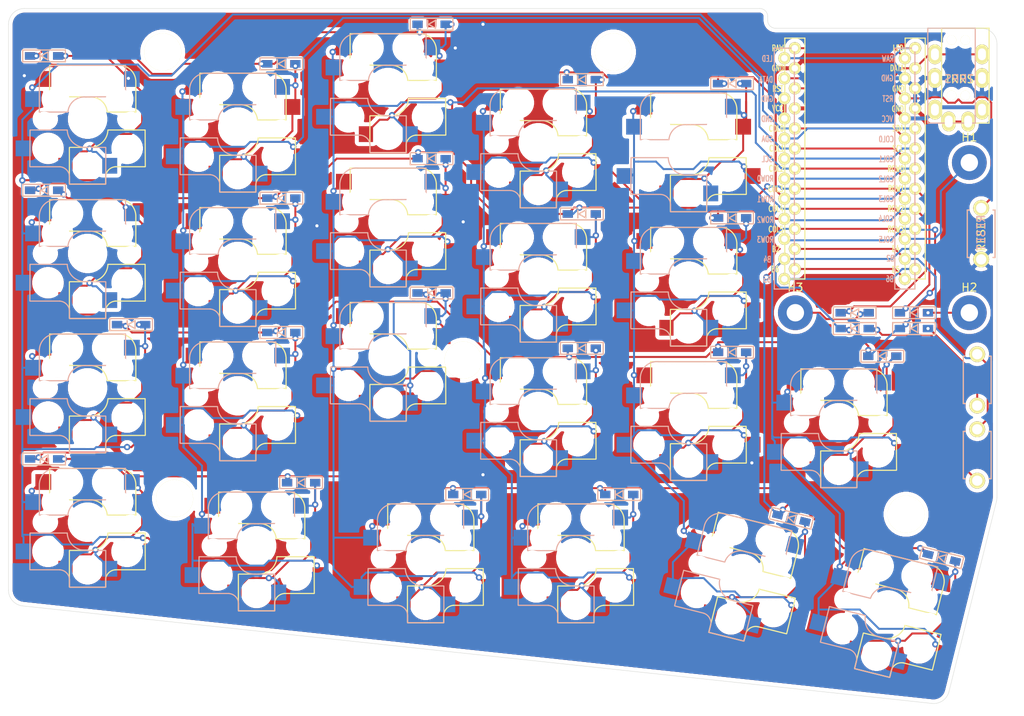
<source format=kicad_pcb>
(kicad_pcb (version 20171130) (host pcbnew "(5.1.2)-2")
  (layers (0 F.Cu signal) (31 B.Cu signal) (34 B.Paste user) (35 F.Paste user) (36 B.SilkS user) (37 F.SilkS user) (38 B.Mask user) (39 F.Mask user) (44 Edge.Cuts user))
  (net 0 "")
  (net 1 "Net-(D1-Pad2)")
  (net 2 row1)
  (net 3 "Net-(D2-Pad2)")
  (net 4 row2)
  (net 5 row3)
  (net 6 "Net-(D3-Pad2)")
  (net 7 row4)
  (net 8 "Net-(D4-Pad2)")
  (net 9 "Net-(D5-Pad2)")
  (net 10 "Net-(D6-Pad2)")
  (net 11 "Net-(D7-Pad2)")
  (net 12 "Net-(D8-Pad2)")
  (net 13 "Net-(D9-Pad2)")
  (net 14 "Net-(D10-Pad2)")
  (net 15 "Net-(D11-Pad2)")
  (net 16 "Net-(D12-Pad2)")
  (net 17 "Net-(D13-Pad2)")
  (net 18 "Net-(D14-Pad2)")
  (net 19 "Net-(D15-Pad2)")
  (net 20 "Net-(D16-Pad2)")
  (net 21 "Net-(D17-Pad2)")
  (net 22 "Net-(D18-Pad2)")
  (net 23 "Net-(D19-Pad2)")
  (net 24 "Net-(D20-Pad2)")
  (net 25 "Net-(D21-Pad2)")
  (net 26 "Net-(D22-Pad2)")
  (net 27 "Net-(D23-Pad2)")
  (net 28 "Net-(D24-Pad2)")
  (net 29 "Net-(D25-Pad2)")
  (net 30 "Net-(D26-Pad2)")
  (net 31 col5)
  (net 32 VCC)
  (net 33 "Net-(J1-PadA)")
  (net 34 date)
  (net 35 GND)
  (net 36 RST)
  (net 37 col0)
  (net 38 col1)
  (net 39 col2)
  (net 40 col3)
  (net 41 col4)
  (net 42 col6)
  (net 43 "Net-(U1-Pad24)")
  (net 44 "Net-(U1-Pad13)")
  (net 45 "Net-(U1-Pad12)")
  (net 46 "Net-(U1-Pad7)")
  (net 47 "Net-(U1-Pad6)")
  (net 48 "Net-(U1-Pad5)")
  (net 49 "Net-(U1-Pad1)")
  (module Lily58-footprint:HOLE_M2_TH (layer F.Cu) (at 125 120)
    (fp_text reference HOLE_3M hide)
    (fp_text value VAL** hide)
    (pad "" np_thru_hole circle (at 0 0 90) (size 4.7004 4.7004) (drill 4.7004) (layers *.Cu *.Mask F.SilkS) (clearance 0.3))
  )
  (module kbd:CherryMX_Choc_Hotswap (layer F.Cu) (at 196.77 129.52 346)
    (fp_text reference SW21 hide)
    (fp_text value SW_PUSH hide)
    (pad 2 smd rect (at 5.6 -5.08 166) (size 2 2) (layers B.Cu B.Paste B.Mask) (net 24 "Net-(D20-Pad2)"))
    (pad "" np_thru_hole circle (at -3.81 -2.54 166) (size 3 3) (drill 3) (layers *.Cu *.Mask))
    (pad "" np_thru_hole circle (at -5.08 0 346) (size 1.7 1.7) (drill 1.7) (layers *.Cu *.Mask))
    (pad "" np_thru_hole circle (at 5.08 0 346) (size 1.7 1.7) (drill 1.7) (layers *.Cu *.Mask))
    (pad "" np_thru_hole circle (at 5.5 0 76) (size 1.9 1.9) (drill 1.9) (layers *.Cu *.Mask))
    (pad "" np_thru_hole circle (at -5.5 0 76) (size 1.9 1.9) (drill 1.9) (layers *.Cu *.Mask))
    (pad "" np_thru_hole circle (at 0 0 76) (size 4 4) (drill 4) (layers *.Cu *.Mask))
    (pad "" np_thru_hole circle (at 2.54 -5.08 166) (size 3 3) (drill 3) (layers *.Cu *.Mask))
    (pad 1 smd rect (at -6.9 -2.54 166) (size 2 2) (layers B.Cu B.Paste B.Mask) (net 41 col4))
    (pad "" np_thru_hole circle (at 0 5.9 76) (size 3 3) (drill 3) (layers *.Cu *.Mask))
    (pad "" np_thru_hole circle (at -5 3.7 76) (size 3 3) (drill 3) (layers *.Cu *.Mask))
    (pad 2 smd rect (at 2.8 5.9 166) (size 1.9 2) (layers B.Cu B.Paste B.Mask) (net 24 "Net-(D20-Pad2)"))
    (pad 1 smd rect (at -8.1 3.7 166) (size 2 2) (layers B.Cu B.Paste B.Mask) (net 41 col4))
    (pad 1 smd rect (at 8.1 3.7 166) (size 2 2) (layers F.Cu F.Paste F.Mask) (net 41 col4))
    (pad 2 smd rect (at -2.8 5.9 166) (size 1.8 2) (layers F.Cu F.Paste F.Mask) (net 24 "Net-(D20-Pad2)"))
    (pad "" np_thru_hole circle (at 5 3.7 256) (size 3 3) (drill 3) (layers *.Cu *.Mask))
    (pad 2 smd rect (at 6.9 -2.54 166) (size 2 2) (layers F.Cu F.Paste F.Mask) (net 24 "Net-(D20-Pad2)"))
    (pad "" np_thru_hole circle (at -2.54 -5.08 166) (size 3 3) (drill 3) (layers *.Cu *.Mask))
    (pad "" np_thru_hole circle (at 3.81 -2.54 166) (size 3 3) (drill 3) (layers *.Cu *.Mask))
    (pad 1 smd rect (at -5.6 -5.08 166) (size 2 2) (layers F.Cu F.Paste F.Mask) (net 41 col4))
  )
  (module Lily58-footprint:HOLE_M2_TH (layer F.Cu) (at 217.5 122)
    (fp_text reference HOLE_3M hide)
    (fp_text value VAL** hide)
    (pad "" np_thru_hole circle (at 0 0 90) (size 4.7004 4.7004) (drill 4.7004) (layers *.Cu *.Mask F.SilkS) (clearance 0.3))
  )
  (module Lily58-footprint:HOLE_M2_TH (layer F.Cu) (at 180.5 63.5)
    (fp_text reference HOLE_3M hide)
    (fp_text value VAL** hide)
    (pad "" np_thru_hole circle (at 0 0 90) (size 4.7004 4.7004) (drill 4.7004) (layers *.Cu *.Mask F.SilkS) (clearance 0.3))
  )
  (module Lily58-footprint:HOLE_M2_TH (layer F.Cu) (at 161.5 102.5)
    (fp_text reference HOLE_3M hide)
    (fp_text value VAL** hide)
    (pad "" np_thru_hole circle (at 0 0 90) (size 4.7004 4.7004) (drill 4.7004) (layers *.Cu *.Mask F.SilkS) (clearance 0.3))
  )
  (module Lily58-footprint:HOLE_M2_TH (layer F.Cu) (at 123.5 63.5)
    (fp_text reference HOLE_3M hide)
    (fp_text value VAL** hide)
    (pad "" np_thru_hole circle (at 0 0 90) (size 4.7004 4.7004) (drill 4.7004) (layers *.Cu *.Mask F.SilkS) (clearance 0.3))
  )
  (module kbd:D3_SMD (layer F.Cu) (at 108.5 64)
    (fp_text reference D1 hide)
    (fp_text value D hide)
    (pad 2 smd rect (at 1.775 0) (size 1.3 0.95) (layers F.Cu F.Paste F.Mask) (net 1 "Net-(D1-Pad2)"))
    (pad 1 smd rect (at -1.775 0) (size 1.3 0.95) (layers B.Cu B.Paste B.Mask) (net 2 row1))
    (pad 2 smd rect (at 1.775 0) (size 1.3 0.95) (layers B.Cu B.Paste B.Mask) (net 1 "Net-(D1-Pad2)"))
    (pad 1 smd rect (at -1.775 0) (size 1.3 0.95) (layers F.Cu F.Paste F.Mask) (net 2 row1))
  )
  (module kbd:D3_SMD (layer F.Cu) (at 108.5 81)
    (fp_text reference D2 hide)
    (fp_text value D hide)
    (pad 2 smd rect (at 1.775 0) (size 1.3 0.95) (layers F.Cu F.Paste F.Mask) (net 3 "Net-(D2-Pad2)"))
    (pad 1 smd rect (at -1.775 0) (size 1.3 0.95) (layers B.Cu B.Paste B.Mask) (net 4 row2))
    (pad 2 smd rect (at 1.775 0) (size 1.3 0.95) (layers B.Cu B.Paste B.Mask) (net 3 "Net-(D2-Pad2)"))
    (pad 1 smd rect (at -1.775 0) (size 1.3 0.95) (layers F.Cu F.Paste F.Mask) (net 4 row2))
  )
  (module kbd:D3_SMD (layer F.Cu) (at 119.5 98)
    (fp_text reference D3 hide)
    (fp_text value D hide)
    (pad 1 smd rect (at -1.775 0) (size 1.3 0.95) (layers F.Cu F.Paste F.Mask) (net 5 row3))
    (pad 2 smd rect (at 1.775 0) (size 1.3 0.95) (layers B.Cu B.Paste B.Mask) (net 6 "Net-(D3-Pad2)"))
    (pad 1 smd rect (at -1.775 0) (size 1.3 0.95) (layers B.Cu B.Paste B.Mask) (net 5 row3))
    (pad 2 smd rect (at 1.775 0) (size 1.3 0.95) (layers F.Cu F.Paste F.Mask) (net 6 "Net-(D3-Pad2)"))
  )
  (module kbd:D3_SMD (layer F.Cu) (at 108.5 115)
    (fp_text reference D4 hide)
    (fp_text value D hide)
    (pad 1 smd rect (at -1.775 0) (size 1.3 0.95) (layers F.Cu F.Paste F.Mask) (net 7 row4))
    (pad 2 smd rect (at 1.775 0) (size 1.3 0.95) (layers B.Cu B.Paste B.Mask) (net 8 "Net-(D4-Pad2)"))
    (pad 1 smd rect (at -1.775 0) (size 1.3 0.95) (layers B.Cu B.Paste B.Mask) (net 7 row4))
    (pad 2 smd rect (at 1.775 0) (size 1.3 0.95) (layers F.Cu F.Paste F.Mask) (net 8 "Net-(D4-Pad2)"))
  )
  (module kbd:D3_SMD (layer F.Cu) (at 138.5 65)
    (fp_text reference D5 hide)
    (fp_text value D hide)
    (pad 2 smd rect (at 1.775 0) (size 1.3 0.95) (layers F.Cu F.Paste F.Mask) (net 9 "Net-(D5-Pad2)"))
    (pad 1 smd rect (at -1.775 0) (size 1.3 0.95) (layers B.Cu B.Paste B.Mask) (net 2 row1))
    (pad 2 smd rect (at 1.775 0) (size 1.3 0.95) (layers B.Cu B.Paste B.Mask) (net 9 "Net-(D5-Pad2)"))
    (pad 1 smd rect (at -1.775 0) (size 1.3 0.95) (layers F.Cu F.Paste F.Mask) (net 2 row1))
  )
  (module kbd:D3_SMD (layer F.Cu) (at 138.5 82)
    (fp_text reference D6 hide)
    (fp_text value D hide)
    (pad 2 smd rect (at 1.775 0) (size 1.3 0.95) (layers F.Cu F.Paste F.Mask) (net 10 "Net-(D6-Pad2)"))
    (pad 1 smd rect (at -1.775 0) (size 1.3 0.95) (layers B.Cu B.Paste B.Mask) (net 4 row2))
    (pad 2 smd rect (at 1.775 0) (size 1.3 0.95) (layers B.Cu B.Paste B.Mask) (net 10 "Net-(D6-Pad2)"))
    (pad 1 smd rect (at -1.775 0) (size 1.3 0.95) (layers F.Cu F.Paste F.Mask) (net 4 row2))
  )
  (module kbd:D3_SMD (layer F.Cu) (at 138.5 99)
    (fp_text reference D7 hide)
    (fp_text value D hide)
    (pad 1 smd rect (at -1.775 0) (size 1.3 0.95) (layers F.Cu F.Paste F.Mask) (net 5 row3))
    (pad 2 smd rect (at 1.775 0) (size 1.3 0.95) (layers B.Cu B.Paste B.Mask) (net 11 "Net-(D7-Pad2)"))
    (pad 1 smd rect (at -1.775 0) (size 1.3 0.95) (layers B.Cu B.Paste B.Mask) (net 5 row3))
    (pad 2 smd rect (at 1.775 0) (size 1.3 0.95) (layers F.Cu F.Paste F.Mask) (net 11 "Net-(D7-Pad2)"))
  )
  (module kbd:D3_SMD (layer F.Cu) (at 141 118)
    (fp_text reference D8 hide)
    (fp_text value D hide)
    (pad 1 smd rect (at -1.775 0) (size 1.3 0.95) (layers F.Cu F.Paste F.Mask) (net 7 row4))
    (pad 2 smd rect (at 1.775 0) (size 1.3 0.95) (layers B.Cu B.Paste B.Mask) (net 12 "Net-(D8-Pad2)"))
    (pad 1 smd rect (at -1.775 0) (size 1.3 0.95) (layers B.Cu B.Paste B.Mask) (net 7 row4))
    (pad 2 smd rect (at 1.775 0) (size 1.3 0.95) (layers F.Cu F.Paste F.Mask) (net 12 "Net-(D8-Pad2)"))
  )
  (module kbd:D3_SMD (layer F.Cu) (at 157.5 60)
    (fp_text reference D9 hide)
    (fp_text value D hide)
    (pad 1 smd rect (at -1.775 0) (size 1.3 0.95) (layers F.Cu F.Paste F.Mask) (net 2 row1))
    (pad 2 smd rect (at 1.775 0) (size 1.3 0.95) (layers B.Cu B.Paste B.Mask) (net 13 "Net-(D9-Pad2)"))
    (pad 1 smd rect (at -1.775 0) (size 1.3 0.95) (layers B.Cu B.Paste B.Mask) (net 2 row1))
    (pad 2 smd rect (at 1.775 0) (size 1.3 0.95) (layers F.Cu F.Paste F.Mask) (net 13 "Net-(D9-Pad2)"))
  )
  (module kbd:D3_SMD (layer F.Cu) (at 157.5 77)
    (fp_text reference D10 hide)
    (fp_text value D hide)
    (pad 1 smd rect (at -1.775 0) (size 1.3 0.95) (layers F.Cu F.Paste F.Mask) (net 4 row2))
    (pad 2 smd rect (at 1.775 0) (size 1.3 0.95) (layers B.Cu B.Paste B.Mask) (net 14 "Net-(D10-Pad2)"))
    (pad 1 smd rect (at -1.775 0) (size 1.3 0.95) (layers B.Cu B.Paste B.Mask) (net 4 row2))
    (pad 2 smd rect (at 1.775 0) (size 1.3 0.95) (layers F.Cu F.Paste F.Mask) (net 14 "Net-(D10-Pad2)"))
  )
  (module kbd:D3_SMD (layer F.Cu) (at 157.5 94)
    (fp_text reference D11 hide)
    (fp_text value D hide)
    (pad 2 smd rect (at 1.775 0) (size 1.3 0.95) (layers F.Cu F.Paste F.Mask) (net 15 "Net-(D11-Pad2)"))
    (pad 1 smd rect (at -1.775 0) (size 1.3 0.95) (layers B.Cu B.Paste B.Mask) (net 5 row3))
    (pad 2 smd rect (at 1.775 0) (size 1.3 0.95) (layers B.Cu B.Paste B.Mask) (net 15 "Net-(D11-Pad2)"))
    (pad 1 smd rect (at -1.775 0) (size 1.3 0.95) (layers F.Cu F.Paste F.Mask) (net 5 row3))
  )
  (module kbd:D3_SMD (layer F.Cu) (at 162 119.5)
    (fp_text reference D12 hide)
    (fp_text value D hide)
    (pad 2 smd rect (at 1.775 0) (size 1.3 0.95) (layers F.Cu F.Paste F.Mask) (net 16 "Net-(D12-Pad2)"))
    (pad 1 smd rect (at -1.775 0) (size 1.3 0.95) (layers B.Cu B.Paste B.Mask) (net 7 row4))
    (pad 2 smd rect (at 1.775 0) (size 1.3 0.95) (layers B.Cu B.Paste B.Mask) (net 16 "Net-(D12-Pad2)"))
    (pad 1 smd rect (at -1.775 0) (size 1.3 0.95) (layers F.Cu F.Paste F.Mask) (net 7 row4))
  )
  (module kbd:D3_SMD (layer F.Cu) (at 176.5 67)
    (fp_text reference D13 hide)
    (fp_text value D hide)
    (pad 1 smd rect (at -1.775 0) (size 1.3 0.95) (layers F.Cu F.Paste F.Mask) (net 2 row1))
    (pad 2 smd rect (at 1.775 0) (size 1.3 0.95) (layers B.Cu B.Paste B.Mask) (net 17 "Net-(D13-Pad2)"))
    (pad 1 smd rect (at -1.775 0) (size 1.3 0.95) (layers B.Cu B.Paste B.Mask) (net 2 row1))
    (pad 2 smd rect (at 1.775 0) (size 1.3 0.95) (layers F.Cu F.Paste F.Mask) (net 17 "Net-(D13-Pad2)"))
  )
  (module kbd:D3_SMD (layer F.Cu) (at 176.5 84)
    (fp_text reference D14 hide)
    (fp_text value D hide)
    (pad 2 smd rect (at 1.775 0) (size 1.3 0.95) (layers F.Cu F.Paste F.Mask) (net 18 "Net-(D14-Pad2)"))
    (pad 1 smd rect (at -1.775 0) (size 1.3 0.95) (layers B.Cu B.Paste B.Mask) (net 4 row2))
    (pad 2 smd rect (at 1.775 0) (size 1.3 0.95) (layers B.Cu B.Paste B.Mask) (net 18 "Net-(D14-Pad2)"))
    (pad 1 smd rect (at -1.775 0) (size 1.3 0.95) (layers F.Cu F.Paste F.Mask) (net 4 row2))
  )
  (module kbd:D3_SMD (layer F.Cu) (at 176.5 101)
    (fp_text reference D15 hide)
    (fp_text value D hide)
    (pad 1 smd rect (at -1.775 0) (size 1.3 0.95) (layers F.Cu F.Paste F.Mask) (net 5 row3))
    (pad 2 smd rect (at 1.775 0) (size 1.3 0.95) (layers B.Cu B.Paste B.Mask) (net 19 "Net-(D15-Pad2)"))
    (pad 1 smd rect (at -1.775 0) (size 1.3 0.95) (layers B.Cu B.Paste B.Mask) (net 5 row3))
    (pad 2 smd rect (at 1.775 0) (size 1.3 0.95) (layers F.Cu F.Paste F.Mask) (net 19 "Net-(D15-Pad2)"))
  )
  (module kbd:D3_SMD (layer F.Cu) (at 181.225 119.5)
    (fp_text reference D16 hide)
    (fp_text value D hide)
    (pad 1 smd rect (at -1.775 0) (size 1.3 0.95) (layers F.Cu F.Paste F.Mask) (net 7 row4))
    (pad 2 smd rect (at 1.775 0) (size 1.3 0.95) (layers B.Cu B.Paste B.Mask) (net 20 "Net-(D16-Pad2)"))
    (pad 1 smd rect (at -1.775 0) (size 1.3 0.95) (layers B.Cu B.Paste B.Mask) (net 7 row4))
    (pad 2 smd rect (at 1.775 0) (size 1.3 0.95) (layers F.Cu F.Paste F.Mask) (net 20 "Net-(D16-Pad2)"))
  )
  (module kbd:D3_SMD (layer F.Cu) (at 195.5 67.5)
    (fp_text reference D17 hide)
    (fp_text value D hide)
    (pad 1 smd rect (at -1.775 0) (size 1.3 0.95) (layers F.Cu F.Paste F.Mask) (net 2 row1))
    (pad 2 smd rect (at 1.775 0) (size 1.3 0.95) (layers B.Cu B.Paste B.Mask) (net 21 "Net-(D17-Pad2)"))
    (pad 1 smd rect (at -1.775 0) (size 1.3 0.95) (layers B.Cu B.Paste B.Mask) (net 2 row1))
    (pad 2 smd rect (at 1.775 0) (size 1.3 0.95) (layers F.Cu F.Paste F.Mask) (net 21 "Net-(D17-Pad2)"))
  )
  (module kbd:D3_SMD (layer F.Cu) (at 195.5 84.5)
    (fp_text reference D18 hide)
    (fp_text value D hide)
    (pad 1 smd rect (at -1.775 0) (size 1.3 0.95) (layers F.Cu F.Paste F.Mask) (net 4 row2))
    (pad 2 smd rect (at 1.775 0) (size 1.3 0.95) (layers B.Cu B.Paste B.Mask) (net 22 "Net-(D18-Pad2)"))
    (pad 1 smd rect (at -1.775 0) (size 1.3 0.95) (layers B.Cu B.Paste B.Mask) (net 4 row2))
    (pad 2 smd rect (at 1.775 0) (size 1.3 0.95) (layers F.Cu F.Paste F.Mask) (net 22 "Net-(D18-Pad2)"))
  )
  (module kbd:D3_SMD (layer F.Cu) (at 195.5 101.5)
    (fp_text reference D19 hide)
    (fp_text value D hide)
    (pad 2 smd rect (at 1.775 0) (size 1.3 0.95) (layers F.Cu F.Paste F.Mask) (net 23 "Net-(D19-Pad2)"))
    (pad 1 smd rect (at -1.775 0) (size 1.3 0.95) (layers B.Cu B.Paste B.Mask) (net 5 row3))
    (pad 2 smd rect (at 1.775 0) (size 1.3 0.95) (layers B.Cu B.Paste B.Mask) (net 23 "Net-(D19-Pad2)"))
    (pad 1 smd rect (at -1.775 0) (size 1.3 0.95) (layers F.Cu F.Paste F.Mask) (net 5 row3))
  )
  (module kbd:D3_SMD (layer F.Cu) (at 203 122.5 346)
    (fp_text reference D20 hide)
    (fp_text value D hide)
    (pad 2 smd rect (at 1.775 0 346) (size 1.3 0.95) (layers F.Cu F.Paste F.Mask) (net 24 "Net-(D20-Pad2)"))
    (pad 1 smd rect (at -1.775 0 346) (size 1.3 0.95) (layers B.Cu B.Paste B.Mask) (net 7 row4))
    (pad 2 smd rect (at 1.775 0 346) (size 1.3 0.95) (layers B.Cu B.Paste B.Mask) (net 24 "Net-(D20-Pad2)"))
    (pad 1 smd rect (at -1.775 0 346) (size 1.3 0.95) (layers F.Cu F.Paste F.Mask) (net 7 row4))
  )
  (module kbd:D3_SMD (layer F.Cu) (at 218.5 96.5)
    (fp_text reference D21 hide)
    (fp_text value D hide)
    (pad 2 smd rect (at 1.775 0) (size 1.3 0.95) (layers F.Cu F.Paste F.Mask) (net 25 "Net-(D21-Pad2)"))
    (pad 1 smd rect (at -1.775 0) (size 1.3 0.95) (layers B.Cu B.Paste B.Mask) (net 2 row1))
    (pad 2 smd rect (at 1.775 0) (size 1.3 0.95) (layers B.Cu B.Paste B.Mask) (net 25 "Net-(D21-Pad2)"))
    (pad 1 smd rect (at -1.775 0) (size 1.3 0.95) (layers F.Cu F.Paste F.Mask) (net 2 row1))
  )
  (module kbd:D3_SMD (layer F.Cu) (at 211 96.5)
    (fp_text reference D22 hide)
    (fp_text value D hide)
    (pad 1 smd rect (at -1.775 0) (size 1.3 0.95) (layers F.Cu F.Paste F.Mask) (net 4 row2))
    (pad 2 smd rect (at 1.775 0) (size 1.3 0.95) (layers B.Cu B.Paste B.Mask) (net 26 "Net-(D22-Pad2)"))
    (pad 1 smd rect (at -1.775 0) (size 1.3 0.95) (layers B.Cu B.Paste B.Mask) (net 4 row2))
    (pad 2 smd rect (at 1.775 0) (size 1.3 0.95) (layers F.Cu F.Paste F.Mask) (net 26 "Net-(D22-Pad2)"))
  )
  (module kbd:D3_SMD (layer F.Cu) (at 214.5 102)
    (fp_text reference D23 hide)
    (fp_text value D hide)
    (pad 2 smd rect (at 1.775 0) (size 1.3 0.95) (layers F.Cu F.Paste F.Mask) (net 27 "Net-(D23-Pad2)"))
    (pad 1 smd rect (at -1.775 0) (size 1.3 0.95) (layers B.Cu B.Paste B.Mask) (net 5 row3))
    (pad 2 smd rect (at 1.775 0) (size 1.3 0.95) (layers B.Cu B.Paste B.Mask) (net 27 "Net-(D23-Pad2)"))
    (pad 1 smd rect (at -1.775 0) (size 1.3 0.95) (layers F.Cu F.Paste F.Mask) (net 5 row3))
  )
  (module kbd:D3_SMD (layer F.Cu) (at 222 127.5 346)
    (fp_text reference D24 hide)
    (fp_text value D hide)
    (pad 2 smd rect (at 1.775 0 346) (size 1.3 0.95) (layers F.Cu F.Paste F.Mask) (net 28 "Net-(D24-Pad2)"))
    (pad 1 smd rect (at -1.775 0 346) (size 1.3 0.95) (layers B.Cu B.Paste B.Mask) (net 7 row4))
    (pad 2 smd rect (at 1.775 0 346) (size 1.3 0.95) (layers B.Cu B.Paste B.Mask) (net 28 "Net-(D24-Pad2)"))
    (pad 1 smd rect (at -1.775 0 346) (size 1.3 0.95) (layers F.Cu F.Paste F.Mask) (net 7 row4))
  )
  (module kbd:D3_SMD (layer F.Cu) (at 218.5 98.5)
    (fp_text reference D25 hide)
    (fp_text value D hide)
    (pad 1 smd rect (at -1.775 0) (size 1.3 0.95) (layers F.Cu F.Paste F.Mask) (net 5 row3))
    (pad 2 smd rect (at 1.775 0) (size 1.3 0.95) (layers B.Cu B.Paste B.Mask) (net 29 "Net-(D25-Pad2)"))
    (pad 1 smd rect (at -1.775 0) (size 1.3 0.95) (layers B.Cu B.Paste B.Mask) (net 5 row3))
    (pad 2 smd rect (at 1.775 0) (size 1.3 0.95) (layers F.Cu F.Paste F.Mask) (net 29 "Net-(D25-Pad2)"))
  )
  (module kbd:D3_SMD (layer F.Cu) (at 211 98.5)
    (fp_text reference D26 hide)
    (fp_text value D hide)
    (pad 2 smd rect (at 1.775 0) (size 1.3 0.95) (layers F.Cu F.Paste F.Mask) (net 30 "Net-(D26-Pad2)"))
    (pad 1 smd rect (at -1.775 0) (size 1.3 0.95) (layers B.Cu B.Paste B.Mask) (net 7 row4))
    (pad 2 smd rect (at 1.775 0) (size 1.3 0.95) (layers B.Cu B.Paste B.Mask) (net 30 "Net-(D26-Pad2)"))
    (pad 1 smd rect (at -1.775 0) (size 1.3 0.95) (layers F.Cu F.Paste F.Mask) (net 7 row4))
  )
  (module MountingHole:MountingHole_2.2mm_M2_Pad (layer F.Cu) (at 225.5 77.5)
    (fp_text reference H1 (at 0 -3.2) (layer F.SilkS))
    (fp_text value MountingHole_Pad)
    (pad 1 thru_hole circle (at 0 0) (size 4.4 4.4) (drill 2.2) (layers *.Cu *.Mask) (net 31 col5))
  )
  (module MountingHole:MountingHole_2.2mm_M2_Pad (layer F.Cu) (at 225.5 96.5)
    (fp_text reference H2 (at 0 -3.2) (layer F.SilkS))
    (fp_text value MountingHole_Pad)
    (pad 1 thru_hole circle (at 0 0) (size 4.4 4.4) (drill 2.2) (layers *.Cu *.Mask) (net 25 "Net-(D21-Pad2)"))
  )
  (module MountingHole:MountingHole_2.2mm_M2_Pad (layer F.Cu) (at 203.5 96.5)
    (fp_text reference H3 (at 0 -3.2) (layer F.SilkS))
    (fp_text value MountingHole_Pad)
    (pad 1 thru_hole circle (at 0 0) (size 4.4 4.4) (drill 2.2) (layers *.Cu *.Mask) (net 26 "Net-(D22-Pad2)"))
  )
  (module kbd:MJ-4PP-9 (layer F.Cu) (at 225 60.5)
    (fp_text reference J1)
    (fp_text value MJ-4PP-9 hide)
    (fp_text user TRRS (at -0.8255 6.4135) (layer B.SilkS) (effects (justify mirror)))
    (fp_text user TRRS (at -0.75 6.45) (layer F.SilkS))
    (pad "" np_thru_hole circle (at -1.75 8.5) (size 1.2 1.2) (drill 1.2) (layers *.Cu *.Mask F.SilkS))
    (pad "" np_thru_hole circle (at -1.75 1.5) (size 1.2 1.2) (drill 1.2) (layers *.Cu *.Mask F.SilkS))
    (pad D thru_hole oval (at -3.85 10.3) (size 1.7 2.5) (drill oval 1 1.5) (layers *.Cu *.Mask F.SilkS) (net 32 VCC) (clearance 0.15))
    (pad A thru_hole oval (at 0.35 11.8) (size 1.7 2.5) (drill oval 1 1.5) (layers *.Cu *.Mask F.SilkS) (net 33 "Net-(J1-PadA)") (clearance 0.15))
    (pad B thru_hole oval (at -3.85 3.3) (size 1.7 2.5) (drill oval 1 1.5) (layers *.Cu *.Mask F.SilkS) (net 34 date))
    (pad C thru_hole oval (at -3.85 6.3) (size 1.7 2.5) (drill oval 1 1.5) (layers *.Cu *.Mask F.SilkS) (net 35 GND))
    (pad "" np_thru_hole circle (at 0 1.5) (size 1.2 1.2) (drill 1.2) (layers *.Cu *.Mask F.SilkS))
    (pad "" np_thru_hole circle (at 0 8.5) (size 1.2 1.2) (drill 1.2) (layers *.Cu *.Mask F.SilkS))
    (pad B thru_hole oval (at 2.1 3.3) (size 1.7 2.5) (drill oval 1 1.5) (layers *.Cu *.Mask F.SilkS) (net 34 date))
    (pad C thru_hole oval (at 2.1 6.3) (size 1.7 2.5) (drill oval 1 1.5) (layers *.Cu *.Mask F.SilkS) (net 35 GND))
    (pad D thru_hole oval (at 2.1 10.3) (size 1.7 2.5) (drill oval 1 1.5) (layers *.Cu *.Mask F.SilkS) (net 32 VCC) (clearance 0.15))
    (pad A thru_hole oval (at -2.1 11.8) (size 1.7 2.5) (drill oval 1 1.5) (layers *.Cu *.Mask F.SilkS) (net 33 "Net-(J1-PadA)") (clearance 0.15))
  )
  (module kbd:ResetSW (layer F.Cu) (at 227 86.5 90)
    (fp_text reference SW1 hide)
    (fp_text value SW_PUSH)
    (fp_text user RESET (at 0.127 0 90) (layer B.SilkS) (effects (justify mirror)))
    (fp_text user RESET (at 0 0 90) (layer F.SilkS))
    (pad 1 thru_hole circle (at 3.25 0 90) (size 2 2) (drill 1.3) (layers *.Cu *.Mask F.SilkS) (net 36 RST))
    (pad 2 thru_hole circle (at -3.25 0 90) (size 2 2) (drill 1.3) (layers *.Cu *.Mask F.SilkS) (net 35 GND))
  )
  (module kbd:CherryMX_Choc_Hotswap (layer F.Cu) (at 114 72)
    (fp_text reference SW2 hide)
    (fp_text value SW_PUSH hide)
    (pad 2 smd rect (at 5.6 -5.08 180) (size 2 2) (layers B.Cu B.Paste B.Mask) (net 1 "Net-(D1-Pad2)"))
    (pad "" np_thru_hole circle (at -3.81 -2.54 180) (size 3 3) (drill 3) (layers *.Cu *.Mask))
    (pad "" np_thru_hole circle (at -5.08 0) (size 1.7 1.7) (drill 1.7) (layers *.Cu *.Mask))
    (pad "" np_thru_hole circle (at 5.08 0) (size 1.7 1.7) (drill 1.7) (layers *.Cu *.Mask))
    (pad "" np_thru_hole circle (at 5.5 0 90) (size 1.9 1.9) (drill 1.9) (layers *.Cu *.Mask))
    (pad "" np_thru_hole circle (at -5.5 0 90) (size 1.9 1.9) (drill 1.9) (layers *.Cu *.Mask))
    (pad "" np_thru_hole circle (at 0 0 90) (size 4 4) (drill 4) (layers *.Cu *.Mask))
    (pad "" np_thru_hole circle (at 2.54 -5.08 180) (size 3 3) (drill 3) (layers *.Cu *.Mask))
    (pad 1 smd rect (at -6.9 -2.54 180) (size 2 2) (layers B.Cu B.Paste B.Mask) (net 37 col0))
    (pad "" np_thru_hole circle (at 0 5.9 90) (size 3 3) (drill 3) (layers *.Cu *.Mask))
    (pad "" np_thru_hole circle (at -5 3.7 90) (size 3 3) (drill 3) (layers *.Cu *.Mask))
    (pad 2 smd rect (at 2.8 5.9 180) (size 1.9 2) (layers B.Cu B.Paste B.Mask) (net 1 "Net-(D1-Pad2)"))
    (pad 1 smd rect (at -8.1 3.7 180) (size 2 2) (layers B.Cu B.Paste B.Mask) (net 37 col0))
    (pad 1 smd rect (at 8.1 3.7 180) (size 2 2) (layers F.Cu F.Paste F.Mask) (net 37 col0))
    (pad 2 smd rect (at -2.8 5.9 180) (size 1.8 2) (layers F.Cu F.Paste F.Mask) (net 1 "Net-(D1-Pad2)"))
    (pad "" np_thru_hole circle (at 5 3.7 270) (size 3 3) (drill 3) (layers *.Cu *.Mask))
    (pad 2 smd rect (at 6.9 -2.54 180) (size 2 2) (layers F.Cu F.Paste F.Mask) (net 1 "Net-(D1-Pad2)"))
    (pad "" np_thru_hole circle (at -2.54 -5.08 180) (size 3 3) (drill 3) (layers *.Cu *.Mask))
    (pad "" np_thru_hole circle (at 3.81 -2.54 180) (size 3 3) (drill 3) (layers *.Cu *.Mask))
    (pad 1 smd rect (at -5.6 -5.08 180) (size 2 2) (layers F.Cu F.Paste F.Mask) (net 37 col0))
  )
  (module kbd:CherryMX_Choc_Hotswap (layer F.Cu) (at 114 89)
    (fp_text reference SW3 hide)
    (fp_text value SW_PUSH hide)
    (pad 2 smd rect (at 5.6 -5.08 180) (size 2 2) (layers B.Cu B.Paste B.Mask) (net 3 "Net-(D2-Pad2)"))
    (pad "" np_thru_hole circle (at -3.81 -2.54 180) (size 3 3) (drill 3) (layers *.Cu *.Mask))
    (pad "" np_thru_hole circle (at -5.08 0) (size 1.7 1.7) (drill 1.7) (layers *.Cu *.Mask))
    (pad "" np_thru_hole circle (at 5.08 0) (size 1.7 1.7) (drill 1.7) (layers *.Cu *.Mask))
    (pad "" np_thru_hole circle (at 5.5 0 90) (size 1.9 1.9) (drill 1.9) (layers *.Cu *.Mask))
    (pad "" np_thru_hole circle (at -5.5 0 90) (size 1.9 1.9) (drill 1.9) (layers *.Cu *.Mask))
    (pad "" np_thru_hole circle (at 0 0 90) (size 4 4) (drill 4) (layers *.Cu *.Mask))
    (pad "" np_thru_hole circle (at 2.54 -5.08 180) (size 3 3) (drill 3) (layers *.Cu *.Mask))
    (pad 1 smd rect (at -6.9 -2.54 180) (size 2 2) (layers B.Cu B.Paste B.Mask) (net 37 col0))
    (pad "" np_thru_hole circle (at 0 5.9 90) (size 3 3) (drill 3) (layers *.Cu *.Mask))
    (pad "" np_thru_hole circle (at -5 3.7 90) (size 3 3) (drill 3) (layers *.Cu *.Mask))
    (pad 2 smd rect (at 2.8 5.9 180) (size 1.9 2) (layers B.Cu B.Paste B.Mask) (net 3 "Net-(D2-Pad2)"))
    (pad 1 smd rect (at -8.1 3.7 180) (size 2 2) (layers B.Cu B.Paste B.Mask) (net 37 col0))
    (pad 1 smd rect (at 8.1 3.7 180) (size 2 2) (layers F.Cu F.Paste F.Mask) (net 37 col0))
    (pad 2 smd rect (at -2.8 5.9 180) (size 1.8 2) (layers F.Cu F.Paste F.Mask) (net 3 "Net-(D2-Pad2)"))
    (pad "" np_thru_hole circle (at 5 3.7 270) (size 3 3) (drill 3) (layers *.Cu *.Mask))
    (pad 2 smd rect (at 6.9 -2.54 180) (size 2 2) (layers F.Cu F.Paste F.Mask) (net 3 "Net-(D2-Pad2)"))
    (pad "" np_thru_hole circle (at -2.54 -5.08 180) (size 3 3) (drill 3) (layers *.Cu *.Mask))
    (pad "" np_thru_hole circle (at 3.81 -2.54 180) (size 3 3) (drill 3) (layers *.Cu *.Mask))
    (pad 1 smd rect (at -5.6 -5.08 180) (size 2 2) (layers F.Cu F.Paste F.Mask) (net 37 col0))
  )
  (module kbd:CherryMX_Choc_Hotswap (layer F.Cu) (at 114 106)
    (fp_text reference SW4 hide)
    (fp_text value SW_PUSH hide)
    (pad 1 smd rect (at -5.6 -5.08 180) (size 2 2) (layers F.Cu F.Paste F.Mask) (net 37 col0))
    (pad "" np_thru_hole circle (at 3.81 -2.54 180) (size 3 3) (drill 3) (layers *.Cu *.Mask))
    (pad "" np_thru_hole circle (at -2.54 -5.08 180) (size 3 3) (drill 3) (layers *.Cu *.Mask))
    (pad 2 smd rect (at 6.9 -2.54 180) (size 2 2) (layers F.Cu F.Paste F.Mask) (net 6 "Net-(D3-Pad2)"))
    (pad "" np_thru_hole circle (at 5 3.7 270) (size 3 3) (drill 3) (layers *.Cu *.Mask))
    (pad 2 smd rect (at -2.8 5.9 180) (size 1.8 2) (layers F.Cu F.Paste F.Mask) (net 6 "Net-(D3-Pad2)"))
    (pad 1 smd rect (at 8.1 3.7 180) (size 2 2) (layers F.Cu F.Paste F.Mask) (net 37 col0))
    (pad 1 smd rect (at -8.1 3.7 180) (size 2 2) (layers B.Cu B.Paste B.Mask) (net 37 col0))
    (pad 2 smd rect (at 2.8 5.9 180) (size 1.9 2) (layers B.Cu B.Paste B.Mask) (net 6 "Net-(D3-Pad2)"))
    (pad "" np_thru_hole circle (at -5 3.7 90) (size 3 3) (drill 3) (layers *.Cu *.Mask))
    (pad "" np_thru_hole circle (at 0 5.9 90) (size 3 3) (drill 3) (layers *.Cu *.Mask))
    (pad 1 smd rect (at -6.9 -2.54 180) (size 2 2) (layers B.Cu B.Paste B.Mask) (net 37 col0))
    (pad "" np_thru_hole circle (at 2.54 -5.08 180) (size 3 3) (drill 3) (layers *.Cu *.Mask))
    (pad "" np_thru_hole circle (at 0 0 90) (size 4 4) (drill 4) (layers *.Cu *.Mask))
    (pad "" np_thru_hole circle (at -5.5 0 90) (size 1.9 1.9) (drill 1.9) (layers *.Cu *.Mask))
    (pad "" np_thru_hole circle (at 5.5 0 90) (size 1.9 1.9) (drill 1.9) (layers *.Cu *.Mask))
    (pad "" np_thru_hole circle (at 5.08 0) (size 1.7 1.7) (drill 1.7) (layers *.Cu *.Mask))
    (pad "" np_thru_hole circle (at -5.08 0) (size 1.7 1.7) (drill 1.7) (layers *.Cu *.Mask))
    (pad "" np_thru_hole circle (at -3.81 -2.54 180) (size 3 3) (drill 3) (layers *.Cu *.Mask))
    (pad 2 smd rect (at 5.6 -5.08 180) (size 2 2) (layers B.Cu B.Paste B.Mask) (net 6 "Net-(D3-Pad2)"))
  )
  (module kbd:CherryMX_Choc_Hotswap (layer F.Cu) (at 114 123)
    (fp_text reference SW5 hide)
    (fp_text value SW_PUSH hide)
    (pad 2 smd rect (at 5.6 -5.08 180) (size 2 2) (layers B.Cu B.Paste B.Mask) (net 8 "Net-(D4-Pad2)"))
    (pad "" np_thru_hole circle (at -3.81 -2.54 180) (size 3 3) (drill 3) (layers *.Cu *.Mask))
    (pad "" np_thru_hole circle (at -5.08 0) (size 1.7 1.7) (drill 1.7) (layers *.Cu *.Mask))
    (pad "" np_thru_hole circle (at 5.08 0) (size 1.7 1.7) (drill 1.7) (layers *.Cu *.Mask))
    (pad "" np_thru_hole circle (at 5.5 0 90) (size 1.9 1.9) (drill 1.9) (layers *.Cu *.Mask))
    (pad "" np_thru_hole circle (at -5.5 0 90) (size 1.9 1.9) (drill 1.9) (layers *.Cu *.Mask))
    (pad "" np_thru_hole circle (at 0 0 90) (size 4 4) (drill 4) (layers *.Cu *.Mask))
    (pad "" np_thru_hole circle (at 2.54 -5.08 180) (size 3 3) (drill 3) (layers *.Cu *.Mask))
    (pad 1 smd rect (at -6.9 -2.54 180) (size 2 2) (layers B.Cu B.Paste B.Mask) (net 37 col0))
    (pad "" np_thru_hole circle (at 0 5.9 90) (size 3 3) (drill 3) (layers *.Cu *.Mask))
    (pad "" np_thru_hole circle (at -5 3.7 90) (size 3 3) (drill 3) (layers *.Cu *.Mask))
    (pad 2 smd rect (at 2.8 5.9 180) (size 1.9 2) (layers B.Cu B.Paste B.Mask) (net 8 "Net-(D4-Pad2)"))
    (pad 1 smd rect (at -8.1 3.7 180) (size 2 2) (layers B.Cu B.Paste B.Mask) (net 37 col0))
    (pad 1 smd rect (at 8.1 3.7 180) (size 2 2) (layers F.Cu F.Paste F.Mask) (net 37 col0))
    (pad 2 smd rect (at -2.8 5.9 180) (size 1.8 2) (layers F.Cu F.Paste F.Mask) (net 8 "Net-(D4-Pad2)"))
    (pad "" np_thru_hole circle (at 5 3.7 270) (size 3 3) (drill 3) (layers *.Cu *.Mask))
    (pad 2 smd rect (at 6.9 -2.54 180) (size 2 2) (layers F.Cu F.Paste F.Mask) (net 8 "Net-(D4-Pad2)"))
    (pad "" np_thru_hole circle (at -2.54 -5.08 180) (size 3 3) (drill 3) (layers *.Cu *.Mask))
    (pad "" np_thru_hole circle (at 3.81 -2.54 180) (size 3 3) (drill 3) (layers *.Cu *.Mask))
    (pad 1 smd rect (at -5.6 -5.08 180) (size 2 2) (layers F.Cu F.Paste F.Mask) (net 37 col0))
  )
  (module kbd:CherryMX_Choc_Hotswap (layer F.Cu) (at 133 73)
    (fp_text reference SW6 hide)
    (fp_text value SW_PUSH hide)
    (pad 1 smd rect (at -5.6 -5.08 180) (size 2 2) (layers F.Cu F.Paste F.Mask) (net 38 col1))
    (pad "" np_thru_hole circle (at 3.81 -2.54 180) (size 3 3) (drill 3) (layers *.Cu *.Mask))
    (pad "" np_thru_hole circle (at -2.54 -5.08 180) (size 3 3) (drill 3) (layers *.Cu *.Mask))
    (pad 2 smd rect (at 6.9 -2.54 180) (size 2 2) (layers F.Cu F.Paste F.Mask) (net 9 "Net-(D5-Pad2)"))
    (pad "" np_thru_hole circle (at 5 3.7 270) (size 3 3) (drill 3) (layers *.Cu *.Mask))
    (pad 2 smd rect (at -2.8 5.9 180) (size 1.8 2) (layers F.Cu F.Paste F.Mask) (net 9 "Net-(D5-Pad2)"))
    (pad 1 smd rect (at 8.1 3.7 180) (size 2 2) (layers F.Cu F.Paste F.Mask) (net 38 col1))
    (pad 1 smd rect (at -8.1 3.7 180) (size 2 2) (layers B.Cu B.Paste B.Mask) (net 38 col1))
    (pad 2 smd rect (at 2.8 5.9 180) (size 1.9 2) (layers B.Cu B.Paste B.Mask) (net 9 "Net-(D5-Pad2)"))
    (pad "" np_thru_hole circle (at -5 3.7 90) (size 3 3) (drill 3) (layers *.Cu *.Mask))
    (pad "" np_thru_hole circle (at 0 5.9 90) (size 3 3) (drill 3) (layers *.Cu *.Mask))
    (pad 1 smd rect (at -6.9 -2.54 180) (size 2 2) (layers B.Cu B.Paste B.Mask) (net 38 col1))
    (pad "" np_thru_hole circle (at 2.54 -5.08 180) (size 3 3) (drill 3) (layers *.Cu *.Mask))
    (pad "" np_thru_hole circle (at 0 0 90) (size 4 4) (drill 4) (layers *.Cu *.Mask))
    (pad "" np_thru_hole circle (at -5.5 0 90) (size 1.9 1.9) (drill 1.9) (layers *.Cu *.Mask))
    (pad "" np_thru_hole circle (at 5.5 0 90) (size 1.9 1.9) (drill 1.9) (layers *.Cu *.Mask))
    (pad "" np_thru_hole circle (at 5.08 0) (size 1.7 1.7) (drill 1.7) (layers *.Cu *.Mask))
    (pad "" np_thru_hole circle (at -5.08 0) (size 1.7 1.7) (drill 1.7) (layers *.Cu *.Mask))
    (pad "" np_thru_hole circle (at -3.81 -2.54 180) (size 3 3) (drill 3) (layers *.Cu *.Mask))
    (pad 2 smd rect (at 5.6 -5.08 180) (size 2 2) (layers B.Cu B.Paste B.Mask) (net 9 "Net-(D5-Pad2)"))
  )
  (module kbd:CherryMX_Choc_Hotswap (layer F.Cu) (at 133 90)
    (fp_text reference SW7 hide)
    (fp_text value SW_PUSH hide)
    (pad 2 smd rect (at 5.6 -5.08 180) (size 2 2) (layers B.Cu B.Paste B.Mask) (net 10 "Net-(D6-Pad2)"))
    (pad "" np_thru_hole circle (at -3.81 -2.54 180) (size 3 3) (drill 3) (layers *.Cu *.Mask))
    (pad "" np_thru_hole circle (at -5.08 0) (size 1.7 1.7) (drill 1.7) (layers *.Cu *.Mask))
    (pad "" np_thru_hole circle (at 5.08 0) (size 1.7 1.7) (drill 1.7) (layers *.Cu *.Mask))
    (pad "" np_thru_hole circle (at 5.5 0 90) (size 1.9 1.9) (drill 1.9) (layers *.Cu *.Mask))
    (pad "" np_thru_hole circle (at -5.5 0 90) (size 1.9 1.9) (drill 1.9) (layers *.Cu *.Mask))
    (pad "" np_thru_hole circle (at 0 0 90) (size 4 4) (drill 4) (layers *.Cu *.Mask))
    (pad "" np_thru_hole circle (at 2.54 -5.08 180) (size 3 3) (drill 3) (layers *.Cu *.Mask))
    (pad 1 smd rect (at -6.9 -2.54 180) (size 2 2) (layers B.Cu B.Paste B.Mask) (net 38 col1))
    (pad "" np_thru_hole circle (at 0 5.9 90) (size 3 3) (drill 3) (layers *.Cu *.Mask))
    (pad "" np_thru_hole circle (at -5 3.7 90) (size 3 3) (drill 3) (layers *.Cu *.Mask))
    (pad 2 smd rect (at 2.8 5.9 180) (size 1.9 2) (layers B.Cu B.Paste B.Mask) (net 10 "Net-(D6-Pad2)"))
    (pad 1 smd rect (at -8.1 3.7 180) (size 2 2) (layers B.Cu B.Paste B.Mask) (net 38 col1))
    (pad 1 smd rect (at 8.1 3.7 180) (size 2 2) (layers F.Cu F.Paste F.Mask) (net 38 col1))
    (pad 2 smd rect (at -2.8 5.9 180) (size 1.8 2) (layers F.Cu F.Paste F.Mask) (net 10 "Net-(D6-Pad2)"))
    (pad "" np_thru_hole circle (at 5 3.7 270) (size 3 3) (drill 3) (layers *.Cu *.Mask))
    (pad 2 smd rect (at 6.9 -2.54 180) (size 2 2) (layers F.Cu F.Paste F.Mask) (net 10 "Net-(D6-Pad2)"))
    (pad "" np_thru_hole circle (at -2.54 -5.08 180) (size 3 3) (drill 3) (layers *.Cu *.Mask))
    (pad "" np_thru_hole circle (at 3.81 -2.54 180) (size 3 3) (drill 3) (layers *.Cu *.Mask))
    (pad 1 smd rect (at -5.6 -5.08 180) (size 2 2) (layers F.Cu F.Paste F.Mask) (net 38 col1))
  )
  (module kbd:CherryMX_Choc_Hotswap (layer F.Cu) (at 133 107)
    (fp_text reference SW8 hide)
    (fp_text value SW_PUSH hide)
    (pad 1 smd rect (at -5.6 -5.08 180) (size 2 2) (layers F.Cu F.Paste F.Mask) (net 38 col1))
    (pad "" np_thru_hole circle (at 3.81 -2.54 180) (size 3 3) (drill 3) (layers *.Cu *.Mask))
    (pad "" np_thru_hole circle (at -2.54 -5.08 180) (size 3 3) (drill 3) (layers *.Cu *.Mask))
    (pad 2 smd rect (at 6.9 -2.54 180) (size 2 2) (layers F.Cu F.Paste F.Mask) (net 11 "Net-(D7-Pad2)"))
    (pad "" np_thru_hole circle (at 5 3.7 270) (size 3 3) (drill 3) (layers *.Cu *.Mask))
    (pad 2 smd rect (at -2.8 5.9 180) (size 1.8 2) (layers F.Cu F.Paste F.Mask) (net 11 "Net-(D7-Pad2)"))
    (pad 1 smd rect (at 8.1 3.7 180) (size 2 2) (layers F.Cu F.Paste F.Mask) (net 38 col1))
    (pad 1 smd rect (at -8.1 3.7 180) (size 2 2) (layers B.Cu B.Paste B.Mask) (net 38 col1))
    (pad 2 smd rect (at 2.8 5.9 180) (size 1.9 2) (layers B.Cu B.Paste B.Mask) (net 11 "Net-(D7-Pad2)"))
    (pad "" np_thru_hole circle (at -5 3.7 90) (size 3 3) (drill 3) (layers *.Cu *.Mask))
    (pad "" np_thru_hole circle (at 0 5.9 90) (size 3 3) (drill 3) (layers *.Cu *.Mask))
    (pad 1 smd rect (at -6.9 -2.54 180) (size 2 2) (layers B.Cu B.Paste B.Mask) (net 38 col1))
    (pad "" np_thru_hole circle (at 2.54 -5.08 180) (size 3 3) (drill 3) (layers *.Cu *.Mask))
    (pad "" np_thru_hole circle (at 0 0 90) (size 4 4) (drill 4) (layers *.Cu *.Mask))
    (pad "" np_thru_hole circle (at -5.5 0 90) (size 1.9 1.9) (drill 1.9) (layers *.Cu *.Mask))
    (pad "" np_thru_hole circle (at 5.5 0 90) (size 1.9 1.9) (drill 1.9) (layers *.Cu *.Mask))
    (pad "" np_thru_hole circle (at 5.08 0) (size 1.7 1.7) (drill 1.7) (layers *.Cu *.Mask))
    (pad "" np_thru_hole circle (at -5.08 0) (size 1.7 1.7) (drill 1.7) (layers *.Cu *.Mask))
    (pad "" np_thru_hole circle (at -3.81 -2.54 180) (size 3 3) (drill 3) (layers *.Cu *.Mask))
    (pad 2 smd rect (at 5.6 -5.08 180) (size 2 2) (layers B.Cu B.Paste B.Mask) (net 11 "Net-(D7-Pad2)"))
  )
  (module kbd:CherryMX_Choc_Hotswap (layer F.Cu) (at 135.37 126)
    (fp_text reference SW9 hide)
    (fp_text value SW_PUSH hide)
    (pad 2 smd rect (at 5.6 -5.08 180) (size 2 2) (layers B.Cu B.Paste B.Mask) (net 12 "Net-(D8-Pad2)"))
    (pad "" np_thru_hole circle (at -3.81 -2.54 180) (size 3 3) (drill 3) (layers *.Cu *.Mask))
    (pad "" np_thru_hole circle (at -5.08 0) (size 1.7 1.7) (drill 1.7) (layers *.Cu *.Mask))
    (pad "" np_thru_hole circle (at 5.08 0) (size 1.7 1.7) (drill 1.7) (layers *.Cu *.Mask))
    (pad "" np_thru_hole circle (at 5.5 0 90) (size 1.9 1.9) (drill 1.9) (layers *.Cu *.Mask))
    (pad "" np_thru_hole circle (at -5.5 0 90) (size 1.9 1.9) (drill 1.9) (layers *.Cu *.Mask))
    (pad "" np_thru_hole circle (at 0 0 90) (size 4 4) (drill 4) (layers *.Cu *.Mask))
    (pad "" np_thru_hole circle (at 2.54 -5.08 180) (size 3 3) (drill 3) (layers *.Cu *.Mask))
    (pad 1 smd rect (at -6.9 -2.54 180) (size 2 2) (layers B.Cu B.Paste B.Mask) (net 38 col1))
    (pad "" np_thru_hole circle (at 0 5.9 90) (size 3 3) (drill 3) (layers *.Cu *.Mask))
    (pad "" np_thru_hole circle (at -5 3.7 90) (size 3 3) (drill 3) (layers *.Cu *.Mask))
    (pad 2 smd rect (at 2.8 5.9 180) (size 1.9 2) (layers B.Cu B.Paste B.Mask) (net 12 "Net-(D8-Pad2)"))
    (pad 1 smd rect (at -8.1 3.7 180) (size 2 2) (layers B.Cu B.Paste B.Mask) (net 38 col1))
    (pad 1 smd rect (at 8.1 3.7 180) (size 2 2) (layers F.Cu F.Paste F.Mask) (net 38 col1))
    (pad 2 smd rect (at -2.8 5.9 180) (size 1.8 2) (layers F.Cu F.Paste F.Mask) (net 12 "Net-(D8-Pad2)"))
    (pad "" np_thru_hole circle (at 5 3.7 270) (size 3 3) (drill 3) (layers *.Cu *.Mask))
    (pad 2 smd rect (at 6.9 -2.54 180) (size 2 2) (layers F.Cu F.Paste F.Mask) (net 12 "Net-(D8-Pad2)"))
    (pad "" np_thru_hole circle (at -2.54 -5.08 180) (size 3 3) (drill 3) (layers *.Cu *.Mask))
    (pad "" np_thru_hole circle (at 3.81 -2.54 180) (size 3 3) (drill 3) (layers *.Cu *.Mask))
    (pad 1 smd rect (at -5.6 -5.08 180) (size 2 2) (layers F.Cu F.Paste F.Mask) (net 38 col1))
  )
  (module kbd:CherryMX_Choc_Hotswap (layer F.Cu) (at 152 68)
    (fp_text reference SW10 hide)
    (fp_text value SW_PUSH hide)
    (pad 1 smd rect (at -5.6 -5.08 180) (size 2 2) (layers F.Cu F.Paste F.Mask) (net 39 col2))
    (pad "" np_thru_hole circle (at 3.81 -2.54 180) (size 3 3) (drill 3) (layers *.Cu *.Mask))
    (pad "" np_thru_hole circle (at -2.54 -5.08 180) (size 3 3) (drill 3) (layers *.Cu *.Mask))
    (pad 2 smd rect (at 6.9 -2.54 180) (size 2 2) (layers F.Cu F.Paste F.Mask) (net 13 "Net-(D9-Pad2)"))
    (pad "" np_thru_hole circle (at 5 3.7 270) (size 3 3) (drill 3) (layers *.Cu *.Mask))
    (pad 2 smd rect (at -2.8 5.9 180) (size 1.8 2) (layers F.Cu F.Paste F.Mask) (net 13 "Net-(D9-Pad2)"))
    (pad 1 smd rect (at 8.1 3.7 180) (size 2 2) (layers F.Cu F.Paste F.Mask) (net 39 col2))
    (pad 1 smd rect (at -8.1 3.7 180) (size 2 2) (layers B.Cu B.Paste B.Mask) (net 39 col2))
    (pad 2 smd rect (at 2.8 5.9 180) (size 1.9 2) (layers B.Cu B.Paste B.Mask) (net 13 "Net-(D9-Pad2)"))
    (pad "" np_thru_hole circle (at -5 3.7 90) (size 3 3) (drill 3) (layers *.Cu *.Mask))
    (pad "" np_thru_hole circle (at 0 5.9 90) (size 3 3) (drill 3) (layers *.Cu *.Mask))
    (pad 1 smd rect (at -6.9 -2.54 180) (size 2 2) (layers B.Cu B.Paste B.Mask) (net 39 col2))
    (pad "" np_thru_hole circle (at 2.54 -5.08 180) (size 3 3) (drill 3) (layers *.Cu *.Mask))
    (pad "" np_thru_hole circle (at 0 0 90) (size 4 4) (drill 4) (layers *.Cu *.Mask))
    (pad "" np_thru_hole circle (at -5.5 0 90) (size 1.9 1.9) (drill 1.9) (layers *.Cu *.Mask))
    (pad "" np_thru_hole circle (at 5.5 0 90) (size 1.9 1.9) (drill 1.9) (layers *.Cu *.Mask))
    (pad "" np_thru_hole circle (at 5.08 0) (size 1.7 1.7) (drill 1.7) (layers *.Cu *.Mask))
    (pad "" np_thru_hole circle (at -5.08 0) (size 1.7 1.7) (drill 1.7) (layers *.Cu *.Mask))
    (pad "" np_thru_hole circle (at -3.81 -2.54 180) (size 3 3) (drill 3) (layers *.Cu *.Mask))
    (pad 2 smd rect (at 5.6 -5.08 180) (size 2 2) (layers B.Cu B.Paste B.Mask) (net 13 "Net-(D9-Pad2)"))
  )
  (module kbd:CherryMX_Choc_Hotswap (layer F.Cu) (at 152 85)
    (fp_text reference SW11 hide)
    (fp_text value SW_PUSH hide)
    (pad 2 smd rect (at 5.6 -5.08 180) (size 2 2) (layers B.Cu B.Paste B.Mask) (net 14 "Net-(D10-Pad2)"))
    (pad "" np_thru_hole circle (at -3.81 -2.54 180) (size 3 3) (drill 3) (layers *.Cu *.Mask))
    (pad "" np_thru_hole circle (at -5.08 0) (size 1.7 1.7) (drill 1.7) (layers *.Cu *.Mask))
    (pad "" np_thru_hole circle (at 5.08 0) (size 1.7 1.7) (drill 1.7) (layers *.Cu *.Mask))
    (pad "" np_thru_hole circle (at 5.5 0 90) (size 1.9 1.9) (drill 1.9) (layers *.Cu *.Mask))
    (pad "" np_thru_hole circle (at -5.5 0 90) (size 1.9 1.9) (drill 1.9) (layers *.Cu *.Mask))
    (pad "" np_thru_hole circle (at 0 0 90) (size 4 4) (drill 4) (layers *.Cu *.Mask))
    (pad "" np_thru_hole circle (at 2.54 -5.08 180) (size 3 3) (drill 3) (layers *.Cu *.Mask))
    (pad 1 smd rect (at -6.9 -2.54 180) (size 2 2) (layers B.Cu B.Paste B.Mask) (net 39 col2))
    (pad "" np_thru_hole circle (at 0 5.9 90) (size 3 3) (drill 3) (layers *.Cu *.Mask))
    (pad "" np_thru_hole circle (at -5 3.7 90) (size 3 3) (drill 3) (layers *.Cu *.Mask))
    (pad 2 smd rect (at 2.8 5.9 180) (size 1.9 2) (layers B.Cu B.Paste B.Mask) (net 14 "Net-(D10-Pad2)"))
    (pad 1 smd rect (at -8.1 3.7 180) (size 2 2) (layers B.Cu B.Paste B.Mask) (net 39 col2))
    (pad 1 smd rect (at 8.1 3.7 180) (size 2 2) (layers F.Cu F.Paste F.Mask) (net 39 col2))
    (pad 2 smd rect (at -2.8 5.9 180) (size 1.8 2) (layers F.Cu F.Paste F.Mask) (net 14 "Net-(D10-Pad2)"))
    (pad "" np_thru_hole circle (at 5 3.7 270) (size 3 3) (drill 3) (layers *.Cu *.Mask))
    (pad 2 smd rect (at 6.9 -2.54 180) (size 2 2) (layers F.Cu F.Paste F.Mask) (net 14 "Net-(D10-Pad2)"))
    (pad "" np_thru_hole circle (at -2.54 -5.08 180) (size 3 3) (drill 3) (layers *.Cu *.Mask))
    (pad "" np_thru_hole circle (at 3.81 -2.54 180) (size 3 3) (drill 3) (layers *.Cu *.Mask))
    (pad 1 smd rect (at -5.6 -5.08 180) (size 2 2) (layers F.Cu F.Paste F.Mask) (net 39 col2))
  )
  (module kbd:CherryMX_Choc_Hotswap (layer F.Cu) (at 152 102)
    (fp_text reference SW12 hide)
    (fp_text value SW_PUSH hide)
    (pad 1 smd rect (at -5.6 -5.08 180) (size 2 2) (layers F.Cu F.Paste F.Mask) (net 39 col2))
    (pad "" np_thru_hole circle (at 3.81 -2.54 180) (size 3 3) (drill 3) (layers *.Cu *.Mask))
    (pad "" np_thru_hole circle (at -2.54 -5.08 180) (size 3 3) (drill 3) (layers *.Cu *.Mask))
    (pad 2 smd rect (at 6.9 -2.54 180) (size 2 2) (layers F.Cu F.Paste F.Mask) (net 15 "Net-(D11-Pad2)"))
    (pad "" np_thru_hole circle (at 5 3.7 270) (size 3 3) (drill 3) (layers *.Cu *.Mask))
    (pad 2 smd rect (at -2.8 5.9 180) (size 1.8 2) (layers F.Cu F.Paste F.Mask) (net 15 "Net-(D11-Pad2)"))
    (pad 1 smd rect (at 8.1 3.7 180) (size 2 2) (layers F.Cu F.Paste F.Mask) (net 39 col2))
    (pad 1 smd rect (at -8.1 3.7 180) (size 2 2) (layers B.Cu B.Paste B.Mask) (net 39 col2))
    (pad 2 smd rect (at 2.8 5.9 180) (size 1.9 2) (layers B.Cu B.Paste B.Mask) (net 15 "Net-(D11-Pad2)"))
    (pad "" np_thru_hole circle (at -5 3.7 90) (size 3 3) (drill 3) (layers *.Cu *.Mask))
    (pad "" np_thru_hole circle (at 0 5.9 90) (size 3 3) (drill 3) (layers *.Cu *.Mask))
    (pad 1 smd rect (at -6.9 -2.54 180) (size 2 2) (layers B.Cu B.Paste B.Mask) (net 39 col2))
    (pad "" np_thru_hole circle (at 2.54 -5.08 180) (size 3 3) (drill 3) (layers *.Cu *.Mask))
    (pad "" np_thru_hole circle (at 0 0 90) (size 4 4) (drill 4) (layers *.Cu *.Mask))
    (pad "" np_thru_hole circle (at -5.5 0 90) (size 1.9 1.9) (drill 1.9) (layers *.Cu *.Mask))
    (pad "" np_thru_hole circle (at 5.5 0 90) (size 1.9 1.9) (drill 1.9) (layers *.Cu *.Mask))
    (pad "" np_thru_hole circle (at 5.08 0) (size 1.7 1.7) (drill 1.7) (layers *.Cu *.Mask))
    (pad "" np_thru_hole circle (at -5.08 0) (size 1.7 1.7) (drill 1.7) (layers *.Cu *.Mask))
    (pad "" np_thru_hole circle (at -3.81 -2.54 180) (size 3 3) (drill 3) (layers *.Cu *.Mask))
    (pad 2 smd rect (at 5.6 -5.08 180) (size 2 2) (layers B.Cu B.Paste B.Mask) (net 15 "Net-(D11-Pad2)"))
  )
  (module kbd:CherryMX_Choc_Hotswap (layer F.Cu) (at 156.75 127.5)
    (fp_text reference SW13 hide)
    (fp_text value SW_PUSH hide)
    (pad 2 smd rect (at 5.6 -5.08 180) (size 2 2) (layers B.Cu B.Paste B.Mask) (net 16 "Net-(D12-Pad2)"))
    (pad "" np_thru_hole circle (at -3.81 -2.54 180) (size 3 3) (drill 3) (layers *.Cu *.Mask))
    (pad "" np_thru_hole circle (at -5.08 0) (size 1.7 1.7) (drill 1.7) (layers *.Cu *.Mask))
    (pad "" np_thru_hole circle (at 5.08 0) (size 1.7 1.7) (drill 1.7) (layers *.Cu *.Mask))
    (pad "" np_thru_hole circle (at 5.5 0 90) (size 1.9 1.9) (drill 1.9) (layers *.Cu *.Mask))
    (pad "" np_thru_hole circle (at -5.5 0 90) (size 1.9 1.9) (drill 1.9) (layers *.Cu *.Mask))
    (pad "" np_thru_hole circle (at 0 0 90) (size 4 4) (drill 4) (layers *.Cu *.Mask))
    (pad "" np_thru_hole circle (at 2.54 -5.08 180) (size 3 3) (drill 3) (layers *.Cu *.Mask))
    (pad 1 smd rect (at -6.9 -2.54 180) (size 2 2) (layers B.Cu B.Paste B.Mask) (net 39 col2))
    (pad "" np_thru_hole circle (at 0 5.9 90) (size 3 3) (drill 3) (layers *.Cu *.Mask))
    (pad "" np_thru_hole circle (at -5 3.7 90) (size 3 3) (drill 3) (layers *.Cu *.Mask))
    (pad 2 smd rect (at 2.8 5.9 180) (size 1.9 2) (layers B.Cu B.Paste B.Mask) (net 16 "Net-(D12-Pad2)"))
    (pad 1 smd rect (at -8.1 3.7 180) (size 2 2) (layers B.Cu B.Paste B.Mask) (net 39 col2))
    (pad 1 smd rect (at 8.1 3.7 180) (size 2 2) (layers F.Cu F.Paste F.Mask) (net 39 col2))
    (pad 2 smd rect (at -2.8 5.9 180) (size 1.8 2) (layers F.Cu F.Paste F.Mask) (net 16 "Net-(D12-Pad2)"))
    (pad "" np_thru_hole circle (at 5 3.7 270) (size 3 3) (drill 3) (layers *.Cu *.Mask))
    (pad 2 smd rect (at 6.9 -2.54 180) (size 2 2) (layers F.Cu F.Paste F.Mask) (net 16 "Net-(D12-Pad2)"))
    (pad "" np_thru_hole circle (at -2.54 -5.08 180) (size 3 3) (drill 3) (layers *.Cu *.Mask))
    (pad "" np_thru_hole circle (at 3.81 -2.54 180) (size 3 3) (drill 3) (layers *.Cu *.Mask))
    (pad 1 smd rect (at -5.6 -5.08 180) (size 2 2) (layers F.Cu F.Paste F.Mask) (net 39 col2))
  )
  (module kbd:CherryMX_Choc_Hotswap (layer F.Cu) (at 171 75)
    (fp_text reference SW14 hide)
    (fp_text value SW_PUSH hide)
    (pad 1 smd rect (at -5.6 -5.08 180) (size 2 2) (layers F.Cu F.Paste F.Mask) (net 40 col3))
    (pad "" np_thru_hole circle (at 3.81 -2.54 180) (size 3 3) (drill 3) (layers *.Cu *.Mask))
    (pad "" np_thru_hole circle (at -2.54 -5.08 180) (size 3 3) (drill 3) (layers *.Cu *.Mask))
    (pad 2 smd rect (at 6.9 -2.54 180) (size 2 2) (layers F.Cu F.Paste F.Mask) (net 17 "Net-(D13-Pad2)"))
    (pad "" np_thru_hole circle (at 5 3.7 270) (size 3 3) (drill 3) (layers *.Cu *.Mask))
    (pad 2 smd rect (at -2.8 5.9 180) (size 1.8 2) (layers F.Cu F.Paste F.Mask) (net 17 "Net-(D13-Pad2)"))
    (pad 1 smd rect (at 8.1 3.7 180) (size 2 2) (layers F.Cu F.Paste F.Mask) (net 40 col3))
    (pad 1 smd rect (at -8.1 3.7 180) (size 2 2) (layers B.Cu B.Paste B.Mask) (net 40 col3))
    (pad 2 smd rect (at 2.8 5.9 180) (size 1.9 2) (layers B.Cu B.Paste B.Mask) (net 17 "Net-(D13-Pad2)"))
    (pad "" np_thru_hole circle (at -5 3.7 90) (size 3 3) (drill 3) (layers *.Cu *.Mask))
    (pad "" np_thru_hole circle (at 0 5.9 90) (size 3 3) (drill 3) (layers *.Cu *.Mask))
    (pad 1 smd rect (at -6.9 -2.54 180) (size 2 2) (layers B.Cu B.Paste B.Mask) (net 40 col3))
    (pad "" np_thru_hole circle (at 2.54 -5.08 180) (size 3 3) (drill 3) (layers *.Cu *.Mask))
    (pad "" np_thru_hole circle (at 0 0 90) (size 4 4) (drill 4) (layers *.Cu *.Mask))
    (pad "" np_thru_hole circle (at -5.5 0 90) (size 1.9 1.9) (drill 1.9) (layers *.Cu *.Mask))
    (pad "" np_thru_hole circle (at 5.5 0 90) (size 1.9 1.9) (drill 1.9) (layers *.Cu *.Mask))
    (pad "" np_thru_hole circle (at 5.08 0) (size 1.7 1.7) (drill 1.7) (layers *.Cu *.Mask))
    (pad "" np_thru_hole circle (at -5.08 0) (size 1.7 1.7) (drill 1.7) (layers *.Cu *.Mask))
    (pad "" np_thru_hole circle (at -3.81 -2.54 180) (size 3 3) (drill 3) (layers *.Cu *.Mask))
    (pad 2 smd rect (at 5.6 -5.08 180) (size 2 2) (layers B.Cu B.Paste B.Mask) (net 17 "Net-(D13-Pad2)"))
  )
  (module kbd:CherryMX_Choc_Hotswap (layer F.Cu) (at 171 92)
    (fp_text reference SW15 hide)
    (fp_text value SW_PUSH hide)
    (pad 2 smd rect (at 5.6 -5.08 180) (size 2 2) (layers B.Cu B.Paste B.Mask) (net 18 "Net-(D14-Pad2)"))
    (pad "" np_thru_hole circle (at -3.81 -2.54 180) (size 3 3) (drill 3) (layers *.Cu *.Mask))
    (pad "" np_thru_hole circle (at -5.08 0) (size 1.7 1.7) (drill 1.7) (layers *.Cu *.Mask))
    (pad "" np_thru_hole circle (at 5.08 0) (size 1.7 1.7) (drill 1.7) (layers *.Cu *.Mask))
    (pad "" np_thru_hole circle (at 5.5 0 90) (size 1.9 1.9) (drill 1.9) (layers *.Cu *.Mask))
    (pad "" np_thru_hole circle (at -5.5 0 90) (size 1.9 1.9) (drill 1.9) (layers *.Cu *.Mask))
    (pad "" np_thru_hole circle (at 0 0 90) (size 4 4) (drill 4) (layers *.Cu *.Mask))
    (pad "" np_thru_hole circle (at 2.54 -5.08 180) (size 3 3) (drill 3) (layers *.Cu *.Mask))
    (pad 1 smd rect (at -6.9 -2.54 180) (size 2 2) (layers B.Cu B.Paste B.Mask) (net 40 col3))
    (pad "" np_thru_hole circle (at 0 5.9 90) (size 3 3) (drill 3) (layers *.Cu *.Mask))
    (pad "" np_thru_hole circle (at -5 3.7 90) (size 3 3) (drill 3) (layers *.Cu *.Mask))
    (pad 2 smd rect (at 2.8 5.9 180) (size 1.9 2) (layers B.Cu B.Paste B.Mask) (net 18 "Net-(D14-Pad2)"))
    (pad 1 smd rect (at -8.1 3.7 180) (size 2 2) (layers B.Cu B.Paste B.Mask) (net 40 col3))
    (pad 1 smd rect (at 8.1 3.7 180) (size 2 2) (layers F.Cu F.Paste F.Mask) (net 40 col3))
    (pad 2 smd rect (at -2.8 5.9 180) (size 1.8 2) (layers F.Cu F.Paste F.Mask) (net 18 "Net-(D14-Pad2)"))
    (pad "" np_thru_hole circle (at 5 3.7 270) (size 3 3) (drill 3) (layers *.Cu *.Mask))
    (pad 2 smd rect (at 6.9 -2.54 180) (size 2 2) (layers F.Cu F.Paste F.Mask) (net 18 "Net-(D14-Pad2)"))
    (pad "" np_thru_hole circle (at -2.54 -5.08 180) (size 3 3) (drill 3) (layers *.Cu *.Mask))
    (pad "" np_thru_hole circle (at 3.81 -2.54 180) (size 3 3) (drill 3) (layers *.Cu *.Mask))
    (pad 1 smd rect (at -5.6 -5.08 180) (size 2 2) (layers F.Cu F.Paste F.Mask) (net 40 col3))
  )
  (module kbd:CherryMX_Choc_Hotswap (layer F.Cu) (at 171 109)
    (fp_text reference SW16 hide)
    (fp_text value SW_PUSH hide)
    (pad 1 smd rect (at -5.6 -5.08 180) (size 2 2) (layers F.Cu F.Paste F.Mask) (net 40 col3))
    (pad "" np_thru_hole circle (at 3.81 -2.54 180) (size 3 3) (drill 3) (layers *.Cu *.Mask))
    (pad "" np_thru_hole circle (at -2.54 -5.08 180) (size 3 3) (drill 3) (layers *.Cu *.Mask))
    (pad 2 smd rect (at 6.9 -2.54 180) (size 2 2) (layers F.Cu F.Paste F.Mask) (net 19 "Net-(D15-Pad2)"))
    (pad "" np_thru_hole circle (at 5 3.7 270) (size 3 3) (drill 3) (layers *.Cu *.Mask))
    (pad 2 smd rect (at -2.8 5.9 180) (size 1.8 2) (layers F.Cu F.Paste F.Mask) (net 19 "Net-(D15-Pad2)"))
    (pad 1 smd rect (at 8.1 3.7 180) (size 2 2) (layers F.Cu F.Paste F.Mask) (net 40 col3))
    (pad 1 smd rect (at -8.1 3.7 180) (size 2 2) (layers B.Cu B.Paste B.Mask) (net 40 col3))
    (pad 2 smd rect (at 2.8 5.9 180) (size 1.9 2) (layers B.Cu B.Paste B.Mask) (net 19 "Net-(D15-Pad2)"))
    (pad "" np_thru_hole circle (at -5 3.7 90) (size 3 3) (drill 3) (layers *.Cu *.Mask))
    (pad "" np_thru_hole circle (at 0 5.9 90) (size 3 3) (drill 3) (layers *.Cu *.Mask))
    (pad 1 smd rect (at -6.9 -2.54 180) (size 2 2) (layers B.Cu B.Paste B.Mask) (net 40 col3))
    (pad "" np_thru_hole circle (at 2.54 -5.08 180) (size 3 3) (drill 3) (layers *.Cu *.Mask))
    (pad "" np_thru_hole circle (at 0 0 90) (size 4 4) (drill 4) (layers *.Cu *.Mask))
    (pad "" np_thru_hole circle (at -5.5 0 90) (size 1.9 1.9) (drill 1.9) (layers *.Cu *.Mask))
    (pad "" np_thru_hole circle (at 5.5 0 90) (size 1.9 1.9) (drill 1.9) (layers *.Cu *.Mask))
    (pad "" np_thru_hole circle (at 5.08 0) (size 1.7 1.7) (drill 1.7) (layers *.Cu *.Mask))
    (pad "" np_thru_hole circle (at -5.08 0) (size 1.7 1.7) (drill 1.7) (layers *.Cu *.Mask))
    (pad "" np_thru_hole circle (at -3.81 -2.54 180) (size 3 3) (drill 3) (layers *.Cu *.Mask))
    (pad 2 smd rect (at 5.6 -5.08 180) (size 2 2) (layers B.Cu B.Paste B.Mask) (net 19 "Net-(D15-Pad2)"))
  )
  (module kbd:CherryMX_Choc_Hotswap (layer F.Cu) (at 175.75 127.5)
    (fp_text reference SW17 hide)
    (fp_text value SW_PUSH hide)
    (pad 2 smd rect (at 5.6 -5.08 180) (size 2 2) (layers B.Cu B.Paste B.Mask) (net 20 "Net-(D16-Pad2)"))
    (pad "" np_thru_hole circle (at -3.81 -2.54 180) (size 3 3) (drill 3) (layers *.Cu *.Mask))
    (pad "" np_thru_hole circle (at -5.08 0) (size 1.7 1.7) (drill 1.7) (layers *.Cu *.Mask))
    (pad "" np_thru_hole circle (at 5.08 0) (size 1.7 1.7) (drill 1.7) (layers *.Cu *.Mask))
    (pad "" np_thru_hole circle (at 5.5 0 90) (size 1.9 1.9) (drill 1.9) (layers *.Cu *.Mask))
    (pad "" np_thru_hole circle (at -5.5 0 90) (size 1.9 1.9) (drill 1.9) (layers *.Cu *.Mask))
    (pad "" np_thru_hole circle (at 0 0 90) (size 4 4) (drill 4) (layers *.Cu *.Mask))
    (pad "" np_thru_hole circle (at 2.54 -5.08 180) (size 3 3) (drill 3) (layers *.Cu *.Mask))
    (pad 1 smd rect (at -6.9 -2.54 180) (size 2 2) (layers B.Cu B.Paste B.Mask) (net 40 col3))
    (pad "" np_thru_hole circle (at 0 5.9 90) (size 3 3) (drill 3) (layers *.Cu *.Mask))
    (pad "" np_thru_hole circle (at -5 3.7 90) (size 3 3) (drill 3) (layers *.Cu *.Mask))
    (pad 2 smd rect (at 2.8 5.9 180) (size 1.9 2) (layers B.Cu B.Paste B.Mask) (net 20 "Net-(D16-Pad2)"))
    (pad 1 smd rect (at -8.1 3.7 180) (size 2 2) (layers B.Cu B.Paste B.Mask) (net 40 col3))
    (pad 1 smd rect (at 8.1 3.7 180) (size 2 2) (layers F.Cu F.Paste F.Mask) (net 40 col3))
    (pad 2 smd rect (at -2.8 5.9 180) (size 1.8 2) (layers F.Cu F.Paste F.Mask) (net 20 "Net-(D16-Pad2)"))
    (pad "" np_thru_hole circle (at 5 3.7 270) (size 3 3) (drill 3) (layers *.Cu *.Mask))
    (pad 2 smd rect (at 6.9 -2.54 180) (size 2 2) (layers F.Cu F.Paste F.Mask) (net 20 "Net-(D16-Pad2)"))
    (pad "" np_thru_hole circle (at -2.54 -5.08 180) (size 3 3) (drill 3) (layers *.Cu *.Mask))
    (pad "" np_thru_hole circle (at 3.81 -2.54 180) (size 3 3) (drill 3) (layers *.Cu *.Mask))
    (pad 1 smd rect (at -5.6 -5.08 180) (size 2 2) (layers F.Cu F.Paste F.Mask) (net 40 col3))
  )
  (module kbd:CherryMX_Choc_Hotswap (layer F.Cu) (at 190 75.5)
    (fp_text reference SW18 hide)
    (fp_text value SW_PUSH hide)
    (pad 1 smd rect (at -5.6 -5.08 180) (size 2 2) (layers F.Cu F.Paste F.Mask) (net 41 col4))
    (pad "" np_thru_hole circle (at 3.81 -2.54 180) (size 3 3) (drill 3) (layers *.Cu *.Mask))
    (pad "" np_thru_hole circle (at -2.54 -5.08 180) (size 3 3) (drill 3) (layers *.Cu *.Mask))
    (pad 2 smd rect (at 6.9 -2.54 180) (size 2 2) (layers F.Cu F.Paste F.Mask) (net 21 "Net-(D17-Pad2)"))
    (pad "" np_thru_hole circle (at 5 3.7 270) (size 3 3) (drill 3) (layers *.Cu *.Mask))
    (pad 2 smd rect (at -2.8 5.9 180) (size 1.8 2) (layers F.Cu F.Paste F.Mask) (net 21 "Net-(D17-Pad2)"))
    (pad 1 smd rect (at 8.1 3.7 180) (size 2 2) (layers F.Cu F.Paste F.Mask) (net 41 col4))
    (pad 1 smd rect (at -8.1 3.7 180) (size 2 2) (layers B.Cu B.Paste B.Mask) (net 41 col4))
    (pad 2 smd rect (at 2.8 5.9 180) (size 1.9 2) (layers B.Cu B.Paste B.Mask) (net 21 "Net-(D17-Pad2)"))
    (pad "" np_thru_hole circle (at -5 3.7 90) (size 3 3) (drill 3) (layers *.Cu *.Mask))
    (pad "" np_thru_hole circle (at 0 5.9 90) (size 3 3) (drill 3) (layers *.Cu *.Mask))
    (pad 1 smd rect (at -6.9 -2.54 180) (size 2 2) (layers B.Cu B.Paste B.Mask) (net 41 col4))
    (pad "" np_thru_hole circle (at 2.54 -5.08 180) (size 3 3) (drill 3) (layers *.Cu *.Mask))
    (pad "" np_thru_hole circle (at 0 0 90) (size 4 4) (drill 4) (layers *.Cu *.Mask))
    (pad "" np_thru_hole circle (at -5.5 0 90) (size 1.9 1.9) (drill 1.9) (layers *.Cu *.Mask))
    (pad "" np_thru_hole circle (at 5.5 0 90) (size 1.9 1.9) (drill 1.9) (layers *.Cu *.Mask))
    (pad "" np_thru_hole circle (at 5.08 0) (size 1.7 1.7) (drill 1.7) (layers *.Cu *.Mask))
    (pad "" np_thru_hole circle (at -5.08 0) (size 1.7 1.7) (drill 1.7) (layers *.Cu *.Mask))
    (pad "" np_thru_hole circle (at -3.81 -2.54 180) (size 3 3) (drill 3) (layers *.Cu *.Mask))
    (pad 2 smd rect (at 5.6 -5.08 180) (size 2 2) (layers B.Cu B.Paste B.Mask) (net 21 "Net-(D17-Pad2)"))
  )
  (module kbd:CherryMX_Choc_Hotswap (layer F.Cu) (at 190 92.5)
    (fp_text reference SW19 hide)
    (fp_text value SW_PUSH hide)
    (pad 1 smd rect (at -5.6 -5.08 180) (size 2 2) (layers F.Cu F.Paste F.Mask) (net 41 col4))
    (pad "" np_thru_hole circle (at 3.81 -2.54 180) (size 3 3) (drill 3) (layers *.Cu *.Mask))
    (pad "" np_thru_hole circle (at -2.54 -5.08 180) (size 3 3) (drill 3) (layers *.Cu *.Mask))
    (pad 2 smd rect (at 6.9 -2.54 180) (size 2 2) (layers F.Cu F.Paste F.Mask) (net 22 "Net-(D18-Pad2)"))
    (pad "" np_thru_hole circle (at 5 3.7 270) (size 3 3) (drill 3) (layers *.Cu *.Mask))
    (pad 2 smd rect (at -2.8 5.9 180) (size 1.8 2) (layers F.Cu F.Paste F.Mask) (net 22 "Net-(D18-Pad2)"))
    (pad 1 smd rect (at 8.1 3.7 180) (size 2 2) (layers F.Cu F.Paste F.Mask) (net 41 col4))
    (pad 1 smd rect (at -8.1 3.7 180) (size 2 2) (layers B.Cu B.Paste B.Mask) (net 41 col4))
    (pad 2 smd rect (at 2.8 5.9 180) (size 1.9 2) (layers B.Cu B.Paste B.Mask) (net 22 "Net-(D18-Pad2)"))
    (pad "" np_thru_hole circle (at -5 3.7 90) (size 3 3) (drill 3) (layers *.Cu *.Mask))
    (pad "" np_thru_hole circle (at 0 5.9 90) (size 3 3) (drill 3) (layers *.Cu *.Mask))
    (pad 1 smd rect (at -6.9 -2.54 180) (size 2 2) (layers B.Cu B.Paste B.Mask) (net 41 col4))
    (pad "" np_thru_hole circle (at 2.54 -5.08 180) (size 3 3) (drill 3) (layers *.Cu *.Mask))
    (pad "" np_thru_hole circle (at 0 0 90) (size 4 4) (drill 4) (layers *.Cu *.Mask))
    (pad "" np_thru_hole circle (at -5.5 0 90) (size 1.9 1.9) (drill 1.9) (layers *.Cu *.Mask))
    (pad "" np_thru_hole circle (at 5.5 0 90) (size 1.9 1.9) (drill 1.9) (layers *.Cu *.Mask))
    (pad "" np_thru_hole circle (at 5.08 0) (size 1.7 1.7) (drill 1.7) (layers *.Cu *.Mask))
    (pad "" np_thru_hole circle (at -5.08 0) (size 1.7 1.7) (drill 1.7) (layers *.Cu *.Mask))
    (pad "" np_thru_hole circle (at -3.81 -2.54 180) (size 3 3) (drill 3) (layers *.Cu *.Mask))
    (pad 2 smd rect (at 5.6 -5.08 180) (size 2 2) (layers B.Cu B.Paste B.Mask) (net 22 "Net-(D18-Pad2)"))
  )
  (module kbd:CherryMX_Choc_Hotswap (layer F.Cu) (at 190 109.5)
    (fp_text reference SW20 hide)
    (fp_text value SW_PUSH hide)
    (pad 1 smd rect (at -5.6 -5.08 180) (size 2 2) (layers F.Cu F.Paste F.Mask) (net 41 col4))
    (pad "" np_thru_hole circle (at 3.81 -2.54 180) (size 3 3) (drill 3) (layers *.Cu *.Mask))
    (pad "" np_thru_hole circle (at -2.54 -5.08 180) (size 3 3) (drill 3) (layers *.Cu *.Mask))
    (pad 2 smd rect (at 6.9 -2.54 180) (size 2 2) (layers F.Cu F.Paste F.Mask) (net 23 "Net-(D19-Pad2)"))
    (pad "" np_thru_hole circle (at 5 3.7 270) (size 3 3) (drill 3) (layers *.Cu *.Mask))
    (pad 2 smd rect (at -2.8 5.9 180) (size 1.8 2) (layers F.Cu F.Paste F.Mask) (net 23 "Net-(D19-Pad2)"))
    (pad 1 smd rect (at 8.1 3.7 180) (size 2 2) (layers F.Cu F.Paste F.Mask) (net 41 col4))
    (pad 1 smd rect (at -8.1 3.7 180) (size 2 2) (layers B.Cu B.Paste B.Mask) (net 41 col4))
    (pad 2 smd rect (at 2.8 5.9 180) (size 1.9 2) (layers B.Cu B.Paste B.Mask) (net 23 "Net-(D19-Pad2)"))
    (pad "" np_thru_hole circle (at -5 3.7 90) (size 3 3) (drill 3) (layers *.Cu *.Mask))
    (pad "" np_thru_hole circle (at 0 5.9 90) (size 3 3) (drill 3) (layers *.Cu *.Mask))
    (pad 1 smd rect (at -6.9 -2.54 180) (size 2 2) (layers B.Cu B.Paste B.Mask) (net 41 col4))
    (pad "" np_thru_hole circle (at 2.54 -5.08 180) (size 3 3) (drill 3) (layers *.Cu *.Mask))
    (pad "" np_thru_hole circle (at 0 0 90) (size 4 4) (drill 4) (layers *.Cu *.Mask))
    (pad "" np_thru_hole circle (at -5.5 0 90) (size 1.9 1.9) (drill 1.9) (layers *.Cu *.Mask))
    (pad "" np_thru_hole circle (at 5.5 0 90) (size 1.9 1.9) (drill 1.9) (layers *.Cu *.Mask))
    (pad "" np_thru_hole circle (at 5.08 0) (size 1.7 1.7) (drill 1.7) (layers *.Cu *.Mask))
    (pad "" np_thru_hole circle (at -5.08 0) (size 1.7 1.7) (drill 1.7) (layers *.Cu *.Mask))
    (pad "" np_thru_hole circle (at -3.81 -2.54 180) (size 3 3) (drill 3) (layers *.Cu *.Mask))
    (pad 2 smd rect (at 5.6 -5.08 180) (size 2 2) (layers B.Cu B.Paste B.Mask) (net 23 "Net-(D19-Pad2)"))
  )
  (module kbd:CherryMX_Choc_Hotswap (layer F.Cu) (at 209 110.41)
    (fp_text reference SW22 hide)
    (fp_text value SW_PUSH hide)
    (pad 1 smd rect (at -5.6 -5.08 180) (size 2 2) (layers F.Cu F.Paste F.Mask) (net 31 col5))
    (pad "" np_thru_hole circle (at 3.81 -2.54 180) (size 3 3) (drill 3) (layers *.Cu *.Mask))
    (pad "" np_thru_hole circle (at -2.54 -5.08 180) (size 3 3) (drill 3) (layers *.Cu *.Mask))
    (pad 2 smd rect (at 6.9 -2.54 180) (size 2 2) (layers F.Cu F.Paste F.Mask) (net 27 "Net-(D23-Pad2)"))
    (pad "" np_thru_hole circle (at 5 3.7 270) (size 3 3) (drill 3) (layers *.Cu *.Mask))
    (pad 2 smd rect (at -2.8 5.9 180) (size 1.8 2) (layers F.Cu F.Paste F.Mask) (net 27 "Net-(D23-Pad2)"))
    (pad 1 smd rect (at 8.1 3.7 180) (size 2 2) (layers F.Cu F.Paste F.Mask) (net 31 col5))
    (pad 1 smd rect (at -8.1 3.7 180) (size 2 2) (layers B.Cu B.Paste B.Mask) (net 31 col5))
    (pad 2 smd rect (at 2.8 5.9 180) (size 1.9 2) (layers B.Cu B.Paste B.Mask) (net 27 "Net-(D23-Pad2)"))
    (pad "" np_thru_hole circle (at -5 3.7 90) (size 3 3) (drill 3) (layers *.Cu *.Mask))
    (pad "" np_thru_hole circle (at 0 5.9 90) (size 3 3) (drill 3) (layers *.Cu *.Mask))
    (pad 1 smd rect (at -6.9 -2.54 180) (size 2 2) (layers B.Cu B.Paste B.Mask) (net 31 col5))
    (pad "" np_thru_hole circle (at 2.54 -5.08 180) (size 3 3) (drill 3) (layers *.Cu *.Mask))
    (pad "" np_thru_hole circle (at 0 0 90) (size 4 4) (drill 4) (layers *.Cu *.Mask))
    (pad "" np_thru_hole circle (at -5.5 0 90) (size 1.9 1.9) (drill 1.9) (layers *.Cu *.Mask))
    (pad "" np_thru_hole circle (at 5.5 0 90) (size 1.9 1.9) (drill 1.9) (layers *.Cu *.Mask))
    (pad "" np_thru_hole circle (at 5.08 0) (size 1.7 1.7) (drill 1.7) (layers *.Cu *.Mask))
    (pad "" np_thru_hole circle (at -5.08 0) (size 1.7 1.7) (drill 1.7) (layers *.Cu *.Mask))
    (pad "" np_thru_hole circle (at -3.81 -2.54 180) (size 3 3) (drill 3) (layers *.Cu *.Mask))
    (pad 2 smd rect (at 5.6 -5.08 180) (size 2 2) (layers B.Cu B.Paste B.Mask) (net 27 "Net-(D23-Pad2)"))
  )
  (module kbd:CherryMX_Choc_Hotswap (layer F.Cu) (at 215.2 134.11 346)
    (fp_text reference SW23 hide)
    (fp_text value SW_PUSH hide)
    (pad 2 smd rect (at 5.6 -5.08 166) (size 2 2) (layers B.Cu B.Paste B.Mask) (net 28 "Net-(D24-Pad2)"))
    (pad "" np_thru_hole circle (at -3.81 -2.54 166) (size 3 3) (drill 3) (layers *.Cu *.Mask))
    (pad "" np_thru_hole circle (at -5.08 0 346) (size 1.7 1.7) (drill 1.7) (layers *.Cu *.Mask))
    (pad "" np_thru_hole circle (at 5.08 0 346) (size 1.7 1.7) (drill 1.7) (layers *.Cu *.Mask))
    (pad "" np_thru_hole circle (at 5.5 0 76) (size 1.9 1.9) (drill 1.9) (layers *.Cu *.Mask))
    (pad "" np_thru_hole circle (at -5.5 0 76) (size 1.9 1.9) (drill 1.9) (layers *.Cu *.Mask))
    (pad "" np_thru_hole circle (at 0 0 76) (size 4 4) (drill 4) (layers *.Cu *.Mask))
    (pad "" np_thru_hole circle (at 2.54 -5.08 166) (size 3 3) (drill 3) (layers *.Cu *.Mask))
    (pad 1 smd rect (at -6.9 -2.54 166) (size 2 2) (layers B.Cu B.Paste B.Mask) (net 31 col5))
    (pad "" np_thru_hole circle (at 0 5.9 76) (size 3 3) (drill 3) (layers *.Cu *.Mask))
    (pad "" np_thru_hole circle (at -5 3.7 76) (size 3 3) (drill 3) (layers *.Cu *.Mask))
    (pad 2 smd rect (at 2.8 5.9 166) (size 1.9 2) (layers B.Cu B.Paste B.Mask) (net 28 "Net-(D24-Pad2)"))
    (pad 1 smd rect (at -8.1 3.7 166) (size 2 2) (layers B.Cu B.Paste B.Mask) (net 31 col5))
    (pad 1 smd rect (at 8.1 3.7 166) (size 2 2) (layers F.Cu F.Paste F.Mask) (net 31 col5))
    (pad 2 smd rect (at -2.8 5.9 166) (size 1.8 2) (layers F.Cu F.Paste F.Mask) (net 28 "Net-(D24-Pad2)"))
    (pad "" np_thru_hole circle (at 5 3.7 256) (size 3 3) (drill 3) (layers *.Cu *.Mask))
    (pad 2 smd rect (at 6.9 -2.54 166) (size 2 2) (layers F.Cu F.Paste F.Mask) (net 28 "Net-(D24-Pad2)"))
    (pad "" np_thru_hole circle (at -2.54 -5.08 166) (size 3 3) (drill 3) (layers *.Cu *.Mask))
    (pad "" np_thru_hole circle (at 3.81 -2.54 166) (size 3 3) (drill 3) (layers *.Cu *.Mask))
    (pad 1 smd rect (at -5.6 -5.08 166) (size 2 2) (layers F.Cu F.Paste F.Mask) (net 31 col5))
  )
  (module kbd:ResetSW (layer F.Cu) (at 226.5 105 90)
    (fp_text reference SW24 hide)
    (fp_text value SW_PUSH)
    (pad 1 thru_hole circle (at 3.25 0 90) (size 2 2) (drill 1.3) (layers *.Cu *.Mask F.SilkS) (net 42 col6))
    (pad 2 thru_hole circle (at -3.25 0 90) (size 2 2) (drill 1.3) (layers *.Cu *.Mask F.SilkS) (net 29 "Net-(D25-Pad2)"))
  )
  (module kbd:ResetSW (layer F.Cu) (at 226.5 114.5 90)
    (fp_text reference SW25 hide)
    (fp_text value SW_PUSH)
    (pad 2 thru_hole circle (at -3.25 0 90) (size 2 2) (drill 1.3) (layers *.Cu *.Mask F.SilkS) (net 30 "Net-(D26-Pad2)"))
    (pad 1 thru_hole circle (at 3.25 0 90) (size 2 2) (drill 1.3) (layers *.Cu *.Mask F.SilkS) (net 42 col6))
  )
  (module kbd:ProMicro_v2 (layer F.Cu) (at 211 77.5)
    (fp_text reference U1 hide)
    (fp_text value ProMicro hide)
    (fp_text user RAW (at 4.191 -13.1445) (layer B.SilkS) (effects (font (size 0.75 0.5) (thickness 0.125)) (justify mirror)))
    (fp_text user LED (at -11.049 -13.1445) (layer B.SilkS) (effects (font (size 0.75 0.5) (thickness 0.125)) (justify mirror)))
    (fp_text user GND (at 4.1275 -10.668) (layer B.SilkS) (effects (font (size 0.75 0.5) (thickness 0.125)) (justify mirror)))
    (fp_text user DATA (at -11.2 -10.5) (layer B.SilkS) (effects (font (size 0.75 0.5) (thickness 0.125)) (justify mirror)))
    (fp_text user RST (at 4.191 -8.0645) (layer B.SilkS) (effects (font (size 0.75 0.5) (thickness 0.125)) (justify mirror)))
    (fp_text user GND (at -11.049 -8.0645) (layer B.SilkS) (effects (font (size 0.75 0.5) (thickness 0.125)) (justify mirror)))
    (fp_text user VCC (at 4.1275 -5.5245) (layer B.SilkS) (effects (font (size 0.75 0.5) (thickness 0.125)) (justify mirror)))
    (fp_text user GND (at -11.049 -5.5245) (layer B.SilkS) (effects (font (size 0.75 0.5) (thickness 0.125)) (justify mirror)))
    (fp_text user COL3 (at 4 4.6) (layer B.SilkS) (effects (font (size 0.75 0.5) (thickness 0.125)) (justify mirror)))
    (fp_text user ROW0 (at -11.3 2.032) (layer B.SilkS) (effects (font (size 0.75 0.5) (thickness 0.125)) (justify mirror)))
    (fp_text user COL2 (at 4 2.1) (layer B.SilkS) (effects (font (size 0.75 0.5) (thickness 0.125)) (justify mirror)))
    (fp_text user SCL (at -11.049 -0.4445) (layer B.SilkS) (effects (font (size 0.75 0.5) (thickness 0.125)) (justify mirror)))
    (fp_text user COL1 (at 4 -0.4445) (layer B.SilkS) (effects (font (size 0.75 0.5) (thickness 0.125)) (justify mirror)))
    (fp_text user SDA (at -11.049 -2.9845) (layer B.SilkS) (effects (font (size 0.75 0.5) (thickness 0.125)) (justify mirror)))
    (fp_text user COL0 (at 4 -2.95) (layer B.SilkS) (effects (font (size 0.75 0.5) (thickness 0.125)) (justify mirror)))
    (fp_text user B6 (at 4.445 14.732) (layer B.SilkS) (effects (font (size 0.75 0.5) (thickness 0.125)) (justify mirror)))
    (fp_text user B5 (at -11.049 14.7955) (layer B.SilkS) (effects (font (size 0.75 0.5) (thickness 0.125)) (justify mirror)))
    (fp_text user B4 (at -11.049 12.2555) (layer B.SilkS) (effects (font (size 0.75 0.5) (thickness 0.125)) (justify mirror)))
    (fp_text user B2 (at 4.5085 12.1285) (layer B.SilkS) (effects (font (size 0.75 0.5) (thickness 0.125)) (justify mirror)))
    (fp_text user ROW3 (at -11.3 9.75) (layer B.SilkS) (effects (font (size 0.75 0.5) (thickness 0.125)) (justify mirror)))
    (fp_text user COL5 (at 4 9.75) (layer B.SilkS) (effects (font (size 0.75 0.5) (thickness 0.125)) (justify mirror)))
    (fp_text user ROW2 (at -11.3 7.239) (layer B.SilkS) (effects (font (size 0.75 0.5) (thickness 0.125)) (justify mirror)))
    (fp_text user COL4 (at 3.95 7.112) (layer B.SilkS) (effects (font (size 0.75 0.5) (thickness 0.125)) (justify mirror)))
    (fp_text user ROW1 (at -11.3 4.6355) (layer B.SilkS) (effects (font (size 0.75 0.5) (thickness 0.125)) (justify mirror)))
    (fp_text user ROW1 (at 5.25 3.302) (layer F.SilkS) (effects (font (size 0.75 0.5) (thickness 0.125))))
    (fp_text user COL4 (at -9.95 5.85) (layer F.SilkS) (effects (font (size 0.75 0.5) (thickness 0.125))))
    (fp_text user ROW2 (at 5.2 5.85) (layer F.SilkS) (effects (font (size 0.75 0.5) (thickness 0.125))))
    (fp_text user COL5 (at -9.95 8.4455) (layer F.SilkS) (effects (font (size 0.75 0.5) (thickness 0.125))))
    (fp_text user ROW3 (at 5.2 8.4455) (layer F.SilkS) (effects (font (size 0.75 0.5) (thickness 0.125))))
    (fp_text user B2 (at -9.95 10.95) (layer F.SilkS) (effects (font (size 0.75 0.5) (thickness 0.125))))
    (fp_text user B4 (at 5.2 10.922) (layer F.SilkS) (effects (font (size 0.75 0.5) (thickness 0.125))))
    (fp_text user B5 (at 5.2 13.5255) (layer F.SilkS) (effects (font (size 0.75 0.5) (thickness 0.125))))
    (fp_text user B6 (at -10.05 13.5) (layer F.SilkS) (effects (font (size 0.75 0.5) (thickness 0.125))))
    (fp_text user COL0 (at -9.9 -4.3) (layer F.SilkS) (effects (font (size 0.75 0.5) (thickness 0.125))))
    (fp_text user SDA (at 5.461 -4.318) (layer F.SilkS) (effects (font (size 0.75 0.5) (thickness 0.125))))
    (fp_text user COL1 (at -9.85 -1.778) (layer F.SilkS) (effects (font (size 0.75 0.5) (thickness 0.125))))
    (fp_text user SCL (at 5.461 -1.778) (layer F.SilkS) (effects (font (size 0.75 0.5) (thickness 0.125))))
    (fp_text user COL2 (at -9.9 0.762) (layer F.SilkS) (effects (font (size 0.75 0.5) (thickness 0.125))))
    (fp_text user ROW0 (at 5.2 0.8) (layer F.SilkS) (effects (font (size 0.75 0.5) (thickness 0.125))))
    (fp_text user COL3 (at -10 3.35) (layer F.SilkS) (effects (font (size 0.75 0.5) (thickness 0.125))))
    (fp_text user GND (at 5.461 -6.7945) (layer F.SilkS) (effects (font (size 0.75 0.5) (thickness 0.125))))
    (fp_text user VCC (at -9.7155 -6.858) (layer F.SilkS) (effects (font (size 0.75 0.5) (thickness 0.125))))
    (fp_text user GND (at 5.5245 -9.3345) (layer F.SilkS) (effects (font (size 0.75 0.5) (thickness 0.125))))
    (fp_text user RST (at -9.7155 -9.3345) (layer F.SilkS) (effects (font (size 0.75 0.5) (thickness 0.125))))
    (fp_text user DATA (at 5.35 -11.95) (layer F.SilkS) (effects (font (size 0.75 0.5) (thickness 0.125))))
    (fp_text user GND (at -9.7155 -11.938) (layer F.SilkS) (effects (font (size 0.75 0.5) (thickness 0.125))))
    (fp_text user LED (at 5.5 -14.478) (layer F.SilkS) (effects (font (size 0.75 0.5) (thickness 0.125))))
    (fp_text user RAW (at -9.7155 -14.478) (layer F.SilkS) (effects (font (size 0.75 0.5) (thickness 0.125))))
    (fp_text user "" (at -1.2065 -16.256) (layer B.SilkS) (effects (justify mirror)))
    (fp_text user "" (at -0.5 -17.25) (layer F.SilkS))
    (pad 24 thru_hole circle (at -7.5636 -14.478) (size 1.524 1.524) (drill 0.8128) (layers *.Cu *.Mask F.SilkS) (net 43 "Net-(U1-Pad24)"))
    (pad 23 thru_hole circle (at -7.5636 -11.938) (size 1.524 1.524) (drill 0.8128) (layers *.Cu *.Mask F.SilkS) (net 35 GND))
    (pad 22 thru_hole circle (at -7.5636 -9.398) (size 1.524 1.524) (drill 0.8128) (layers *.Cu *.Mask F.SilkS) (net 36 RST))
    (pad 21 thru_hole circle (at -7.5636 -6.858) (size 1.524 1.524) (drill 0.8128) (layers *.Cu *.Mask F.SilkS) (net 32 VCC))
    (pad 20 thru_hole circle (at -7.5636 -4.318) (size 1.524 1.524) (drill 0.8128) (layers *.Cu *.Mask F.SilkS) (net 37 col0))
    (pad 19 thru_hole circle (at -7.5636 -1.778) (size 1.524 1.524) (drill 0.8128) (layers *.Cu *.Mask F.SilkS) (net 38 col1))
    (pad 18 thru_hole circle (at -7.5636 0.762) (size 1.524 1.524) (drill 0.8128) (layers *.Cu *.Mask F.SilkS) (net 39 col2))
    (pad 17 thru_hole circle (at -7.5636 3.302) (size 1.524 1.524) (drill 0.8128) (layers *.Cu *.Mask F.SilkS) (net 40 col3))
    (pad 16 thru_hole circle (at -7.5636 5.842) (size 1.524 1.524) (drill 0.8128) (layers *.Cu *.Mask F.SilkS) (net 41 col4))
    (pad 15 thru_hole circle (at -7.5636 8.382) (size 1.524 1.524) (drill 0.8128) (layers *.Cu *.Mask F.SilkS) (net 31 col5))
    (pad 14 thru_hole circle (at -7.5636 10.922) (size 1.524 1.524) (drill 0.8128) (layers *.Cu *.Mask F.SilkS) (net 42 col6))
    (pad 13 thru_hole circle (at -7.5636 13.462) (size 1.524 1.524) (drill 0.8128) (layers *.Cu *.Mask F.SilkS) (net 44 "Net-(U1-Pad13)"))
    (pad 12 thru_hole circle (at 7.6564 13.462) (size 1.524 1.524) (drill 0.8128) (layers *.Cu *.Mask F.SilkS) (net 45 "Net-(U1-Pad12)"))
    (pad 11 thru_hole circle (at 7.6564 10.922) (size 1.524 1.524) (drill 0.8128) (layers *.Cu *.Mask F.SilkS) (net 7 row4))
    (pad 10 thru_hole circle (at 7.6564 8.382) (size 1.524 1.524) (drill 0.8128) (layers *.Cu *.Mask F.SilkS) (net 5 row3))
    (pad 9 thru_hole circle (at 7.6564 5.842) (size 1.524 1.524) (drill 0.8128) (layers *.Cu *.Mask F.SilkS) (net 4 row2))
    (pad 8 thru_hole circle (at 7.6564 3.302) (size 1.524 1.524) (drill 0.8128) (layers *.Cu *.Mask F.SilkS) (net 2 row1))
    (pad 7 thru_hole circle (at 7.6564 0.762) (size 1.524 1.524) (drill 0.8128) (layers *.Cu *.Mask F.SilkS) (net 46 "Net-(U1-Pad7)"))
    (pad 6 thru_hole circle (at 7.6564 -1.778) (size 1.524 1.524) (drill 0.8128) (layers *.Cu *.Mask F.SilkS) (net 47 "Net-(U1-Pad6)"))
    (pad 5 thru_hole circle (at 7.6564 -4.318) (size 1.524 1.524) (drill 0.8128) (layers *.Cu *.Mask F.SilkS) (net 48 "Net-(U1-Pad5)"))
    (pad 4 thru_hole circle (at 7.6564 -6.858) (size 1.524 1.524) (drill 0.8128) (layers *.Cu *.Mask F.SilkS) (net 35 GND))
    (pad 3 thru_hole circle (at 7.6564 -9.398) (size 1.524 1.524) (drill 0.8128) (layers *.Cu *.Mask F.SilkS) (net 35 GND))
    (pad 2 thru_hole circle (at 7.6564 -11.938) (size 1.524 1.524) (drill 0.8128) (layers *.Cu *.Mask F.SilkS) (net 34 date))
    (pad 1 thru_hole circle (at 7.6564 -14.478) (size 1.524 1.524) (drill 0.8128) (layers *.Cu *.Mask F.SilkS) (net 49 "Net-(U1-Pad1)"))
    (pad 1 thru_hole circle (at -8.89 -13.208) (size 1.524 1.524) (drill 0.8128) (layers *.Cu *.Mask F.SilkS) (net 49 "Net-(U1-Pad1)"))
    (pad 2 thru_hole circle (at -8.89 -10.668) (size 1.524 1.524) (drill 0.8128) (layers *.Cu *.Mask F.SilkS) (net 34 date))
    (pad 3 thru_hole circle (at -8.89 -8.128) (size 1.524 1.524) (drill 0.8128) (layers *.Cu *.Mask F.SilkS) (net 35 GND))
    (pad 4 thru_hole circle (at -8.89 -5.588) (size 1.524 1.524) (drill 0.8128) (layers *.Cu *.Mask F.SilkS) (net 35 GND))
    (pad 5 thru_hole circle (at -8.89 -3.048) (size 1.524 1.524) (drill 0.8128) (layers *.Cu *.Mask F.SilkS) (net 48 "Net-(U1-Pad5)"))
    (pad 6 thru_hole circle (at -8.89 -0.508) (size 1.524 1.524) (drill 0.8128) (layers *.Cu *.Mask F.SilkS) (net 47 "Net-(U1-Pad6)"))
    (pad 7 thru_hole circle (at -8.89 2.032) (size 1.524 1.524) (drill 0.8128) (layers *.Cu *.Mask F.SilkS) (net 46 "Net-(U1-Pad7)"))
    (pad 8 thru_hole circle (at -8.89 4.572) (size 1.524 1.524) (drill 0.8128) (layers *.Cu *.Mask F.SilkS) (net 2 row1))
    (pad 9 thru_hole circle (at -8.89 7.112) (size 1.524 1.524) (drill 0.8128) (layers *.Cu *.Mask F.SilkS) (net 4 row2))
    (pad 10 thru_hole circle (at -8.89 9.652) (size 1.524 1.524) (drill 0.8128) (layers *.Cu *.Mask F.SilkS) (net 5 row3))
    (pad 11 thru_hole circle (at -8.89 12.192) (size 1.524 1.524) (drill 0.8128) (layers *.Cu *.Mask F.SilkS) (net 7 row4))
    (pad 12 thru_hole circle (at -8.89 14.732) (size 1.524 1.524) (drill 0.8128) (layers *.Cu *.Mask F.SilkS) (net 45 "Net-(U1-Pad12)"))
    (pad 13 thru_hole circle (at 6.35 14.732) (size 1.524 1.524) (drill 0.8128) (layers *.Cu *.Mask F.SilkS) (net 44 "Net-(U1-Pad13)"))
    (pad 14 thru_hole circle (at 6.35 12.192) (size 1.524 1.524) (drill 0.8128) (layers *.Cu *.Mask F.SilkS) (net 42 col6))
    (pad 15 thru_hole circle (at 6.35 9.652) (size 1.524 1.524) (drill 0.8128) (layers *.Cu *.Mask F.SilkS) (net 31 col5))
    (pad 16 thru_hole circle (at 6.35 7.112) (size 1.524 1.524) (drill 0.8128) (layers *.Cu *.Mask F.SilkS) (net 41 col4))
    (pad 17 thru_hole circle (at 6.35 4.572) (size 1.524 1.524) (drill 0.8128) (layers *.Cu *.Mask F.SilkS) (net 40 col3))
    (pad 18 thru_hole circle (at 6.35 2.032) (size 1.524 1.524) (drill 0.8128) (layers *.Cu *.Mask F.SilkS) (net 39 col2))
    (pad 19 thru_hole circle (at 6.35 -0.508) (size 1.524 1.524) (drill 0.8128) (layers *.Cu *.Mask F.SilkS) (net 38 col1))
    (pad 20 thru_hole circle (at 6.35 -3.048) (size 1.524 1.524) (drill 0.8128) (layers *.Cu *.Mask F.SilkS) (net 37 col0))
    (pad 21 thru_hole circle (at 6.35 -5.588) (size 1.524 1.524) (drill 0.8128) (layers *.Cu *.Mask F.SilkS) (net 32 VCC))
    (pad 22 thru_hole circle (at 6.35 -8.128) (size 1.524 1.524) (drill 0.8128) (layers *.Cu *.Mask F.SilkS) (net 36 RST))
    (pad 23 thru_hole circle (at 6.35 -10.668) (size 1.524 1.524) (drill 0.8128) (layers *.Cu *.Mask F.SilkS) (net 35 GND))
    (pad 24 thru_hole circle (at 6.35 -13.208) (size 1.524 1.524) (drill 0.8128) (layers *.Cu *.Mask F.SilkS) (net 43 "Net-(U1-Pad24)"))
  )
  (gr_arc (start 227 62.5) (end 229 62.5) (angle -90) (layer Edge.Cuts) (width 0.05))
  (gr_arc (start 201 59.5) (end 200 59.5) (angle -90) (layer Edge.Cuts) (width 0.05))
  (gr_arc (start 199 59) (end 200 59) (angle -90) (layer Edge.Cuts) (width 0.05))
  (gr_arc (start 227 119.86) (end 228.939999 120.339999) (angle -13.89717632) (layer Edge.Cuts) (width 0.05))
  (gr_arc (start 220.99 143.95) (end 220.780001 145.939999) (angle -81.84885103) (layer Edge.Cuts) (width 0.05))
  (gr_arc (start 106 131.61) (end 104 131.61) (angle -83.97600692) (layer Edge.Cuts) (width 0.05))
  (gr_arc (start 106 60) (end 106 58) (angle -90) (layer Edge.Cuts) (width 0.05))
  (gr_line (start 201 60.5) (end 227 60.5) (layer Edge.Cuts) (width 0.05))
  (gr_line (start 200 59) (end 200 59.5) (layer Edge.Cuts) (width 0.05))
  (gr_line (start 199 58) (end 106 58) (layer Edge.Cuts) (width 0.05))
  (gr_line (start 229 119.86) (end 229 62.5) (layer Edge.Cuts) (width 0.05))
  (gr_line (start 222.93 144.44) (end 228.939999 120.339999) (layer Edge.Cuts) (width 0.05))
  (gr_line (start 105.79011 133.598956) (end 220.780001 145.939999) (layer Edge.Cuts) (width 0.05))
  (gr_line (start 104 60) (end 104 131.61) (layer Edge.Cuts) (width 0.05))
  (segment (start 111.2 77.8) (end 111.2 77.9) (width 0.25) (layer F.Cu) (net 1))
  (segment (start 112.925001 76.074999) (end 111.2 77.8) (width 0.25) (layer F.Cu) (net 1))
  (segment (start 113.925001 76.074999) (end 112.925001 76.074999) (width 0.25) (layer F.Cu) (net 1))
  (segment (start 119.512003 73.874999) (end 116.125001 73.874999) (width 0.25) (layer F.Cu) (net 1))
  (segment (start 120.9 72.487002) (end 119.512003 73.874999) (width 0.25) (layer F.Cu) (net 1))
  (segment (start 116.125001 73.874999) (end 114.25 75.75) (width 0.25) (layer F.Cu) (net 1))
  (segment (start 120.9 69.46) (end 120.9 72.487002) (width 0.25) (layer F.Cu) (net 1))
  (segment (start 111.175 64) (end 110.275 64) (width 0.25) (layer F.Cu) (net 1))
  (segment (start 116.321002 64) (end 111.175 64) (width 0.25) (layer F.Cu) (net 1))
  (segment (start 120.9 68.578998) (end 119.160501 66.839499) (width 0.25) (layer F.Cu) (net 1))
  (segment (start 120.9 69.46) (end 120.9 68.578998) (width 0.25) (layer F.Cu) (net 1))
  (segment (start 119.160501 66.839499) (end 116.321002 64) (width 0.25) (layer F.Cu) (net 1))
  (via (at 119.160501 66.839499) (size 0.8) (drill 0.4) (layers F.Cu B.Cu) (net 1))
  (segment (start 114.25 75.75) (end 113.925001 76.074999) (width 0.25) (layer F.Cu) (net 1))
  (via (at 114.25 75.75) (size 0.8) (drill 0.4) (layers F.Cu B.Cu) (net 1))
  (segment (start 116.8 77.85) (end 116.8 77.9) (width 0.25) (layer B.Cu) (net 1))
  (segment (start 115.099999 76.149999) (end 116.8 77.85) (width 0.25) (layer B.Cu) (net 1))
  (segment (start 114.649999 76.149999) (end 115.099999 76.149999) (width 0.25) (layer B.Cu) (net 1))
  (segment (start 114.25 75.75) (end 114.649999 76.149999) (width 0.25) (layer B.Cu) (net 1))
  (via (at 111.175 64) (size 0.8) (drill 0.4) (layers F.Cu B.Cu) (net 1))
  (segment (start 110.275 64) (end 111.175 64) (width 0.25) (layer B.Cu) (net 1))
  (segment (start 215.741238 82.072) (end 202.11 82.072) (width 0.25) (layer B.Cu) (net 2))
  (segment (start 218.6564 80.802) (end 217.011238 80.802) (width 0.25) (layer B.Cu) (net 2))
  (segment (start 217.011238 80.802) (end 215.741238 82.072) (width 0.25) (layer B.Cu) (net 2))
  (segment (start 219.418399 81.563999) (end 218.6564 80.802) (width 0.25) (layer F.Cu) (net 2))
  (segment (start 220.450009 82.595609) (end 219.418399 81.563999) (width 0.25) (layer F.Cu) (net 2))
  (segment (start 220.450009 92.949991) (end 220.450009 82.595609) (width 0.25) (layer F.Cu) (net 2))
  (segment (start 216.725 96.5) (end 216.9 96.5) (width 0.25) (layer F.Cu) (net 2))
  (segment (start 126.107298 65) (end 124.832097 66.275201) (width 0.25) (layer F.Cu) (net 2))
  (segment (start 122.167903 66.275201) (end 118.392702 62.5) (width 0.25) (layer F.Cu) (net 2))
  (segment (start 124.832097 66.275201) (end 122.167903 66.275201) (width 0.25) (layer F.Cu) (net 2))
  (segment (start 118.392702 62.5) (end 109.125 62.5) (width 0.25) (layer F.Cu) (net 2))
  (segment (start 109.125 62.5) (end 107.625 64) (width 0.25) (layer F.Cu) (net 2))
  (via (at 107.5 64) (size 0.8) (drill 0.4) (layers F.Cu B.Cu) (net 2))
  (segment (start 106.725 64) (end 107.5 64) (width 0.25) (layer B.Cu) (net 2))
  (segment (start 107.625 64) (end 107.5 64) (width 0.25) (layer F.Cu) (net 2))
  (segment (start 107.5 64) (end 106.725 64) (width 0.25) (layer F.Cu) (net 2))
  (via (at 136 65) (size 0.8) (drill 0.4) (layers F.Cu B.Cu) (net 2))
  (segment (start 136.725 65) (end 136 65) (width 0.25) (layer B.Cu) (net 2))
  (segment (start 136.725 65) (end 136 65) (width 0.25) (layer F.Cu) (net 2))
  (segment (start 136 65) (end 126.107298 65) (width 0.25) (layer F.Cu) (net 2))
  (via (at 217.45 95.95) (size 0.8) (drill 0.4) (layers F.Cu B.Cu) (net 2))
  (segment (start 216.9 96.5) (end 217.45 95.95) (width 0.25) (layer B.Cu) (net 2))
  (segment (start 216.725 96.5) (end 216.9 96.5) (width 0.25) (layer B.Cu) (net 2))
  (segment (start 216.9 96.5) (end 217.45 95.95) (width 0.25) (layer F.Cu) (net 2))
  (segment (start 217.45 95.95) (end 220.450009 92.949991) (width 0.25) (layer F.Cu) (net 2))
  (segment (start 198.185001 66.699999) (end 195.425001 66.699999) (width 0.25) (layer F.Cu) (net 2))
  (segment (start 201.022999 69.537997) (end 198.185001 66.699999) (width 0.25) (layer F.Cu) (net 2))
  (segment (start 201.022999 80.984999) (end 201.022999 69.537997) (width 0.25) (layer F.Cu) (net 2))
  (segment (start 202.11 82.072) (end 201.022999 80.984999) (width 0.25) (layer F.Cu) (net 2))
  (segment (start 179.685001 66.699999) (end 179.072502 66.0875) (width 0.25) (layer F.Cu) (net 2))
  (segment (start 174.725 66.275) (end 174.9125 66.0875) (width 0.25) (layer F.Cu) (net 2))
  (segment (start 174.725 67) (end 174.725 66.275) (width 0.25) (layer F.Cu) (net 2))
  (segment (start 179.072502 66.0875) (end 174.9125 66.0875) (width 0.25) (layer F.Cu) (net 2))
  (via (at 174.5875 66.0875) (size 0.8) (drill 0.4) (layers F.Cu B.Cu) (net 2))
  (segment (start 174.725 66.225) (end 174.5875 66.0875) (width 0.25) (layer B.Cu) (net 2))
  (segment (start 174.725 67) (end 174.725 66.225) (width 0.25) (layer B.Cu) (net 2))
  (segment (start 174.9125 66.0875) (end 174.5875 66.0875) (width 0.25) (layer F.Cu) (net 2))
  (segment (start 174.5875 66.0875) (end 172.9125 66.0875) (width 0.25) (layer F.Cu) (net 2))
  (segment (start 193.725 66.775) (end 193.800001 66.699999) (width 0.25) (layer F.Cu) (net 2))
  (segment (start 193.725 67.5) (end 193.725 66.775) (width 0.25) (layer F.Cu) (net 2))
  (segment (start 195.425001 66.699999) (end 193.800001 66.699999) (width 0.25) (layer F.Cu) (net 2))
  (segment (start 193.800001 66.699999) (end 179.685001 66.699999) (width 0.25) (layer F.Cu) (net 2))
  (via (at 194.5 67.5) (size 0.8) (drill 0.4) (layers F.Cu B.Cu) (net 2))
  (segment (start 193.725 67.5) (end 194.5 67.5) (width 0.25) (layer B.Cu) (net 2))
  (segment (start 194.5 67.5) (end 193.725 67.5) (width 0.25) (layer F.Cu) (net 2))
  (segment (start 137.625 65) (end 136.725 65) (width 0.25) (layer F.Cu) (net 2))
  (segment (start 141.625 61) (end 137.625 65) (width 0.25) (layer F.Cu) (net 2))
  (segment (start 172.9125 66.0875) (end 167.825 61) (width 0.25) (layer F.Cu) (net 2))
  (segment (start 155.725 60.775) (end 155.5 61) (width 0.25) (layer F.Cu) (net 2))
  (segment (start 155.725 60) (end 155.725 60.775) (width 0.25) (layer F.Cu) (net 2))
  (segment (start 167.825 61) (end 156 61) (width 0.25) (layer F.Cu) (net 2))
  (segment (start 155.5 61) (end 141.625 61) (width 0.25) (layer F.Cu) (net 2))
  (segment (start 156 61) (end 155.5 61) (width 0.25) (layer F.Cu) (net 2))
  (via (at 156 61) (size 0.8) (drill 0.4) (layers F.Cu B.Cu) (net 2))
  (segment (start 155.725 60.725) (end 156 61) (width 0.25) (layer B.Cu) (net 2))
  (segment (start 155.725 60) (end 155.725 60.725) (width 0.25) (layer B.Cu) (net 2))
  (segment (start 120.9 85.21) (end 120.9 86.46) (width 0.25) (layer F.Cu) (net 3))
  (segment (start 111.45 82) (end 117.69 82) (width 0.25) (layer F.Cu) (net 3))
  (segment (start 117.69 82) (end 118.845 83.155) (width 0.25) (layer F.Cu) (net 3))
  (segment (start 111.2 94.8) (end 111.2 94.9) (width 0.25) (layer F.Cu) (net 3))
  (segment (start 112.925001 93.074999) (end 111.2 94.8) (width 0.25) (layer F.Cu) (net 3))
  (segment (start 116.125001 90.874999) (end 114.25 92.75) (width 0.25) (layer F.Cu) (net 3))
  (segment (start 119.512003 90.874999) (end 116.125001 90.874999) (width 0.25) (layer F.Cu) (net 3))
  (segment (start 113.925001 93.074999) (end 112.925001 93.074999) (width 0.25) (layer F.Cu) (net 3))
  (segment (start 120.9 89.487002) (end 119.512003 90.874999) (width 0.25) (layer F.Cu) (net 3))
  (segment (start 120.9 86.46) (end 120.9 89.487002) (width 0.25) (layer F.Cu) (net 3))
  (segment (start 114.25 92.75) (end 113.925001 93.074999) (width 0.25) (layer F.Cu) (net 3))
  (via (at 114.25 92.75) (size 0.8) (drill 0.4) (layers F.Cu B.Cu) (net 3))
  (segment (start 116.8 94.85) (end 116.8 94.9) (width 0.25) (layer B.Cu) (net 3))
  (segment (start 115.099999 93.149999) (end 116.8 94.85) (width 0.25) (layer B.Cu) (net 3))
  (segment (start 114.649999 93.149999) (end 115.099999 93.149999) (width 0.25) (layer B.Cu) (net 3))
  (segment (start 114.25 92.75) (end 114.649999 93.149999) (width 0.25) (layer B.Cu) (net 3))
  (segment (start 118.845 83.155) (end 120.9 85.21) (width 0.25) (layer F.Cu) (net 3))
  (via (at 118.845 83.155) (size 0.8) (drill 0.4) (layers F.Cu B.Cu) (net 3))
  (via (at 110.975 81.525) (size 0.8) (drill 0.4) (layers F.Cu B.Cu) (net 3))
  (segment (start 110.45 81) (end 110.975 81.525) (width 0.25) (layer B.Cu) (net 3))
  (segment (start 110.45 81) (end 110.975 81.525) (width 0.25) (layer F.Cu) (net 3))
  (segment (start 110.975 81.525) (end 111.45 82) (width 0.25) (layer F.Cu) (net 3))
  (segment (start 202.292999 84.794999) (end 202.11 84.612) (width 0.25) (layer B.Cu) (net 4))
  (segment (start 215.558239 84.794999) (end 202.292999 84.794999) (width 0.25) (layer B.Cu) (net 4))
  (segment (start 218.6564 83.342) (end 217.011238 83.342) (width 0.25) (layer B.Cu) (net 4))
  (segment (start 217.011238 83.342) (end 215.558239 84.794999) (width 0.25) (layer B.Cu) (net 4))
  (segment (start 219.418399 84.103999) (end 218.6564 83.342) (width 0.25) (layer F.Cu) (net 4))
  (segment (start 220 84.6856) (end 219.418399 84.103999) (width 0.25) (layer F.Cu) (net 4))
  (segment (start 220 91.227162) (end 220 84.6856) (width 0.25) (layer F.Cu) (net 4))
  (segment (start 215.527163 95.699999) (end 220 91.227162) (width 0.25) (layer F.Cu) (net 4))
  (segment (start 210.925001 95.699999) (end 215.527163 95.699999) (width 0.25) (layer F.Cu) (net 4))
  (segment (start 209.225 96.5) (end 210.125 96.5) (width 0.25) (layer F.Cu) (net 4))
  (via (at 210.3125 96.3125) (size 0.8) (drill 0.4) (layers F.Cu B.Cu) (net 4))
  (segment (start 210.125 96.5) (end 210.3125 96.3125) (width 0.25) (layer B.Cu) (net 4))
  (segment (start 209.225 96.5) (end 210.125 96.5) (width 0.25) (layer B.Cu) (net 4))
  (segment (start 210.125 96.5) (end 210.3125 96.3125) (width 0.25) (layer F.Cu) (net 4))
  (segment (start 210.3125 96.3125) (end 210.925001 95.699999) (width 0.25) (layer F.Cu) (net 4))
  (segment (start 201.03237 84.612) (end 200.120369 83.699999) (width 0.25) (layer F.Cu) (net 4))
  (segment (start 202.11 84.612) (end 201.03237 84.612) (width 0.25) (layer F.Cu) (net 4))
  (segment (start 184.5 83.5) (end 184.5 83.48641) (width 0.25) (layer F.Cu) (net 4))
  (segment (start 184.699999 83.699999) (end 184.5 83.5) (width 0.25) (layer F.Cu) (net 4))
  (segment (start 107.625 81) (end 106.725 81) (width 0.25) (layer F.Cu) (net 4))
  (segment (start 115.725001 80.725001) (end 115.175011 80.175011) (width 0.25) (layer F.Cu) (net 4))
  (segment (start 115.175011 80.175011) (end 108.449989 80.175011) (width 0.25) (layer F.Cu) (net 4))
  (segment (start 184.5 83.48641) (end 184.213589 83.199999) (width 0.25) (layer F.Cu) (net 4))
  (segment (start 155.725 76.225) (end 155.699999 76.199999) (width 0.25) (layer F.Cu) (net 4))
  (segment (start 155.725 77) (end 155.725 76.225) (width 0.25) (layer F.Cu) (net 4))
  (segment (start 193.725 83.725) (end 193.699999 83.699999) (width 0.25) (layer F.Cu) (net 4))
  (segment (start 193.725 84.5) (end 193.725 83.725) (width 0.25) (layer F.Cu) (net 4))
  (segment (start 200.120369 83.699999) (end 193.699999 83.699999) (width 0.25) (layer F.Cu) (net 4))
  (segment (start 193.699999 83.699999) (end 184.699999 83.699999) (width 0.25) (layer F.Cu) (net 4))
  (via (at 107.8125 80.8125) (size 0.8) (drill 0.4) (layers F.Cu B.Cu) (net 4))
  (segment (start 107.625 81) (end 107.8125 80.8125) (width 0.25) (layer B.Cu) (net 4))
  (segment (start 106.725 81) (end 107.625 81) (width 0.25) (layer B.Cu) (net 4))
  (segment (start 108.449989 80.175011) (end 107.8125 80.8125) (width 0.25) (layer F.Cu) (net 4))
  (segment (start 107.8125 80.8125) (end 107.625 81) (width 0.25) (layer F.Cu) (net 4))
  (via (at 155.800001 76.199999) (size 0.8) (drill 0.4) (layers F.Cu B.Cu) (net 4))
  (segment (start 155.725 76.275) (end 155.800001 76.199999) (width 0.25) (layer B.Cu) (net 4))
  (segment (start 155.725 77) (end 155.725 76.275) (width 0.25) (layer B.Cu) (net 4))
  (segment (start 160.185001 76.199999) (end 155.800001 76.199999) (width 0.25) (layer F.Cu) (net 4))
  (segment (start 155.800001 76.199999) (end 155.699999 76.199999) (width 0.25) (layer F.Cu) (net 4))
  (via (at 193 84.5) (size 0.8) (drill 0.4) (layers F.Cu B.Cu) (net 4))
  (segment (start 193.725 84.5) (end 193 84.5) (width 0.25) (layer B.Cu) (net 4))
  (segment (start 193 84.5) (end 193.725 84.5) (width 0.25) (layer F.Cu) (net 4))
  (via (at 176.199999 83.199999) (size 0.8) (drill 0.4) (layers F.Cu B.Cu) (net 4))
  (segment (start 175.399998 84) (end 176.199999 83.199999) (width 0.25) (layer B.Cu) (net 4))
  (segment (start 174.725 84) (end 175.399998 84) (width 0.25) (layer B.Cu) (net 4))
  (segment (start 184.213589 83.199999) (end 176.199999 83.199999) (width 0.25) (layer F.Cu) (net 4))
  (segment (start 145.5 77) (end 155.725 77) (width 0.25) (layer F.Cu) (net 4))
  (segment (start 142.5 80) (end 145.5 77) (width 0.25) (layer F.Cu) (net 4))
  (segment (start 115.725001 80.725001) (end 118.225001 80.725001) (width 0.25) (layer F.Cu) (net 4))
  (segment (start 119.5 82) (end 136.725 82) (width 0.25) (layer F.Cu) (net 4))
  (segment (start 118.225001 80.725001) (end 119.5 82) (width 0.25) (layer F.Cu) (net 4))
  (segment (start 139.625 80) (end 142.5 80) (width 0.25) (layer F.Cu) (net 4))
  (segment (start 136.725 82) (end 137.625 82) (width 0.25) (layer F.Cu) (net 4))
  (via (at 137.8125 81.8125) (size 0.8) (drill 0.4) (layers F.Cu B.Cu) (net 4))
  (segment (start 137.625 82) (end 137.8125 81.8125) (width 0.25) (layer B.Cu) (net 4))
  (segment (start 136.725 82) (end 137.625 82) (width 0.25) (layer B.Cu) (net 4))
  (segment (start 137.625 82) (end 137.8125 81.8125) (width 0.25) (layer F.Cu) (net 4))
  (segment (start 137.8125 81.8125) (end 139.625 80) (width 0.25) (layer F.Cu) (net 4))
  (segment (start 160.250001 76.264999) (end 160.264999 76.264999) (width 0.25) (layer F.Cu) (net 4))
  (segment (start 160.185001 76.199999) (end 160.250001 76.264999) (width 0.25) (layer F.Cu) (net 4))
  (segment (start 160.264999 76.264999) (end 162.5 78.5) (width 0.25) (layer F.Cu) (net 4))
  (segment (start 162.5 78.5) (end 162.5 81) (width 0.25) (layer F.Cu) (net 4))
  (segment (start 165.5 84) (end 174.725 84) (width 0.25) (layer F.Cu) (net 4))
  (segment (start 162.5 81) (end 165.5 84) (width 0.25) (layer F.Cu) (net 4))
  (segment (start 175.525001 83.199999) (end 174.725 84) (width 0.25) (layer F.Cu) (net 4))
  (segment (start 176.199999 83.199999) (end 175.525001 83.199999) (width 0.25) (layer F.Cu) (net 4))
  (segment (start 202.292999 87.334999) (end 202.11 87.152) (width 0.25) (layer B.Cu) (net 5))
  (segment (start 215.558239 87.334999) (end 202.292999 87.334999) (width 0.25) (layer B.Cu) (net 5))
  (segment (start 218.6564 85.882) (end 217.011238 85.882) (width 0.25) (layer B.Cu) (net 5))
  (segment (start 217.011238 85.882) (end 215.558239 87.334999) (width 0.25) (layer B.Cu) (net 5))
  (segment (start 216.4 98.5) (end 212.9 102) (width 0.25) (layer B.Cu) (net 5))
  (segment (start 216.725 98.5) (end 216.4 98.5) (width 0.25) (layer B.Cu) (net 5))
  (segment (start 216.725 98.5) (end 216.9 98.5) (width 0.25) (layer B.Cu) (net 5))
  (via (at 220.5 94) (size 0.8) (drill 0.4) (layers F.Cu B.Cu) (net 5))
  (segment (start 218 97.4) (end 218 96.5) (width 0.25) (layer B.Cu) (net 5))
  (segment (start 218 96.5) (end 220.5 94) (width 0.25) (layer B.Cu) (net 5))
  (segment (start 220.5 94) (end 221.175009 93.324991) (width 0.25) (layer F.Cu) (net 5))
  (segment (start 221.175009 93.324991) (end 221.175009 88.5) (width 0.25) (layer F.Cu) (net 5))
  (via (at 221.175009 86) (size 0.8) (drill 0.4) (layers F.Cu B.Cu) (net 5))
  (segment (start 221.175009 88.5) (end 221.175009 86) (width 0.25) (layer F.Cu) (net 5))
  (segment (start 218.7744 86) (end 218.6564 85.882) (width 0.25) (layer B.Cu) (net 5))
  (segment (start 221.175009 86) (end 218.7744 86) (width 0.25) (layer B.Cu) (net 5))
  (via (at 217.45 97.95) (size 0.8) (drill 0.4) (layers F.Cu B.Cu) (net 5))
  (segment (start 216.9 98.5) (end 217.45 97.95) (width 0.25) (layer F.Cu) (net 5))
  (segment (start 216.725 98.5) (end 216.9 98.5) (width 0.25) (layer F.Cu) (net 5))
  (segment (start 216.9 98.5) (end 217.45 97.95) (width 0.25) (layer B.Cu) (net 5))
  (segment (start 217.45 97.95) (end 218 97.4) (width 0.25) (layer B.Cu) (net 5))
  (segment (start 212.725 100.725) (end 212.225001 100.225001) (width 0.25) (layer F.Cu) (net 5))
  (segment (start 135.401002 99) (end 119.625 99) (width 0.25) (layer F.Cu) (net 5))
  (segment (start 118.625 98) (end 117.725 98) (width 0.25) (layer F.Cu) (net 5))
  (segment (start 193.725 100.275) (end 193.774999 100.225001) (width 0.25) (layer F.Cu) (net 5))
  (segment (start 212.225001 100.225001) (end 193.774999 100.225001) (width 0.25) (layer F.Cu) (net 5))
  (via (at 118.8125 98.1875) (size 0.8) (drill 0.4) (layers F.Cu B.Cu) (net 5))
  (segment (start 118.625 98) (end 118.8125 98.1875) (width 0.25) (layer B.Cu) (net 5))
  (segment (start 117.725 98) (end 118.625 98) (width 0.25) (layer B.Cu) (net 5))
  (segment (start 119.625 99) (end 118.8125 98.1875) (width 0.25) (layer F.Cu) (net 5))
  (segment (start 118.8125 98.1875) (end 118.625 98) (width 0.25) (layer F.Cu) (net 5))
  (via (at 193.725 100.775) (size 0.8) (drill 0.4) (layers F.Cu B.Cu) (net 5))
  (segment (start 193.725 101.5) (end 193.725 100.775) (width 0.25) (layer B.Cu) (net 5))
  (segment (start 193.725 101.5) (end 193.725 100.775) (width 0.25) (layer F.Cu) (net 5))
  (segment (start 193.725 100.775) (end 193.725 100.275) (width 0.25) (layer F.Cu) (net 5))
  (via (at 212.725 101.225) (size 0.8) (drill 0.4) (layers F.Cu B.Cu) (net 5))
  (segment (start 212.725 102) (end 212.725 101.225) (width 0.25) (layer B.Cu) (net 5))
  (segment (start 212.725 102) (end 212.725 101.225) (width 0.25) (layer F.Cu) (net 5))
  (segment (start 212.725 101.225) (end 212.725 100.725) (width 0.25) (layer F.Cu) (net 5))
  (segment (start 142.699498 97.800502) (end 145.405001 95.094999) (width 0.25) (layer F.Cu) (net 5))
  (segment (start 192.825 101.5) (end 193.725 101.5) (width 0.25) (layer F.Cu) (net 5))
  (segment (start 192.230001 102.094999) (end 192.825 101.5) (width 0.25) (layer F.Cu) (net 5))
  (via (at 174.905001 102.094999) (size 0.8) (drill 0.4) (layers F.Cu B.Cu) (net 5))
  (segment (start 174.725 101.914998) (end 174.905001 102.094999) (width 0.25) (layer B.Cu) (net 5))
  (segment (start 174.725 101) (end 174.725 101.914998) (width 0.25) (layer B.Cu) (net 5))
  (segment (start 174.905001 102.094999) (end 192.230001 102.094999) (width 0.25) (layer F.Cu) (net 5))
  (segment (start 174.725 101.914998) (end 174.905001 102.094999) (width 0.25) (layer F.Cu) (net 5))
  (segment (start 174.725 101) (end 174.725 101.914998) (width 0.25) (layer F.Cu) (net 5))
  (segment (start 165.202297 102.094999) (end 158.202297 95.094999) (width 0.25) (layer F.Cu) (net 5))
  (segment (start 174.905001 102.094999) (end 165.202297 102.094999) (width 0.25) (layer F.Cu) (net 5))
  (segment (start 145.405001 95.094999) (end 155.094999 95.094999) (width 0.25) (layer F.Cu) (net 5))
  (segment (start 155.094999 95.094999) (end 155.405001 95.094999) (width 0.25) (layer F.Cu) (net 5))
  (segment (start 157.094999 94.469999) (end 157.094999 95.094999) (width 0.25) (layer F.Cu) (net 5))
  (segment (start 155.725 94) (end 156.625 94) (width 0.25) (layer F.Cu) (net 5))
  (segment (start 158.202297 95.094999) (end 157.094999 95.094999) (width 0.25) (layer F.Cu) (net 5))
  (segment (start 157.094999 95.094999) (end 155.094999 95.094999) (width 0.25) (layer F.Cu) (net 5))
  (via (at 156.8125 94.1875) (size 0.8) (drill 0.4) (layers F.Cu B.Cu) (net 5))
  (segment (start 156.625 94) (end 156.8125 94.1875) (width 0.25) (layer B.Cu) (net 5))
  (segment (start 155.725 94) (end 156.625 94) (width 0.25) (layer B.Cu) (net 5))
  (segment (start 156.625 94) (end 156.8125 94.1875) (width 0.25) (layer F.Cu) (net 5))
  (segment (start 156.8125 94.1875) (end 157.094999 94.469999) (width 0.25) (layer F.Cu) (net 5))
  (segment (start 135.401002 99) (end 136.725 99) (width 0.25) (layer F.Cu) (net 5))
  (segment (start 138.800502 97.824498) (end 138.800502 97.800502) (width 0.25) (layer F.Cu) (net 5))
  (segment (start 136.725 99) (end 137.625 99) (width 0.25) (layer F.Cu) (net 5))
  (segment (start 138.800502 97.800502) (end 142.699498 97.800502) (width 0.25) (layer F.Cu) (net 5))
  (via (at 137.8125 98.8125) (size 0.8) (drill 0.4) (layers F.Cu B.Cu) (net 5))
  (segment (start 137.625 99) (end 137.8125 98.8125) (width 0.25) (layer B.Cu) (net 5))
  (segment (start 136.725 99) (end 137.625 99) (width 0.25) (layer B.Cu) (net 5))
  (segment (start 137.625 99) (end 137.8125 98.8125) (width 0.25) (layer F.Cu) (net 5))
  (segment (start 137.8125 98.8125) (end 138.800502 97.824498) (width 0.25) (layer F.Cu) (net 5))
  (segment (start 121.275 103.085) (end 120.9 103.46) (width 0.25) (layer F.Cu) (net 6))
  (segment (start 121.275 100.725) (end 121.275 103.085) (width 0.25) (layer F.Cu) (net 6))
  (via (at 121.275 100.725) (size 0.8) (drill 0.4) (layers F.Cu B.Cu) (net 6))
  (segment (start 119.795 100.725) (end 119.6 100.92) (width 0.25) (layer B.Cu) (net 6))
  (segment (start 121.275 100.725) (end 119.795 100.725) (width 0.25) (layer B.Cu) (net 6))
  (segment (start 121.275 100.159315) (end 121.275 98) (width 0.25) (layer B.Cu) (net 6))
  (segment (start 121.275 100.725) (end 121.275 100.159315) (width 0.25) (layer B.Cu) (net 6))
  (segment (start 111.2 111.8) (end 111.2 111.9) (width 0.25) (layer F.Cu) (net 6))
  (segment (start 112.925001 110.074999) (end 111.2 111.8) (width 0.25) (layer F.Cu) (net 6))
  (segment (start 114.425001 110.074999) (end 112.925001 110.074999) (width 0.25) (layer F.Cu) (net 6))
  (segment (start 116.625001 107.874999) (end 114.75 109.75) (width 0.25) (layer F.Cu) (net 6))
  (segment (start 119.512003 107.874999) (end 116.625001 107.874999) (width 0.25) (layer F.Cu) (net 6))
  (segment (start 120.9 106.487002) (end 119.512003 107.874999) (width 0.25) (layer F.Cu) (net 6))
  (segment (start 120.9 103.46) (end 120.9 106.487002) (width 0.25) (layer F.Cu) (net 6))
  (segment (start 114.75 109.75) (end 114.425001 110.074999) (width 0.25) (layer F.Cu) (net 6))
  (via (at 114.75 109.75) (size 0.8) (drill 0.4) (layers F.Cu B.Cu) (net 6))
  (segment (start 116.8 111.8) (end 116.8 111.9) (width 0.25) (layer B.Cu) (net 6))
  (segment (start 114.75 109.75) (end 116.8 111.8) (width 0.25) (layer B.Cu) (net 6))
  (via (at 120.5 98) (size 0.8) (drill 0.4) (layers F.Cu B.Cu) (net 6))
  (segment (start 121.275 98) (end 120.5 98) (width 0.25) (layer F.Cu) (net 6))
  (segment (start 120.5 98) (end 121.275 98) (width 0.25) (layer B.Cu) (net 6))
  (segment (start 203.18763 89.692) (end 202.11 89.692) (width 0.25) (layer B.Cu) (net 7))
  (segment (start 215.741238 89.692) (end 203.18763 89.692) (width 0.25) (layer B.Cu) (net 7))
  (segment (start 217.011238 88.422) (end 215.741238 89.692) (width 0.25) (layer B.Cu) (net 7))
  (segment (start 218.6564 88.422) (end 217.011238 88.422) (width 0.25) (layer B.Cu) (net 7))
  (segment (start 201.022999 90.779001) (end 201.348001 90.453999) (width 0.25) (layer B.Cu) (net 7))
  (segment (start 201.588239 93.319001) (end 201.022999 92.753761) (width 0.25) (layer B.Cu) (net 7))
  (segment (start 201.348001 90.453999) (end 202.11 89.692) (width 0.25) (layer B.Cu) (net 7))
  (segment (start 204.056003 93.319001) (end 201.588239 93.319001) (width 0.25) (layer B.Cu) (net 7))
  (segment (start 208.325 97.587998) (end 204.056003 93.319001) (width 0.25) (layer B.Cu) (net 7))
  (segment (start 208.325 97.775) (end 208.325 97.587998) (width 0.25) (layer B.Cu) (net 7))
  (segment (start 209.05 98.5) (end 208.325 97.775) (width 0.25) (layer B.Cu) (net 7))
  (segment (start 201.022999 92.753761) (end 201.022999 90.779001) (width 0.25) (layer B.Cu) (net 7))
  (segment (start 209.225 98.5) (end 209.05 98.5) (width 0.25) (layer B.Cu) (net 7))
  (segment (start 209.225 98.5) (end 209.225 98.775) (width 0.25) (layer B.Cu) (net 7))
  (segment (start 209.225 98.5) (end 210.125 98.5) (width 0.25) (layer F.Cu) (net 7))
  (via (at 210.3125 98.6875) (size 0.8) (drill 0.4) (layers F.Cu B.Cu) (net 7))
  (segment (start 210.125 98.5) (end 210.3125 98.6875) (width 0.25) (layer B.Cu) (net 7))
  (segment (start 209.225 98.5) (end 210.125 98.5) (width 0.25) (layer B.Cu) (net 7))
  (segment (start 210.125 98.5) (end 210.3125 98.6875) (width 0.25) (layer F.Cu) (net 7))
  (segment (start 209.225 98.5) (end 209.4 98.5) (width 0.25) (layer F.Cu) (net 7))
  (segment (start 107.625 115) (end 106.725 115) (width 0.25) (layer F.Cu) (net 7))
  (segment (start 116.526409 114.199999) (end 108.425001 114.199999) (width 0.25) (layer F.Cu) (net 7))
  (segment (start 139.225 117.225) (end 139.199999 117.199999) (width 0.25) (layer F.Cu) (net 7))
  (segment (start 139.225 118) (end 139.225 117.225) (width 0.25) (layer F.Cu) (net 7))
  (segment (start 139.199999 117.199999) (end 125.407299 117.199999) (width 0.25) (layer F.Cu) (net 7))
  (segment (start 160.225 118.775) (end 160.300001 118.699999) (width 0.25) (layer F.Cu) (net 7))
  (segment (start 160.225 119.5) (end 160.225 118.775) (width 0.25) (layer F.Cu) (net 7))
  (segment (start 179.374999 118.699999) (end 179.199999 118.699999) (width 0.25) (layer F.Cu) (net 7))
  (segment (start 179.45 118.775) (end 179.374999 118.699999) (width 0.25) (layer F.Cu) (net 7))
  (segment (start 179.45 119.5) (end 179.45 118.775) (width 0.25) (layer F.Cu) (net 7))
  (segment (start 202.001744 118.699999) (end 179.199999 118.699999) (width 0.25) (layer F.Cu) (net 7))
  (segment (start 203.150872 120.197442) (end 203.150872 119.849128) (width 0.25) (layer F.Cu) (net 7))
  (segment (start 203.150872 119.849128) (end 202.001744 118.699999) (width 0.25) (layer F.Cu) (net 7))
  (via (at 107.8125 114.8125) (size 0.8) (drill 0.4) (layers F.Cu B.Cu) (net 7))
  (segment (start 107.625 115) (end 107.8125 114.8125) (width 0.25) (layer B.Cu) (net 7))
  (segment (start 106.725 115) (end 107.625 115) (width 0.25) (layer B.Cu) (net 7))
  (segment (start 108.425001 114.199999) (end 107.8125 114.8125) (width 0.25) (layer F.Cu) (net 7))
  (segment (start 107.8125 114.8125) (end 107.625 115) (width 0.25) (layer F.Cu) (net 7))
  (via (at 139.300001 117.199999) (size 0.8) (drill 0.4) (layers F.Cu B.Cu) (net 7))
  (segment (start 139.225 117.275) (end 139.300001 117.199999) (width 0.25) (layer B.Cu) (net 7))
  (segment (start 139.225 118) (end 139.225 117.275) (width 0.25) (layer B.Cu) (net 7))
  (segment (start 139.300001 117.199999) (end 139.199999 117.199999) (width 0.25) (layer F.Cu) (net 7))
  (via (at 160.199999 118.699999) (size 0.8) (drill 0.4) (layers F.Cu B.Cu) (net 7))
  (segment (start 160.225 118.725) (end 160.199999 118.699999) (width 0.25) (layer B.Cu) (net 7))
  (segment (start 160.225 119.5) (end 160.225 118.725) (width 0.25) (layer B.Cu) (net 7))
  (segment (start 160.300001 118.699999) (end 160.199999 118.699999) (width 0.25) (layer F.Cu) (net 7))
  (via (at 178.800001 118.699999) (size 0.8) (drill 0.4) (layers F.Cu B.Cu) (net 7))
  (segment (start 179.45 119.349998) (end 178.800001 118.699999) (width 0.25) (layer B.Cu) (net 7))
  (segment (start 179.45 119.5) (end 179.45 119.349998) (width 0.25) (layer B.Cu) (net 7))
  (segment (start 179.199999 118.699999) (end 178.800001 118.699999) (width 0.25) (layer F.Cu) (net 7))
  (segment (start 178.800001 118.699999) (end 160.300001 118.699999) (width 0.25) (layer F.Cu) (net 7))
  (via (at 201.924157 121.424157) (size 0.8) (drill 0.4) (layers F.Cu B.Cu) (net 7))
  (segment (start 201.277725 122.070589) (end 201.924157 121.424157) (width 0.25) (layer B.Cu) (net 7))
  (segment (start 201.277725 122.070589) (end 201.924157 121.424157) (width 0.25) (layer F.Cu) (net 7))
  (segment (start 201.924157 121.424157) (end 203.150872 120.197442) (width 0.25) (layer F.Cu) (net 7))
  (via (at 199.84799 92) (size 0.8) (drill 0.4) (layers F.Cu B.Cu) (net 7))
  (segment (start 202.11 89.692) (end 199.84799 91.95401) (width 0.25) (layer F.Cu) (net 7))
  (segment (start 199.84799 91.95401) (end 199.84799 92) (width 0.25) (layer F.Cu) (net 7))
  (segment (start 200.670808 121.463672) (end 201.277725 122.070589) (width 0.25) (layer B.Cu) (net 7))
  (segment (start 199.574999 120.367863) (end 200.670808 121.463672) (width 0.25) (layer B.Cu) (net 7))
  (segment (start 199.574999 92.272991) (end 199.574999 120.367863) (width 0.25) (layer B.Cu) (net 7))
  (segment (start 199.84799 92) (end 199.574999 92.272991) (width 0.25) (layer B.Cu) (net 7))
  (segment (start 209.590652 126.288907) (end 203.150872 119.849128) (width 0.25) (layer F.Cu) (net 7))
  (segment (start 220.277725 127.070589) (end 219.496043 126.288907) (width 0.25) (layer F.Cu) (net 7))
  (via (at 219.288907 126.288907) (size 0.8) (drill 0.4) (layers F.Cu B.Cu) (net 7))
  (segment (start 220.070589 127.070589) (end 219.288907 126.288907) (width 0.25) (layer B.Cu) (net 7))
  (segment (start 220.277725 127.070589) (end 220.070589 127.070589) (width 0.25) (layer B.Cu) (net 7))
  (segment (start 219.496043 126.288907) (end 219.288907 126.288907) (width 0.25) (layer F.Cu) (net 7))
  (segment (start 219.288907 126.288907) (end 209.590652 126.288907) (width 0.25) (layer F.Cu) (net 7))
  (segment (start 160.199999 118.699999) (end 151.800001 118.699999) (width 0.25) (layer F.Cu) (net 7))
  (segment (start 150.300001 117.199999) (end 139.300001 117.199999) (width 0.25) (layer F.Cu) (net 7))
  (segment (start 151.800001 118.699999) (end 150.300001 117.199999) (width 0.25) (layer F.Cu) (net 7))
  (segment (start 119.526409 117.199999) (end 118.913205 116.586795) (width 0.25) (layer F.Cu) (net 7))
  (segment (start 139.300001 117.199999) (end 119.526409 117.199999) (width 0.25) (layer F.Cu) (net 7))
  (segment (start 118.913205 116.586795) (end 116.526409 114.199999) (width 0.25) (layer F.Cu) (net 7))
  (segment (start 120.9 119.21) (end 120.9 120.46) (width 0.25) (layer F.Cu) (net 8))
  (segment (start 116.69 115) (end 120.345 118.655) (width 0.25) (layer F.Cu) (net 8))
  (segment (start 120.345 118.655) (end 120.9 119.21) (width 0.25) (layer F.Cu) (net 8))
  (via (at 120.345 118.655) (size 0.8) (drill 0.4) (layers F.Cu B.Cu) (net 8))
  (segment (start 111.2 128.8) (end 111.2 128.9) (width 0.25) (layer F.Cu) (net 8))
  (segment (start 112.925001 127.074999) (end 111.2 128.8) (width 0.25) (layer F.Cu) (net 8))
  (segment (start 116.625001 124.874999) (end 115 126.5) (width 0.25) (layer F.Cu) (net 8))
  (segment (start 119.512003 124.874999) (end 116.625001 124.874999) (width 0.25) (layer F.Cu) (net 8))
  (segment (start 120.9 123.487002) (end 119.512003 124.874999) (width 0.25) (layer F.Cu) (net 8))
  (segment (start 114.425001 127.074999) (end 112.925001 127.074999) (width 0.25) (layer F.Cu) (net 8))
  (segment (start 120.9 120.46) (end 120.9 123.487002) (width 0.25) (layer F.Cu) (net 8))
  (segment (start 115 126.5) (end 114.425001 127.074999) (width 0.25) (layer F.Cu) (net 8))
  (via (at 115 126.5) (size 0.8) (drill 0.4) (layers F.Cu B.Cu) (net 8))
  (segment (start 116.8 128.85) (end 116.8 128.9) (width 0.25) (layer B.Cu) (net 8))
  (segment (start 115.6 127.65) (end 116.8 128.85) (width 0.25) (layer B.Cu) (net 8))
  (segment (start 115.55 127.65) (end 115.6 127.65) (width 0.25) (layer B.Cu) (net 8))
  (segment (start 115 127.1) (end 115.55 127.65) (width 0.25) (layer B.Cu) (net 8))
  (segment (start 115 126.5) (end 115 127.1) (width 0.25) (layer B.Cu) (net 8))
  (via (at 111 115) (size 0.8) (drill 0.4) (layers F.Cu B.Cu) (net 8))
  (segment (start 110.275 115) (end 111 115) (width 0.25) (layer B.Cu) (net 8))
  (segment (start 110.275 115) (end 111 115) (width 0.25) (layer F.Cu) (net 8))
  (segment (start 111 115) (end 116.69 115) (width 0.25) (layer F.Cu) (net 8))
  (segment (start 140.275 70.085) (end 139.9 70.46) (width 0.25) (layer F.Cu) (net 9))
  (segment (start 130.2 78.8) (end 130.2 78.9) (width 0.25) (layer F.Cu) (net 9))
  (segment (start 131.925001 77.074999) (end 130.2 78.8) (width 0.25) (layer F.Cu) (net 9))
  (segment (start 133.425001 77.074999) (end 131.925001 77.074999) (width 0.25) (layer F.Cu) (net 9))
  (segment (start 135.625001 74.874999) (end 133.75 76.75) (width 0.25) (layer F.Cu) (net 9))
  (segment (start 138.512003 74.874999) (end 135.625001 74.874999) (width 0.25) (layer F.Cu) (net 9))
  (segment (start 139.9 73.487002) (end 138.512003 74.874999) (width 0.25) (layer F.Cu) (net 9))
  (segment (start 139.9 70.46) (end 139.9 73.487002) (width 0.25) (layer F.Cu) (net 9))
  (segment (start 133.75 76.75) (end 133.425001 77.074999) (width 0.25) (layer F.Cu) (net 9))
  (via (at 133.75 76.75) (size 0.8) (drill 0.4) (layers F.Cu B.Cu) (net 9))
  (segment (start 140.275 67.725) (end 140.275 70.085) (width 0.25) (layer F.Cu) (net 9))
  (via (at 140.275 67.725) (size 0.8) (drill 0.4) (layers F.Cu B.Cu) (net 9))
  (segment (start 138.795 67.725) (end 138.6 67.92) (width 0.25) (layer B.Cu) (net 9))
  (segment (start 140.275 67.725) (end 138.795 67.725) (width 0.25) (layer B.Cu) (net 9))
  (segment (start 135.8 78.8) (end 135.8 78.9) (width 0.25) (layer B.Cu) (net 9))
  (segment (start 133.75 76.75) (end 135.8 78.8) (width 0.25) (layer B.Cu) (net 9))
  (via (at 140.275 65.275) (size 0.8) (drill 0.4) (layers F.Cu B.Cu) (net 9))
  (segment (start 140.275 65) (end 140.275 65.275) (width 0.25) (layer B.Cu) (net 9))
  (segment (start 140.275 65) (end 140.275 65.275) (width 0.25) (layer F.Cu) (net 9))
  (segment (start 140.275 65.275) (end 140.275 67.725) (width 0.25) (layer F.Cu) (net 9))
  (segment (start 140.275 87.085) (end 139.9 87.46) (width 0.25) (layer F.Cu) (net 10))
  (segment (start 130.2 95.8) (end 130.2 95.9) (width 0.25) (layer F.Cu) (net 10))
  (segment (start 132.366003 94.074999) (end 131.925001 94.074999) (width 0.25) (layer F.Cu) (net 10))
  (segment (start 134.566003 91.874999) (end 132.720501 93.720501) (width 0.25) (layer F.Cu) (net 10))
  (segment (start 131.925001 94.074999) (end 130.2 95.8) (width 0.25) (layer F.Cu) (net 10))
  (segment (start 138.876001 91.874999) (end 134.566003 91.874999) (width 0.25) (layer F.Cu) (net 10))
  (segment (start 139.9 90.851) (end 138.876001 91.874999) (width 0.25) (layer F.Cu) (net 10))
  (segment (start 139.9 87.46) (end 139.9 90.851) (width 0.25) (layer F.Cu) (net 10))
  (segment (start 140.275 84.725) (end 140.275 87.085) (width 0.25) (layer F.Cu) (net 10))
  (via (at 140.275 84.725) (size 0.8) (drill 0.4) (layers F.Cu B.Cu) (net 10))
  (segment (start 132.720501 93.720501) (end 132.366003 94.074999) (width 0.25) (layer F.Cu) (net 10))
  (via (at 132.720501 93.720501) (size 0.8) (drill 0.4) (layers F.Cu B.Cu) (net 10))
  (segment (start 138.795 84.725) (end 138.6 84.92) (width 0.25) (layer B.Cu) (net 10))
  (segment (start 140.275 84.725) (end 138.795 84.725) (width 0.25) (layer B.Cu) (net 10))
  (segment (start 132.720501 93.720501) (end 133.720501 93.720501) (width 0.25) (layer B.Cu) (net 10))
  (segment (start 135.8 95.85) (end 135.8 95.9) (width 0.25) (layer B.Cu) (net 10))
  (segment (start 133.720501 93.770501) (end 135.8 95.85) (width 0.25) (layer B.Cu) (net 10))
  (segment (start 133.720501 93.720501) (end 133.720501 93.770501) (width 0.25) (layer B.Cu) (net 10))
  (via (at 140.275 82.725) (size 0.8) (drill 0.4) (layers F.Cu B.Cu) (net 10))
  (segment (start 140.275 82) (end 140.275 82.725) (width 0.25) (layer B.Cu) (net 10))
  (segment (start 140.275 82) (end 140.275 82.725) (width 0.25) (layer F.Cu) (net 10))
  (segment (start 140.275 82.725) (end 140.275 84.725) (width 0.25) (layer F.Cu) (net 10))
  (segment (start 140.275 104.085) (end 139.9 104.46) (width 0.25) (layer F.Cu) (net 11))
  (segment (start 131.925001 111.074999) (end 130.2 112.8) (width 0.25) (layer F.Cu) (net 11))
  (segment (start 133.425001 111.074999) (end 131.925001 111.074999) (width 0.25) (layer F.Cu) (net 11))
  (segment (start 130.2 112.8) (end 130.2 112.9) (width 0.25) (layer F.Cu) (net 11))
  (segment (start 138.876001 108.874999) (end 135.625001 108.874999) (width 0.25) (layer F.Cu) (net 11))
  (segment (start 139.9 107.851) (end 138.876001 108.874999) (width 0.25) (layer F.Cu) (net 11))
  (segment (start 139.9 104.46) (end 139.9 107.851) (width 0.25) (layer F.Cu) (net 11))
  (via (at 140.275 101.725) (size 0.8) (drill 0.4) (layers F.Cu B.Cu) (net 11))
  (segment (start 140.08 101.92) (end 140.275 101.725) (width 0.25) (layer B.Cu) (net 11))
  (segment (start 138.6 101.92) (end 140.08 101.92) (width 0.25) (layer B.Cu) (net 11))
  (segment (start 140.275 101.725) (end 140.275 104.085) (width 0.25) (layer F.Cu) (net 11))
  (via (at 133.75 110.75) (size 0.8) (drill 0.4) (layers F.Cu B.Cu) (net 11))
  (segment (start 133.75 110.8) (end 133.75 110.75) (width 0.25) (layer B.Cu) (net 11))
  (segment (start 135.8 112.85) (end 133.75 110.8) (width 0.25) (layer B.Cu) (net 11))
  (segment (start 135.8 112.9) (end 135.8 112.85) (width 0.25) (layer B.Cu) (net 11))
  (segment (start 135.625001 108.874999) (end 133.75 110.75) (width 0.25) (layer F.Cu) (net 11))
  (segment (start 133.75 110.75) (end 133.425001 111.074999) (width 0.25) (layer F.Cu) (net 11))
  (via (at 140.275 99.725) (size 0.8) (drill 0.4) (layers F.Cu B.Cu) (net 11))
  (segment (start 140.275 99) (end 140.275 99.725) (width 0.25) (layer B.Cu) (net 11))
  (segment (start 140.275 99) (end 140.275 99.725) (width 0.25) (layer F.Cu) (net 11))
  (segment (start 140.275 99.725) (end 140.275 101.725) (width 0.25) (layer F.Cu) (net 11))
  (segment (start 142.775 122.955) (end 142.27 123.46) (width 0.25) (layer F.Cu) (net 12))
  (segment (start 132.57 131.8) (end 132.57 131.9) (width 0.25) (layer F.Cu) (net 12))
  (segment (start 134.295001 130.074999) (end 132.57 131.8) (width 0.25) (layer F.Cu) (net 12))
  (segment (start 139.493999 127.874999) (end 137.293999 130.074999) (width 0.25) (layer F.Cu) (net 12))
  (segment (start 141.246001 127.874999) (end 139.493999 127.874999) (width 0.25) (layer F.Cu) (net 12))
  (segment (start 142.27 126.851) (end 141.246001 127.874999) (width 0.25) (layer F.Cu) (net 12))
  (segment (start 142.27 123.46) (end 142.27 126.851) (width 0.25) (layer F.Cu) (net 12))
  (via (at 142.775 120.775) (size 0.8) (drill 0.4) (layers F.Cu B.Cu) (net 12))
  (segment (start 142.63 120.92) (end 142.775 120.775) (width 0.25) (layer B.Cu) (net 12))
  (segment (start 140.97 120.92) (end 142.63 120.92) (width 0.25) (layer B.Cu) (net 12))
  (segment (start 142.775 118) (end 142.775 120.775) (width 0.25) (layer F.Cu) (net 12))
  (segment (start 142.775 120.775) (end 142.775 122.955) (width 0.25) (layer F.Cu) (net 12))
  (via (at 136.925001 130.074999) (size 0.8) (drill 0.4) (layers F.Cu B.Cu) (net 12))
  (segment (start 137.594999 130.074999) (end 136.925001 130.074999) (width 0.25) (layer B.Cu) (net 12))
  (segment (start 138.17 130.65) (end 137.594999 130.074999) (width 0.25) (layer B.Cu) (net 12))
  (segment (start 138.17 131.9) (end 138.17 130.65) (width 0.25) (layer B.Cu) (net 12))
  (segment (start 137.293999 130.074999) (end 136.925001 130.074999) (width 0.25) (layer F.Cu) (net 12))
  (segment (start 136.925001 130.074999) (end 134.295001 130.074999) (width 0.25) (layer F.Cu) (net 12))
  (segment (start 142.775 118) (end 142.775 120.775) (width 0.25) (layer B.Cu) (net 12))
  (segment (start 159.275 65.085) (end 158.9 65.46) (width 0.25) (layer F.Cu) (net 13))
  (segment (start 149.2 73.8) (end 149.2 73.9) (width 0.25) (layer F.Cu) (net 13))
  (segment (start 150.925001 72.074999) (end 149.2 73.8) (width 0.25) (layer F.Cu) (net 13))
  (segment (start 151.925001 72.074999) (end 150.925001 72.074999) (width 0.25) (layer F.Cu) (net 13))
  (segment (start 158 69.387002) (end 154.612998 69.387002) (width 0.25) (layer F.Cu) (net 13))
  (segment (start 158.9 68.487002) (end 158 69.387002) (width 0.25) (layer F.Cu) (net 13))
  (segment (start 158.9 65.46) (end 158.9 68.487002) (width 0.25) (layer F.Cu) (net 13))
  (via (at 152.5 71.5) (size 0.8) (drill 0.4) (layers F.Cu B.Cu) (net 13))
  (segment (start 152.5 71.55) (end 152.5 71.5) (width 0.25) (layer B.Cu) (net 13))
  (segment (start 154.8 73.85) (end 152.5 71.55) (width 0.25) (layer B.Cu) (net 13))
  (segment (start 154.8 73.9) (end 154.8 73.85) (width 0.25) (layer B.Cu) (net 13))
  (segment (start 154.612998 69.387002) (end 152.5 71.5) (width 0.25) (layer F.Cu) (net 13))
  (segment (start 152.5 71.5) (end 151.925001 72.074999) (width 0.25) (layer F.Cu) (net 13))
  (segment (start 158.85 62.92) (end 157.6 62.92) (width 0.25) (layer B.Cu) (net 13))
  (segment (start 159.275 62.495) (end 158.85 62.92) (width 0.25) (layer B.Cu) (net 13))
  (segment (start 159.275 60) (end 159.275 62.495) (width 0.25) (layer B.Cu) (net 13))
  (via (at 158.5 64) (size 0.8) (drill 0.4) (layers F.Cu B.Cu) (net 13))
  (segment (start 157.6 62.92) (end 157.6 63.1) (width 0.25) (layer B.Cu) (net 13))
  (segment (start 157.6 63.1) (end 158.5 64) (width 0.25) (layer B.Cu) (net 13))
  (segment (start 158.5 65.06) (end 158.9 65.46) (width 0.25) (layer F.Cu) (net 13))
  (segment (start 158.5 64) (end 158.5 65.06) (width 0.25) (layer F.Cu) (net 13))
  (via (at 160 60) (size 0.8) (drill 0.4) (layers F.Cu B.Cu) (net 13))
  (segment (start 159.275 60) (end 160 60) (width 0.25) (layer F.Cu) (net 13))
  (segment (start 160 60) (end 159.275 60) (width 0.25) (layer B.Cu) (net 13))
  (segment (start 149.2 90.8) (end 149.2 90.9) (width 0.25) (layer F.Cu) (net 14))
  (segment (start 150.925001 89.074999) (end 149.2 90.8) (width 0.25) (layer F.Cu) (net 14))
  (segment (start 151.366003 89.074999) (end 150.925001 89.074999) (width 0.25) (layer F.Cu) (net 14))
  (segment (start 157.512003 86.874999) (end 153.566003 86.874999) (width 0.25) (layer F.Cu) (net 14))
  (segment (start 158.9 85.487002) (end 157.512003 86.874999) (width 0.25) (layer F.Cu) (net 14))
  (segment (start 158.9 82.46) (end 158.9 85.487002) (width 0.25) (layer F.Cu) (net 14))
  (via (at 151.970501 88.470501) (size 0.8) (drill 0.4) (layers F.Cu B.Cu) (net 14))
  (segment (start 152.420501 88.470501) (end 151.970501 88.470501) (width 0.25) (layer B.Cu) (net 14))
  (segment (start 154.8 90.85) (end 152.420501 88.470501) (width 0.25) (layer B.Cu) (net 14))
  (segment (start 154.8 90.9) (end 154.8 90.85) (width 0.25) (layer B.Cu) (net 14))
  (segment (start 153.566003 86.874999) (end 151.970501 88.470501) (width 0.25) (layer F.Cu) (net 14))
  (segment (start 151.970501 88.470501) (end 151.366003 89.074999) (width 0.25) (layer F.Cu) (net 14))
  (segment (start 159.275 82.085) (end 158.9 82.46) (width 0.25) (layer F.Cu) (net 14))
  (via (at 159.275 80.725) (size 0.8) (drill 0.4) (layers F.Cu B.Cu) (net 14))
  (segment (start 158.47 79.92) (end 159.275 80.725) (width 0.25) (layer B.Cu) (net 14))
  (segment (start 157.6 79.92) (end 158.47 79.92) (width 0.25) (layer B.Cu) (net 14))
  (segment (start 159.275 80.725) (end 159.275 82.085) (width 0.25) (layer F.Cu) (net 14))
  (via (at 159.275 77.775) (size 0.8) (drill 0.4) (layers F.Cu B.Cu) (net 14))
  (segment (start 159.275 77) (end 159.275 77.775) (width 0.25) (layer B.Cu) (net 14))
  (segment (start 159.275 77) (end 159.275 77.775) (width 0.25) (layer F.Cu) (net 14))
  (segment (start 159.275 77.775) (end 159.275 80.725) (width 0.25) (layer F.Cu) (net 14))
  (segment (start 158.9 98.21) (end 158.9 99.46) (width 0.25) (layer F.Cu) (net 15))
  (segment (start 158.345 97.655) (end 158.9 98.21) (width 0.25) (layer F.Cu) (net 15))
  (via (at 158.345 97.655) (size 0.8) (drill 0.4) (layers F.Cu B.Cu) (net 15))
  (segment (start 158.85 96.92) (end 157.6 96.92) (width 0.25) (layer B.Cu) (net 15))
  (segment (start 159.275 96.495) (end 158.85 96.92) (width 0.25) (layer B.Cu) (net 15))
  (segment (start 154.8 106.65) (end 154.8 107.9) (width 0.25) (layer B.Cu) (net 15))
  (segment (start 152.714999 99.273997) (end 154.8 101.358998) (width 0.25) (layer B.Cu) (net 15))
  (segment (start 152.714999 95.299999) (end 152.714999 99.273997) (width 0.25) (layer B.Cu) (net 15))
  (via (at 154.8 105.7) (size 0.8) (drill 0.4) (layers F.Cu B.Cu) (net 15))
  (segment (start 151.3 105.7) (end 154.8 105.7) (width 0.25) (layer F.Cu) (net 15))
  (segment (start 149.2 107.8) (end 151.3 105.7) (width 0.25) (layer F.Cu) (net 15))
  (segment (start 149.2 107.9) (end 149.2 107.8) (width 0.25) (layer F.Cu) (net 15))
  (segment (start 154.8 101.358998) (end 154.8 105.7) (width 0.25) (layer B.Cu) (net 15))
  (segment (start 154.8 105.7) (end 154.8 106.65) (width 0.25) (layer B.Cu) (net 15))
  (via (at 159.275 94.725) (size 0.8) (drill 0.4) (layers F.Cu B.Cu) (net 15))
  (segment (start 159.275 94) (end 159.275 94.725) (width 0.25) (layer F.Cu) (net 15))
  (segment (start 159.275 94) (end 159.275 94.725) (width 0.25) (layer B.Cu) (net 15))
  (segment (start 159.275 94.725) (end 159.275 96.495) (width 0.25) (layer B.Cu) (net 15))
  (segment (start 152.919999 95.094999) (end 152.714999 95.299999) (width 0.25) (layer B.Cu) (net 15))
  (segment (start 157.280001 95.094999) (end 152.919999 95.094999) (width 0.25) (layer B.Cu) (net 15))
  (segment (start 158.375 94) (end 157.280001 95.094999) (width 0.25) (layer B.Cu) (net 15))
  (segment (start 159.275 94) (end 158.375 94) (width 0.25) (layer B.Cu) (net 15))
  (segment (start 163.775 124.835) (end 163.65 124.96) (width 0.25) (layer F.Cu) (net 16))
  (segment (start 154.1 133.4) (end 153.95 133.4) (width 0.25) (layer F.Cu) (net 16))
  (segment (start 162.625001 129.374999) (end 158.125001 129.374999) (width 0.25) (layer F.Cu) (net 16))
  (segment (start 163.65 124.96) (end 163.65 128.35) (width 0.25) (layer F.Cu) (net 16))
  (segment (start 163.65 128.35) (end 162.625001 129.374999) (width 0.25) (layer F.Cu) (net 16))
  (via (at 163.775 122.275) (size 0.8) (drill 0.4) (layers F.Cu B.Cu) (net 16))
  (segment (start 163.63 122.42) (end 163.775 122.275) (width 0.25) (layer B.Cu) (net 16))
  (segment (start 162.35 122.42) (end 163.63 122.42) (width 0.25) (layer B.Cu) (net 16))
  (segment (start 163.775 119.5) (end 163.775 122.275) (width 0.25) (layer F.Cu) (net 16))
  (segment (start 163.775 122.275) (end 163.775 124.835) (width 0.25) (layer F.Cu) (net 16))
  (segment (start 163.775 122.275) (end 163.775 119.5) (width 0.25) (layer B.Cu) (net 16))
  (via (at 156.25 131.25) (size 0.8) (drill 0.4) (layers F.Cu B.Cu) (net 16))
  (segment (start 157.45 131.25) (end 156.25 131.25) (width 0.25) (layer B.Cu) (net 16))
  (segment (start 159.55 133.35) (end 157.45 131.25) (width 0.25) (layer B.Cu) (net 16))
  (segment (start 159.55 133.4) (end 159.55 133.35) (width 0.25) (layer B.Cu) (net 16))
  (segment (start 158.125001 129.374999) (end 156.25 131.25) (width 0.25) (layer F.Cu) (net 16))
  (segment (start 156.25 131.25) (end 154.1 133.4) (width 0.25) (layer F.Cu) (net 16))
  (segment (start 178.275 72.085) (end 177.9 72.46) (width 0.25) (layer F.Cu) (net 17))
  (segment (start 169.925001 79.074999) (end 168.2 80.8) (width 0.25) (layer F.Cu) (net 17))
  (segment (start 171.425001 79.074999) (end 169.925001 79.074999) (width 0.25) (layer F.Cu) (net 17))
  (segment (start 168.2 80.8) (end 168.2 80.9) (width 0.25) (layer F.Cu) (net 17))
  (segment (start 176.512003 76.874999) (end 173.625001 76.874999) (width 0.25) (layer F.Cu) (net 17))
  (segment (start 177.9 75.487002) (end 176.512003 76.874999) (width 0.25) (layer F.Cu) (net 17))
  (segment (start 177.9 72.46) (end 177.9 75.487002) (width 0.25) (layer F.Cu) (net 17))
  (segment (start 178.275 69.725) (end 178.275 72.085) (width 0.25) (layer F.Cu) (net 17))
  (via (at 172 78.5) (size 0.8) (drill 0.4) (layers F.Cu B.Cu) (net 17))
  (segment (start 172 79.05) (end 172 78.5) (width 0.25) (layer B.Cu) (net 17))
  (segment (start 173.8 80.85) (end 172 79.05) (width 0.25) (layer B.Cu) (net 17))
  (segment (start 173.8 80.9) (end 173.8 80.85) (width 0.25) (layer B.Cu) (net 17))
  (segment (start 173.625001 76.874999) (end 172 78.5) (width 0.25) (layer F.Cu) (net 17))
  (segment (start 172 78.5) (end 171.425001 79.074999) (width 0.25) (layer F.Cu) (net 17))
  (via (at 177.5 71) (size 0.8) (drill 0.4) (layers F.Cu B.Cu) (net 17))
  (segment (start 176.6 69.92) (end 176.6 70.1) (width 0.25) (layer B.Cu) (net 17))
  (segment (start 176.6 70.1) (end 177.5 71) (width 0.25) (layer B.Cu) (net 17))
  (segment (start 177.5 72.06) (end 177.9 72.46) (width 0.25) (layer F.Cu) (net 17))
  (segment (start 177.5 71) (end 177.5 72.06) (width 0.25) (layer F.Cu) (net 17))
  (segment (start 178.275 67) (end 178.275 67.775) (width 0.25) (layer F.Cu) (net 17))
  (segment (start 178.275 67.775) (end 178.275 69.725) (width 0.25) (layer F.Cu) (net 17))
  (via (at 178.979848 67.020152) (size 0.8) (drill 0.4) (layers F.Cu B.Cu) (net 17))
  (segment (start 178.275 67) (end 178.959696 67) (width 0.25) (layer B.Cu) (net 17))
  (segment (start 178.959696 67) (end 178.979848 67.020152) (width 0.25) (layer B.Cu) (net 17))
  (segment (start 178.295152 67.020152) (end 178.275 67) (width 0.25) (layer F.Cu) (net 17))
  (segment (start 178.979848 67.020152) (end 178.295152 67.020152) (width 0.25) (layer F.Cu) (net 17))
  (segment (start 178.275 89.085) (end 177.9 89.46) (width 0.25) (layer F.Cu) (net 18))
  (segment (start 169.925001 96.074999) (end 168.2 97.8) (width 0.25) (layer F.Cu) (net 18))
  (segment (start 171.425001 96.074999) (end 169.925001 96.074999) (width 0.25) (layer F.Cu) (net 18))
  (segment (start 168.2 97.8) (end 168.2 97.9) (width 0.25) (layer F.Cu) (net 18))
  (segment (start 176.876001 93.874999) (end 173.625001 93.874999) (width 0.25) (layer F.Cu) (net 18))
  (segment (start 177.9 92.851) (end 176.876001 93.874999) (width 0.25) (layer F.Cu) (net 18))
  (segment (start 177.9 89.46) (end 177.9 92.851) (width 0.25) (layer F.Cu) (net 18))
  (via (at 178.275 86.725) (size 0.8) (drill 0.4) (layers F.Cu B.Cu) (net 18))
  (segment (start 178.08 86.92) (end 178.275 86.725) (width 0.25) (layer B.Cu) (net 18))
  (segment (start 176.6 86.92) (end 178.08 86.92) (width 0.25) (layer B.Cu) (net 18))
  (segment (start 178.275 84) (end 178.275 86.725) (width 0.25) (layer F.Cu) (net 18))
  (segment (start 178.275 86.725) (end 178.275 89.085) (width 0.25) (layer F.Cu) (net 18))
  (segment (start 178.275 86.159315) (end 178.275 84) (width 0.25) (layer B.Cu) (net 18))
  (segment (start 178.275 86.725) (end 178.275 86.159315) (width 0.25) (layer B.Cu) (net 18))
  (via (at 171.75 95.75) (size 0.8) (drill 0.4) (layers F.Cu B.Cu) (net 18))
  (segment (start 171.75 95.8) (end 171.75 95.75) (width 0.25) (layer B.Cu) (net 18))
  (segment (start 173.8 97.85) (end 171.75 95.8) (width 0.25) (layer B.Cu) (net 18))
  (segment (start 173.8 97.9) (end 173.8 97.85) (width 0.25) (layer B.Cu) (net 18))
  (segment (start 173.625001 93.874999) (end 171.75 95.75) (width 0.25) (layer F.Cu) (net 18))
  (segment (start 171.75 95.75) (end 171.425001 96.074999) (width 0.25) (layer F.Cu) (net 18))
  (segment (start 178.275 106.085) (end 177.9 106.46) (width 0.25) (layer F.Cu) (net 19))
  (segment (start 169.925001 113.074999) (end 168.2 114.8) (width 0.25) (layer F.Cu) (net 19))
  (segment (start 171.425001 113.074999) (end 169.925001 113.074999) (width 0.25) (layer F.Cu) (net 19))
  (segment (start 176.512003 110.874999) (end 173.625001 110.874999) (width 0.25) (layer F.Cu) (net 19))
  (segment (start 177.9 109.487002) (end 176.512003 110.874999) (width 0.25) (layer F.Cu) (net 19))
  (segment (start 177.9 106.46) (end 177.9 109.487002) (width 0.25) (layer F.Cu) (net 19))
  (via (at 178.275 103.775) (size 0.8) (drill 0.4) (layers F.Cu B.Cu) (net 19))
  (segment (start 178.13 103.92) (end 178.275 103.775) (width 0.25) (layer B.Cu) (net 19))
  (segment (start 176.6 103.92) (end 178.13 103.92) (width 0.25) (layer B.Cu) (net 19))
  (segment (start 178.275 103.775) (end 178.275 106.085) (width 0.25) (layer F.Cu) (net 19))
  (segment (start 178.275 103.775) (end 178.275 103.209315) (width 0.25) (layer B.Cu) (net 19))
  (via (at 171.75 112.75) (size 0.8) (drill 0.4) (layers F.Cu B.Cu) (net 19))
  (segment (start 171.75 112.8) (end 171.75 112.75) (width 0.25) (layer B.Cu) (net 19))
  (segment (start 173.8 114.85) (end 171.75 112.8) (width 0.25) (layer B.Cu) (net 19))
  (segment (start 173.8 114.9) (end 173.8 114.85) (width 0.25) (layer B.Cu) (net 19))
  (segment (start 173.625001 110.874999) (end 171.75 112.75) (width 0.25) (layer F.Cu) (net 19))
  (segment (start 171.75 112.75) (end 171.425001 113.074999) (width 0.25) (layer F.Cu) (net 19))
  (via (at 178.275 101.275) (size 0.8) (drill 0.4) (layers F.Cu B.Cu) (net 19))
  (segment (start 178.275 101) (end 178.275 101.275) (width 0.25) (layer F.Cu) (net 19))
  (segment (start 178.275 103.209315) (end 178.275 101.275) (width 0.25) (layer B.Cu) (net 19))
  (segment (start 178.275 101.275) (end 178.275 101) (width 0.25) (layer B.Cu) (net 19))
  (segment (start 183 124.61) (end 182.65 124.96) (width 0.25) (layer F.Cu) (net 20))
  (segment (start 172.95 133.3) (end 172.95 133.4) (width 0.25) (layer F.Cu) (net 20))
  (segment (start 174.675001 131.574999) (end 172.95 133.3) (width 0.25) (layer F.Cu) (net 20))
  (segment (start 175.925001 131.574999) (end 174.675001 131.574999) (width 0.25) (layer F.Cu) (net 20))
  (segment (start 181.625001 129.374999) (end 178.125001 129.374999) (width 0.25) (layer F.Cu) (net 20))
  (segment (start 182.65 128.35) (end 181.625001 129.374999) (width 0.25) (layer F.Cu) (net 20))
  (segment (start 182.65 124.96) (end 182.65 128.35) (width 0.25) (layer F.Cu) (net 20))
  (via (at 183 122) (size 0.8) (drill 0.4) (layers F.Cu B.Cu) (net 20))
  (segment (start 182.58 122.42) (end 183 122) (width 0.25) (layer B.Cu) (net 20))
  (segment (start 181.35 122.42) (end 182.58 122.42) (width 0.25) (layer B.Cu) (net 20))
  (segment (start 183 119.5) (end 183 122) (width 0.25) (layer F.Cu) (net 20))
  (segment (start 183 122) (end 183 124.61) (width 0.25) (layer F.Cu) (net 20))
  (segment (start 183 122) (end 183 119.5) (width 0.25) (layer B.Cu) (net 20))
  (via (at 176.5 131) (size 0.8) (drill 0.4) (layers F.Cu B.Cu) (net 20))
  (segment (start 176.5 131.3) (end 176.5 131) (width 0.25) (layer B.Cu) (net 20))
  (segment (start 178.55 133.35) (end 176.5 131.3) (width 0.25) (layer B.Cu) (net 20))
  (segment (start 178.55 133.4) (end 178.55 133.35) (width 0.25) (layer B.Cu) (net 20))
  (segment (start 178.125001 129.374999) (end 176.5 131) (width 0.25) (layer F.Cu) (net 20))
  (segment (start 176.5 131) (end 175.925001 131.574999) (width 0.25) (layer F.Cu) (net 20))
  (segment (start 197.275 69.775) (end 197.275 72.585) (width 0.25) (layer F.Cu) (net 21))
  (segment (start 197.275 72.585) (end 196.9 72.96) (width 0.25) (layer F.Cu) (net 21))
  (segment (start 197.275 67.5) (end 197.275 72.585) (width 0.25) (layer F.Cu) (net 21))
  (via (at 196.5 67.5) (size 0.8) (drill 0.4) (layers F.Cu B.Cu) (net 21))
  (segment (start 197.275 67.5) (end 196.5 67.5) (width 0.25) (layer F.Cu) (net 21))
  (segment (start 196.5 67.5) (end 197.275 67.5) (width 0.25) (layer B.Cu) (net 21))
  (via (at 197 71.5) (size 0.8) (drill 0.4) (layers F.Cu B.Cu) (net 21))
  (segment (start 195.6 70.42) (end 195.92 70.42) (width 0.25) (layer B.Cu) (net 21))
  (segment (start 195.92 70.42) (end 197 71.5) (width 0.25) (layer B.Cu) (net 21))
  (segment (start 197 72.86) (end 196.9 72.96) (width 0.25) (layer F.Cu) (net 21))
  (segment (start 197 71.5) (end 197 72.86) (width 0.25) (layer F.Cu) (net 21))
  (segment (start 188.925001 79.574999) (end 187.2 81.3) (width 0.25) (layer F.Cu) (net 21))
  (segment (start 191.923999 79.574999) (end 188.925001 79.574999) (width 0.25) (layer F.Cu) (net 21))
  (segment (start 195.512003 77.374999) (end 194.123999 77.374999) (width 0.25) (layer F.Cu) (net 21))
  (segment (start 196.9 72.96) (end 196.9 75.987002) (width 0.25) (layer F.Cu) (net 21))
  (segment (start 196.9 75.987002) (end 195.512003 77.374999) (width 0.25) (layer F.Cu) (net 21))
  (via (at 191.999499 79.499499) (size 0.8) (drill 0.4) (layers F.Cu B.Cu) (net 21))
  (segment (start 192.8 80.3) (end 191.999499 79.499499) (width 0.25) (layer B.Cu) (net 21))
  (segment (start 192.8 81.4) (end 192.8 80.3) (width 0.25) (layer B.Cu) (net 21))
  (segment (start 194.123999 77.374999) (end 191.999499 79.499499) (width 0.25) (layer F.Cu) (net 21))
  (segment (start 191.999499 79.499499) (end 191.923999 79.574999) (width 0.25) (layer F.Cu) (net 21))
  (segment (start 187.2 98.3) (end 187.2 98.4) (width 0.25) (layer F.Cu) (net 22))
  (segment (start 188.925001 96.574999) (end 187.2 98.3) (width 0.25) (layer F.Cu) (net 22))
  (segment (start 190.425001 96.574999) (end 188.925001 96.574999) (width 0.25) (layer F.Cu) (net 22))
  (segment (start 195.625001 94.374999) (end 192.625001 94.374999) (width 0.25) (layer F.Cu) (net 22))
  (segment (start 196.9 93.1) (end 195.625001 94.374999) (width 0.25) (layer F.Cu) (net 22))
  (segment (start 196.9 89.96) (end 196.9 93.1) (width 0.25) (layer F.Cu) (net 22))
  (via (at 190.75 96.25) (size 0.8) (drill 0.4) (layers F.Cu B.Cu) (net 22))
  (segment (start 190.75 96.3) (end 190.75 96.25) (width 0.25) (layer B.Cu) (net 22))
  (segment (start 192.8 98.35) (end 190.75 96.3) (width 0.25) (layer B.Cu) (net 22))
  (segment (start 192.8 98.4) (end 192.8 98.35) (width 0.25) (layer B.Cu) (net 22))
  (segment (start 192.625001 94.374999) (end 190.75 96.25) (width 0.25) (layer F.Cu) (net 22))
  (segment (start 190.75 96.25) (end 190.425001 96.574999) (width 0.25) (layer F.Cu) (net 22))
  (segment (start 196.85 87.42) (end 195.6 87.42) (width 0.25) (layer B.Cu) (net 22))
  (segment (start 197.275 86.995) (end 196.85 87.42) (width 0.25) (layer B.Cu) (net 22))
  (via (at 196.5 88.5) (size 0.8) (drill 0.4) (layers F.Cu B.Cu) (net 22))
  (segment (start 195.6 87.42) (end 195.6 87.6) (width 0.25) (layer B.Cu) (net 22))
  (segment (start 195.6 87.6) (end 196.5 88.5) (width 0.25) (layer B.Cu) (net 22))
  (segment (start 196.5 89.56) (end 196.9 89.96) (width 0.25) (layer F.Cu) (net 22))
  (segment (start 196.5 88.5) (end 196.5 89.56) (width 0.25) (layer F.Cu) (net 22))
  (via (at 197.275 85.225) (size 0.8) (drill 0.4) (layers F.Cu B.Cu) (net 22))
  (segment (start 197.275 84.5) (end 197.275 85.225) (width 0.25) (layer F.Cu) (net 22))
  (segment (start 197.275 84.5) (end 197.275 85.225) (width 0.25) (layer B.Cu) (net 22))
  (segment (start 197.275 85.225) (end 197.275 86.995) (width 0.25) (layer B.Cu) (net 22))
  (segment (start 197.275 106.585) (end 196.9 106.96) (width 0.25) (layer F.Cu) (net 23))
  (segment (start 187.2 115.3) (end 187.2 115.4) (width 0.25) (layer F.Cu) (net 23))
  (segment (start 189.366003 113.574999) (end 188.925001 113.574999) (width 0.25) (layer F.Cu) (net 23))
  (segment (start 195.512003 111.374999) (end 191.566003 111.374999) (width 0.25) (layer F.Cu) (net 23))
  (segment (start 188.925001 113.574999) (end 187.2 115.3) (width 0.25) (layer F.Cu) (net 23))
  (segment (start 196.9 109.987002) (end 195.512003 111.374999) (width 0.25) (layer F.Cu) (net 23))
  (segment (start 196.9 106.96) (end 196.9 109.987002) (width 0.25) (layer F.Cu) (net 23))
  (via (at 197.275 103.275) (size 0.8) (drill 0.4) (layers F.Cu B.Cu) (net 23))
  (segment (start 197.275 103.995) (end 197.275 103.275) (width 0.25) (layer B.Cu) (net 23))
  (segment (start 196.85 104.42) (end 197.275 103.995) (width 0.25) (layer B.Cu) (net 23))
  (segment (start 195.6 104.42) (end 196.85 104.42) (width 0.25) (layer B.Cu) (net 23))
  (segment (start 197.275 101.5) (end 197.275 103.275) (width 0.25) (layer F.Cu) (net 23))
  (segment (start 197.275 103.275) (end 197.275 106.585) (width 0.25) (layer F.Cu) (net 23))
  (segment (start 197.275 103.275) (end 197.275 101.5) (width 0.25) (layer B.Cu) (net 23))
  (via (at 189.970501 112.970501) (size 0.8) (drill 0.4) (layers F.Cu B.Cu) (net 23))
  (segment (start 190.420501 112.970501) (end 189.970501 112.970501) (width 0.25) (layer B.Cu) (net 23))
  (segment (start 192.8 115.35) (end 190.420501 112.970501) (width 0.25) (layer B.Cu) (net 23))
  (segment (start 192.8 115.4) (end 192.8 115.35) (width 0.25) (layer B.Cu) (net 23))
  (segment (start 191.566003 111.374999) (end 189.970501 112.970501) (width 0.25) (layer F.Cu) (net 23))
  (segment (start 189.970501 112.970501) (end 189.366003 113.574999) (width 0.25) (layer F.Cu) (net 23))
  (segment (start 204.722275 128.081957) (end 204.079522 128.72471) (width 0.25) (layer F.Cu) (net 24))
  (segment (start 194.698493 132.494703) (end 192.625833 134.567363) (width 0.25) (layer F.Cu) (net 24))
  (segment (start 204.079522 128.72471) (end 204.079522 130.764676) (width 0.25) (layer F.Cu) (net 24))
  (segment (start 204.079522 130.764676) (end 202.349495 132.494703) (width 0.25) (layer F.Cu) (net 24))
  (via (at 204.722275 124.222275) (size 0.8) (drill 0.4) (layers F.Cu B.Cu) (net 24))
  (segment (start 203.432619 125.511931) (end 204.722275 124.222275) (width 0.25) (layer B.Cu) (net 24))
  (segment (start 203.432619 125.94566) (end 203.432619 125.511931) (width 0.25) (layer B.Cu) (net 24))
  (segment (start 204.722275 122.929411) (end 204.722275 124.222275) (width 0.25) (layer F.Cu) (net 24))
  (segment (start 204.722275 124.222275) (end 204.722275 128.081957) (width 0.25) (layer F.Cu) (net 24))
  (segment (start 204.722275 124.222275) (end 204.722275 122.929411) (width 0.25) (layer B.Cu) (net 24))
  (via (at 195.494703 132.494703) (size 0.8) (drill 0.4) (layers F.Cu B.Cu) (net 24))
  (segment (start 195.762679 132.494703) (end 195.494703 132.494703) (width 0.25) (layer B.Cu) (net 24))
  (segment (start 198.059489 134.791513) (end 195.762679 132.494703) (width 0.25) (layer B.Cu) (net 24))
  (segment (start 198.059489 135.922126) (end 198.059489 134.791513) (width 0.25) (layer B.Cu) (net 24))
  (segment (start 202.349495 132.494703) (end 195.494703 132.494703) (width 0.25) (layer F.Cu) (net 24))
  (segment (start 195.494703 132.494703) (end 194.698493 132.494703) (width 0.25) (layer F.Cu) (net 24))
  (segment (start 220.275 96.5) (end 225.5 96.5) (width 0.25) (layer F.Cu) (net 25))
  (via (at 220.275 96.5) (size 0.8) (drill 0.4) (layers F.Cu B.Cu) (net 25))
  (segment (start 206.611269 96.5) (end 203.5 96.5) (width 0.25) (layer F.Cu) (net 26))
  (segment (start 207.41127 97.300001) (end 206.611269 96.5) (width 0.25) (layer F.Cu) (net 26))
  (segment (start 211.074999 97.300001) (end 207.41127 97.300001) (width 0.25) (layer F.Cu) (net 26))
  (segment (start 212.775 96.5) (end 211.875 96.5) (width 0.25) (layer F.Cu) (net 26))
  (via (at 211.6875 96.6875) (size 0.8) (drill 0.4) (layers F.Cu B.Cu) (net 26))
  (segment (start 211.875 96.5) (end 211.6875 96.6875) (width 0.25) (layer B.Cu) (net 26))
  (segment (start 212.775 96.5) (end 211.875 96.5) (width 0.25) (layer B.Cu) (net 26))
  (segment (start 211.875 96.5) (end 211.6875 96.6875) (width 0.25) (layer F.Cu) (net 26))
  (segment (start 211.6875 96.6875) (end 211.074999 97.300001) (width 0.25) (layer F.Cu) (net 26))
  (segment (start 214.6 104.08) (end 214.6 105.33) (width 0.25) (layer B.Cu) (net 27))
  (segment (start 214.6 103.5) (end 214.6 104.08) (width 0.25) (layer B.Cu) (net 27))
  (segment (start 216.1 102) (end 215.05 103.05) (width 0.25) (layer B.Cu) (net 27))
  (segment (start 216.275 102) (end 216.1 102) (width 0.25) (layer B.Cu) (net 27))
  (segment (start 215.05 103.05) (end 214.6 103.5) (width 0.25) (layer B.Cu) (net 27))
  (via (at 215.05 103.05) (size 0.8) (drill 0.4) (layers F.Cu B.Cu) (net 27))
  (segment (start 216.1 102) (end 215.05 103.05) (width 0.25) (layer F.Cu) (net 27))
  (segment (start 216.275 102) (end 216.1 102) (width 0.25) (layer F.Cu) (net 27))
  (segment (start 215.05 107.02) (end 215.9 107.87) (width 0.25) (layer F.Cu) (net 27))
  (segment (start 215.05 103.05) (end 215.05 107.02) (width 0.25) (layer F.Cu) (net 27))
  (segment (start 214.512003 112.284999) (end 212.215001 112.284999) (width 0.25) (layer F.Cu) (net 27))
  (segment (start 215.9 107.87) (end 215.9 110.897002) (width 0.25) (layer F.Cu) (net 27))
  (segment (start 215.9 110.897002) (end 214.512003 112.284999) (width 0.25) (layer F.Cu) (net 27))
  (segment (start 206.2 116.21) (end 206.2 116.31) (width 0.25) (layer F.Cu) (net 27))
  (segment (start 207.925001 114.484999) (end 206.2 116.21) (width 0.25) (layer F.Cu) (net 27))
  (segment (start 210.015001 114.484999) (end 207.925001 114.484999) (width 0.25) (layer F.Cu) (net 27))
  (segment (start 212.215001 112.284999) (end 210.5 114) (width 0.25) (layer F.Cu) (net 27))
  (segment (start 210.5 114) (end 210.015001 114.484999) (width 0.25) (layer F.Cu) (net 27))
  (via (at 210.5 114) (size 0.8) (drill 0.4) (layers F.Cu B.Cu) (net 27))
  (segment (start 211.8 116.26) (end 211.8 116.31) (width 0.25) (layer B.Cu) (net 27))
  (segment (start 210.6 115.06) (end 211.8 116.26) (width 0.25) (layer B.Cu) (net 27))
  (segment (start 210.55 115.06) (end 210.6 115.06) (width 0.25) (layer B.Cu) (net 27))
  (segment (start 210.5 115.01) (end 210.55 115.06) (width 0.25) (layer B.Cu) (net 27))
  (segment (start 210.5 114) (end 210.5 115.01) (width 0.25) (layer B.Cu) (net 27))
  (segment (start 223.722275 132.101957) (end 222.509522 133.31471) (width 0.25) (layer F.Cu) (net 28))
  (segment (start 222.509522 133.31471) (end 222.509522 135.354676) (width 0.25) (layer F.Cu) (net 28))
  (segment (start 222.509522 135.354676) (end 220.779495 137.084703) (width 0.25) (layer F.Cu) (net 28))
  (via (at 223.722275 129.277725) (size 0.8) (drill 0.4) (layers F.Cu B.Cu) (net 28))
  (segment (start 222.46434 130.53566) (end 223.722275 129.277725) (width 0.25) (layer B.Cu) (net 28))
  (segment (start 221.862619 130.53566) (end 222.46434 130.53566) (width 0.25) (layer B.Cu) (net 28))
  (segment (start 223.722275 127.929411) (end 223.722275 129.277725) (width 0.25) (layer F.Cu) (net 28))
  (segment (start 223.722275 129.277725) (end 223.722275 132.101957) (width 0.25) (layer F.Cu) (net 28))
  (segment (start 223.722275 129.277725) (end 223.722275 127.929411) (width 0.25) (layer B.Cu) (net 28))
  (segment (start 211.951477 138.261719) (end 211.055833 139.157363) (width 0.25) (layer F.Cu) (net 28))
  (segment (start 212.203452 138.009744) (end 211.951477 138.261719) (width 0.25) (layer F.Cu) (net 28))
  (segment (start 218.280367 137.084703) (end 217.355326 138.009744) (width 0.25) (layer F.Cu) (net 28))
  (segment (start 220.779495 137.084703) (end 218.280367 137.084703) (width 0.25) (layer F.Cu) (net 28))
  (via (at 216.490256 138.009744) (size 0.8) (drill 0.4) (layers F.Cu B.Cu) (net 28))
  (segment (start 216.489489 138.010511) (end 216.490256 138.009744) (width 0.25) (layer B.Cu) (net 28))
  (segment (start 216.489489 140.512126) (end 216.489489 138.010511) (width 0.25) (layer B.Cu) (net 28))
  (segment (start 217.355326 138.009744) (end 216.490256 138.009744) (width 0.25) (layer F.Cu) (net 28))
  (segment (start 216.490256 138.009744) (end 212.203452 138.009744) (width 0.25) (layer F.Cu) (net 28))
  (segment (start 220.45 98.5) (end 220.275 98.5) (width 0.25) (layer F.Cu) (net 29))
  (segment (start 226.5 104.55) (end 220.45 98.5) (width 0.25) (layer F.Cu) (net 29))
  (via (at 220.275 98.5) (size 0.8) (drill 0.4) (layers F.Cu B.Cu) (net 29))
  (segment (start 220.275 98.5) (end 220.45 98.5) (width 0.25) (layer B.Cu) (net 29))
  (segment (start 226.5 104.55) (end 226.5 108.25) (width 0.25) (layer F.Cu) (net 29))
  (segment (start 213.675 98.5) (end 212.775 98.5) (width 0.25) (layer F.Cu) (net 30))
  (segment (start 220.613591 99.300001) (end 214.475001 99.300001) (width 0.25) (layer F.Cu) (net 30))
  (segment (start 224.906795 103.593205) (end 220.613591 99.300001) (width 0.25) (layer F.Cu) (net 30))
  (via (at 213.8375 98.6625) (size 0.8) (drill 0.4) (layers F.Cu B.Cu) (net 30))
  (segment (start 213.675 98.5) (end 213.8375 98.6625) (width 0.25) (layer B.Cu) (net 30))
  (segment (start 212.775 98.5) (end 213.675 98.5) (width 0.25) (layer B.Cu) (net 30))
  (segment (start 214.475001 99.300001) (end 213.8375 98.6625) (width 0.25) (layer F.Cu) (net 30))
  (segment (start 213.8375 98.6625) (end 213.675 98.5) (width 0.25) (layer F.Cu) (net 30))
  (segment (start 224.906795 116.156795) (end 224.906795 116.093205) (width 0.25) (layer F.Cu) (net 30))
  (segment (start 226.5 117.75) (end 224.906795 116.156795) (width 0.25) (layer F.Cu) (net 30))
  (segment (start 224.906795 116.093205) (end 224.906795 103.593205) (width 0.25) (layer F.Cu) (net 30))
  (segment (start 216.08 85.882) (end 217.35 87.152) (width 0.25) (layer F.Cu) (net 31))
  (segment (start 203.4364 85.882) (end 216.08 85.882) (width 0.25) (layer F.Cu) (net 31))
  (segment (start 218.42763 87.152) (end 217.35 87.152) (width 0.25) (layer B.Cu) (net 31))
  (segment (start 221.096011 87.152) (end 218.42763 87.152) (width 0.25) (layer B.Cu) (net 31))
  (segment (start 221.90001 86.348001) (end 221.096011 87.152) (width 0.25) (layer B.Cu) (net 31))
  (segment (start 221.90001 81.09999) (end 221.90001 86.348001) (width 0.25) (layer B.Cu) (net 31))
  (segment (start 225.5 77.5) (end 221.90001 81.09999) (width 0.25) (layer B.Cu) (net 31))
  (segment (start 209.119441 129.976188) (end 206.445494 132.650135) (width 0.25) (layer B.Cu) (net 31))
  (via (at 209.119441 128.619441) (size 0.8) (drill 0.4) (layers F.Cu B.Cu) (net 31))
  (segment (start 209.912747 127.826135) (end 209.119441 128.619441) (width 0.25) (layer F.Cu) (net 31))
  (segment (start 210.995307 127.826135) (end 209.912747 127.826135) (width 0.25) (layer F.Cu) (net 31))
  (segment (start 209.119441 128.619441) (end 209.119441 128.845575) (width 0.25) (layer B.Cu) (net 31))
  (via (at 216 113) (size 0.8) (drill 0.4) (layers F.Cu B.Cu) (net 31))
  (segment (start 217.1 114.11) (end 217.1 114.1) (width 0.25) (layer F.Cu) (net 31))
  (segment (start 217.1 114.1) (end 216 113) (width 0.25) (layer F.Cu) (net 31))
  (via (at 221.206361 138.454141) (size 0.8) (drill 0.4) (layers F.Cu B.Cu) (net 31))
  (segment (start 222.164284 139.659662) (end 222.164284 139.412064) (width 0.25) (layer F.Cu) (net 31))
  (segment (start 222.164284 139.412064) (end 221.206361 138.454141) (width 0.25) (layer F.Cu) (net 31))
  (segment (start 206.447026 134.056038) (end 206.445494 134.054506) (width 0.25) (layer B.Cu) (net 31))
  (segment (start 211.62904 134.056038) (end 206.447026 134.056038) (width 0.25) (layer B.Cu) (net 31))
  (segment (start 214.073002 136.5) (end 211.62904 134.056038) (width 0.25) (layer B.Cu) (net 31))
  (segment (start 219.817905 136.5) (end 214.073002 136.5) (width 0.25) (layer B.Cu) (net 31))
  (segment (start 221.206361 137.888456) (end 219.817905 136.5) (width 0.25) (layer B.Cu) (net 31))
  (segment (start 221.206361 138.454141) (end 221.206361 137.888456) (width 0.25) (layer B.Cu) (net 31))
  (segment (start 206.445494 134.054506) (end 206.445494 135.740527) (width 0.25) (layer B.Cu) (net 31))
  (segment (start 206.445494 132.650135) (end 206.445494 134.054506) (width 0.25) (layer B.Cu) (net 31))
  (segment (start 200.9 112.75402) (end 200.9 114.11) (width 0.25) (layer B.Cu) (net 31))
  (segment (start 203.4364 85.882) (end 201.771238 85.882) (width 0.25) (layer B.Cu) (net 31))
  (segment (start 201.771238 85.882) (end 200.57299 87.080248) (width 0.25) (layer B.Cu) (net 31))
  (segment (start 200.63 107.87) (end 202.1 107.87) (width 0.25) (layer B.Cu) (net 31))
  (segment (start 200.57299 107.92701) (end 200.63 107.87) (width 0.25) (layer B.Cu) (net 31))
  (segment (start 200.57299 87.080248) (end 200.57299 107.92701) (width 0.25) (layer B.Cu) (net 31))
  (via (at 202.5 106.5) (size 0.8) (drill 0.4) (layers F.Cu B.Cu) (net 31))
  (segment (start 202.1 107.87) (end 202.1 106.9) (width 0.25) (layer B.Cu) (net 31))
  (segment (start 202.1 106.9) (end 202.5 106.5) (width 0.25) (layer B.Cu) (net 31))
  (segment (start 202.5 106.23) (end 203.4 105.33) (width 0.25) (layer F.Cu) (net 31))
  (segment (start 202.5 106.5) (end 202.5 106.23) (width 0.25) (layer F.Cu) (net 31))
  (segment (start 200.82299 112.67701) (end 200.9 112.75402) (width 0.25) (layer B.Cu) (net 31))
  (segment (start 200.57299 112.42701) (end 200.82299 112.67701) (width 0.25) (layer B.Cu) (net 31))
  (segment (start 209.119441 128.845575) (end 209.119441 129.976188) (width 0.25) (layer B.Cu) (net 31))
  (segment (start 209.119441 121.930443) (end 209.119441 128.845575) (width 0.25) (layer B.Cu) (net 31))
  (segment (start 201.298998 114.11) (end 209.119441 121.930443) (width 0.25) (layer B.Cu) (net 31))
  (segment (start 200.9 114.11) (end 201.298998 114.11) (width 0.25) (layer B.Cu) (net 31))
  (segment (start 204.876001 112.284999) (end 200.784999 112.284999) (width 0.25) (layer B.Cu) (net 31))
  (segment (start 205.326003 112.735001) (end 204.876001 112.284999) (width 0.25) (layer B.Cu) (net 31))
  (segment (start 200.57299 112.07299) (end 200.57299 112.42701) (width 0.25) (layer B.Cu) (net 31))
  (segment (start 200.57299 107.92701) (end 200.57299 112.07299) (width 0.25) (layer B.Cu) (net 31))
  (segment (start 216 113) (end 215.284999 112.284999) (width 0.25) (layer B.Cu) (net 31))
  (segment (start 215.284999 112.284999) (end 210.566003 112.284999) (width 0.25) (layer B.Cu) (net 31))
  (segment (start 210.566003 112.284999) (end 210.116001 112.735001) (width 0.25) (layer B.Cu) (net 31))
  (segment (start 200.784999 112.284999) (end 200.57299 112.07299) (width 0.25) (layer B.Cu) (net 31))
  (segment (start 210.116001 112.735001) (end 205.326003 112.735001) (width 0.25) (layer B.Cu) (net 31))
  (segment (start 216.08 70.642) (end 217.35 71.912) (width 0.5) (layer F.Cu) (net 32))
  (segment (start 203.4364 70.642) (end 216.08 70.642) (width 0.5) (layer F.Cu) (net 32))
  (segment (start 221.45 70.5) (end 221.15 70.8) (width 0.5) (layer B.Cu) (net 32))
  (segment (start 226.8 70.5) (end 221.45 70.5) (width 0.5) (layer B.Cu) (net 32))
  (segment (start 227.1 70.8) (end 226.8 70.5) (width 0.5) (layer B.Cu) (net 32))
  (segment (start 220.038 71.912) (end 217.35 71.912) (width 0.5) (layer B.Cu) (net 32))
  (segment (start 221.15 70.8) (end 220.038 71.912) (width 0.5) (layer B.Cu) (net 32))
  (segment (start 225.35 72.3) (end 222.9 72.3) (width 0.25) (layer F.Cu) (net 33))
  (segment (start 217.57877 65.562) (end 218.6564 65.562) (width 0.25) (layer F.Cu) (net 34))
  (segment (start 217.011238 65.562) (end 217.57877 65.562) (width 0.25) (layer F.Cu) (net 34))
  (segment (start 215.741238 66.832) (end 217.011238 65.562) (width 0.25) (layer F.Cu) (net 34))
  (segment (start 202.11 66.832) (end 215.741238 66.832) (width 0.25) (layer F.Cu) (net 34))
  (segment (start 220.4184 63.8) (end 221.15 63.8) (width 0.25) (layer F.Cu) (net 34))
  (segment (start 218.6564 65.562) (end 220.4184 63.8) (width 0.25) (layer F.Cu) (net 34))
  (segment (start 222.25 63.8) (end 227.1 63.8) (width 0.25) (layer F.Cu) (net 34))
  (segment (start 221.15 63.8) (end 222.25 63.8) (width 0.25) (layer F.Cu) (net 34))
  (segment (start 202.35877 65.562) (end 203.4364 65.562) (width 0.5) (layer F.Cu) (net 35))
  (segment (start 201.586238 65.562) (end 202.35877 65.562) (width 0.5) (layer F.Cu) (net 35))
  (segment (start 200.897999 66.250239) (end 201.586238 65.562) (width 0.5) (layer F.Cu) (net 35))
  (segment (start 200.897999 68.159999) (end 200.897999 66.250239) (width 0.5) (layer F.Cu) (net 35))
  (segment (start 202.11 69.372) (end 200.897999 68.159999) (width 0.5) (layer F.Cu) (net 35))
  (segment (start 218.62 68.102) (end 217.35 66.832) (width 0.5) (layer F.Cu) (net 35))
  (segment (start 218.6564 68.102) (end 218.62 68.102) (width 0.5) (layer F.Cu) (net 35))
  (segment (start 202.11 69.372) (end 202.11 71.912) (width 0.5) (layer F.Cu) (net 35))
  (segment (start 204.7064 66.832) (end 203.4364 65.562) (width 0.5) (layer B.Cu) (net 35))
  (segment (start 217.35 66.832) (end 204.7064 66.832) (width 0.5) (layer B.Cu) (net 35))
  (segment (start 218.6564 68.102) (end 218.6564 70.642) (width 0.5) (layer B.Cu) (net 35))
  (segment (start 227.1 66.8) (end 221.15 66.8) (width 0.5) (layer F.Cu) (net 35))
  (segment (start 219.9584 66.8) (end 218.6564 68.102) (width 0.5) (layer F.Cu) (net 35))
  (segment (start 221.15 66.8) (end 219.9584 66.8) (width 0.5) (layer F.Cu) (net 35))
  (via (at 143 85.5) (size 0.8) (drill 0.4) (layers F.Cu B.Cu) (net 35))
  (via (at 164 60) (size 0.8) (drill 0.4) (layers F.Cu B.Cu) (net 35))
  (via (at 161.5 85) (size 0.8) (drill 0.4) (layers F.Cu B.Cu) (net 35))
  (via (at 198 115.5) (size 0.8) (drill 0.4) (layers F.Cu B.Cu) (net 35))
  (via (at 106 66.5) (size 0.8) (drill 0.4) (layers F.Cu B.Cu) (net 35))
  (via (at 160.5 63) (size 0.8) (drill 0.4) (layers F.Cu B.Cu) (net 35))
  (via (at 164 117) (size 0.8) (drill 0.4) (layers F.Cu B.Cu) (net 35))
  (segment (start 216.08 68.102) (end 217.35 69.372) (width 0.25) (layer F.Cu) (net 36))
  (segment (start 203.4364 68.102) (end 216.08 68.102) (width 0.25) (layer F.Cu) (net 36))
  (segment (start 227.999999 82.250001) (end 227 83.25) (width 0.25) (layer F.Cu) (net 36))
  (segment (start 228.27501 81.97499) (end 227.999999 82.250001) (width 0.25) (layer F.Cu) (net 36))
  (segment (start 228.27501 69.913295) (end 228.27501 81.97499) (width 0.25) (layer F.Cu) (net 36))
  (segment (start 226.613295 69.22499) (end 227.586705 69.22499) (width 0.25) (layer F.Cu) (net 36))
  (segment (start 225.913284 69.925001) (end 226.613295 69.22499) (width 0.25) (layer F.Cu) (net 36))
  (segment (start 224.119002 69.5) (end 224.130998 69.5) (width 0.25) (layer F.Cu) (net 36))
  (segment (start 223.694001 69.925001) (end 224.119002 69.5) (width 0.25) (layer F.Cu) (net 36))
  (segment (start 224.555999 69.925001) (end 225.913284 69.925001) (width 0.25) (layer F.Cu) (net 36))
  (segment (start 222.805999 69.925001) (end 223.694001 69.925001) (width 0.25) (layer F.Cu) (net 36))
  (segment (start 227.586705 69.22499) (end 228.27501 69.913295) (width 0.25) (layer F.Cu) (net 36))
  (segment (start 224.130998 69.5) (end 224.555999 69.925001) (width 0.25) (layer F.Cu) (net 36))
  (segment (start 222.105988 69.22499) (end 222.805999 69.925001) (width 0.25) (layer F.Cu) (net 36))
  (segment (start 220.663295 69.22499) (end 222.105988 69.22499) (width 0.25) (layer F.Cu) (net 36))
  (segment (start 220.516285 69.372) (end 220.663295 69.22499) (width 0.25) (layer F.Cu) (net 36))
  (segment (start 217.35 69.372) (end 220.516285 69.372) (width 0.25) (layer F.Cu) (net 36))
  (segment (start 216.08 73.182) (end 217.35 74.452) (width 0.25) (layer F.Cu) (net 37))
  (segment (start 203.4364 73.182) (end 216.08 73.182) (width 0.25) (layer F.Cu) (net 37))
  (via (at 107 68) (size 0.8) (drill 0.4) (layers F.Cu B.Cu) (net 37))
  (segment (start 108.4 66.92) (end 108.08 66.92) (width 0.25) (layer F.Cu) (net 37))
  (segment (start 108.08 66.92) (end 107 68) (width 0.25) (layer F.Cu) (net 37))
  (segment (start 107 69.36) (end 107.1 69.46) (width 0.25) (layer B.Cu) (net 37))
  (segment (start 107 68) (end 107 69.36) (width 0.25) (layer B.Cu) (net 37))
  (segment (start 107.1 85.21) (end 107.1 86.46) (width 0.25) (layer B.Cu) (net 37))
  (segment (start 107.1 119.21) (end 107.1 120.46) (width 0.25) (layer B.Cu) (net 37))
  (via (at 106.945 85.055) (size 0.8) (drill 0.4) (layers F.Cu B.Cu) (net 37))
  (segment (start 108.08 83.92) (end 106.945 85.055) (width 0.25) (layer F.Cu) (net 37))
  (segment (start 108.4 83.92) (end 108.08 83.92) (width 0.25) (layer F.Cu) (net 37))
  (segment (start 106.945 85.055) (end 107.1 85.21) (width 0.25) (layer B.Cu) (net 37))
  (via (at 106.945 119.055) (size 0.8) (drill 0.4) (layers F.Cu B.Cu) (net 37))
  (segment (start 108.08 117.92) (end 106.945 119.055) (width 0.25) (layer F.Cu) (net 37))
  (segment (start 108.4 117.92) (end 108.08 117.92) (width 0.25) (layer F.Cu) (net 37))
  (segment (start 106.945 119.055) (end 107.1 119.21) (width 0.25) (layer B.Cu) (net 37))
  (via (at 105.749999 79.750001) (size 0.8) (drill 0.4) (layers F.Cu B.Cu) (net 37))
  (segment (start 122.1 76.95) (end 119.324999 79.725001) (width 0.25) (layer F.Cu) (net 37))
  (segment (start 119.324999 79.725001) (end 105.774999 79.725001) (width 0.25) (layer F.Cu) (net 37))
  (segment (start 122.1 75.7) (end 122.1 76.95) (width 0.25) (layer F.Cu) (net 37))
  (segment (start 105.774999 79.725001) (end 105.749999 79.750001) (width 0.25) (layer F.Cu) (net 37))
  (segment (start 108.4 99.67) (end 108.4 100.92) (width 0.25) (layer F.Cu) (net 37))
  (segment (start 111.344999 96.725001) (end 108.4 99.67) (width 0.25) (layer F.Cu) (net 37))
  (segment (start 119.324999 96.725001) (end 111.344999 96.725001) (width 0.25) (layer F.Cu) (net 37))
  (segment (start 122.1 93.95) (end 119.324999 96.725001) (width 0.25) (layer F.Cu) (net 37))
  (segment (start 122.1 92.7) (end 122.1 93.95) (width 0.25) (layer F.Cu) (net 37))
  (via (at 119 113.5) (size 0.8) (drill 0.4) (layers F.Cu B.Cu) (net 37))
  (segment (start 119.55 113.5) (end 119 113.5) (width 0.25) (layer F.Cu) (net 37))
  (segment (start 122.1 109.7) (end 122.1 110.95) (width 0.25) (layer F.Cu) (net 37))
  (segment (start 122.1 110.95) (end 119.55 113.5) (width 0.25) (layer F.Cu) (net 37))
  (segment (start 114.851003 113.749999) (end 105.749999 113.749999) (width 0.25) (layer B.Cu) (net 37))
  (segment (start 115.101002 113.5) (end 114.851003 113.749999) (width 0.25) (layer B.Cu) (net 37))
  (segment (start 119 113.5) (end 115.101002 113.5) (width 0.25) (layer B.Cu) (net 37))
  (via (at 121 125) (size 0.8) (drill 0.4) (layers F.Cu B.Cu) (net 37))
  (segment (start 121.65 125) (end 121 125) (width 0.25) (layer F.Cu) (net 37))
  (segment (start 122.1 126.7) (end 122.1 125.45) (width 0.25) (layer F.Cu) (net 37))
  (segment (start 122.1 125.45) (end 121.65 125) (width 0.25) (layer F.Cu) (net 37))
  (segment (start 110.825001 125.823999) (end 109.601002 124.6) (width 0.25) (layer B.Cu) (net 37))
  (segment (start 114.617003 125.823999) (end 110.825001 125.823999) (width 0.25) (layer B.Cu) (net 37))
  (segment (start 115.566003 124.874999) (end 114.617003 125.823999) (width 0.25) (layer B.Cu) (net 37))
  (segment (start 119.876001 124.874999) (end 115.566003 124.874999) (width 0.25) (layer B.Cu) (net 37))
  (segment (start 120.001002 125) (end 119.876001 124.874999) (width 0.25) (layer B.Cu) (net 37))
  (segment (start 121 125) (end 120.001002 125) (width 0.25) (layer B.Cu) (net 37))
  (segment (start 107.1 70.71) (end 105.749999 72.060001) (width 0.25) (layer B.Cu) (net 37))
  (segment (start 107.1 69.46) (end 107.1 70.71) (width 0.25) (layer B.Cu) (net 37))
  (segment (start 105.749999 86.359999) (end 105.749999 86.250001) (width 0.25) (layer B.Cu) (net 37))
  (segment (start 105.85 86.46) (end 105.749999 86.359999) (width 0.25) (layer B.Cu) (net 37))
  (segment (start 107.1 86.46) (end 105.85 86.46) (width 0.25) (layer B.Cu) (net 37))
  (segment (start 105.749999 103.560001) (end 105.749999 103.749999) (width 0.25) (layer B.Cu) (net 37))
  (segment (start 105.85 103.46) (end 105.749999 103.560001) (width 0.25) (layer B.Cu) (net 37))
  (segment (start 107.1 103.46) (end 105.85 103.46) (width 0.25) (layer B.Cu) (net 37))
  (via (at 107 102) (size 0.8) (drill 0.4) (layers F.Cu B.Cu) (net 37))
  (segment (start 107.1 103.46) (end 107.1 102.1) (width 0.25) (layer B.Cu) (net 37))
  (segment (start 107.1 102.1) (end 107 102) (width 0.25) (layer B.Cu) (net 37))
  (segment (start 107.32 102) (end 108.4 100.92) (width 0.25) (layer F.Cu) (net 37))
  (segment (start 107 102) (end 107.32 102) (width 0.25) (layer F.Cu) (net 37))
  (segment (start 105.9 108.9) (end 105.749999 108.749999) (width 0.25) (layer B.Cu) (net 37))
  (segment (start 105.9 109.7) (end 105.9 108.9) (width 0.25) (layer B.Cu) (net 37))
  (segment (start 105.749999 103.749999) (end 105.749999 108.749999) (width 0.25) (layer B.Cu) (net 37))
  (segment (start 105.9 91.900002) (end 105.749999 91.750001) (width 0.25) (layer B.Cu) (net 37))
  (segment (start 105.9 92.7) (end 105.9 91.900002) (width 0.25) (layer B.Cu) (net 37))
  (segment (start 105.749999 86.250001) (end 105.749999 91.750001) (width 0.25) (layer B.Cu) (net 37))
  (segment (start 105.749999 91.750001) (end 105.749999 103.749999) (width 0.25) (layer B.Cu) (net 37))
  (segment (start 105.749999 120.359999) (end 105.749999 120.250001) (width 0.25) (layer B.Cu) (net 37))
  (segment (start 105.85 120.46) (end 105.749999 120.359999) (width 0.25) (layer B.Cu) (net 37))
  (segment (start 107.1 120.46) (end 105.85 120.46) (width 0.25) (layer B.Cu) (net 37))
  (segment (start 105.749999 108.749999) (end 105.749999 120.250001) (width 0.25) (layer B.Cu) (net 37))
  (segment (start 105.9 74.9) (end 105.749999 74.749999) (width 0.25) (layer B.Cu) (net 37))
  (segment (start 105.9 75.7) (end 105.9 74.9) (width 0.25) (layer B.Cu) (net 37))
  (segment (start 105.749999 72.060001) (end 105.749999 74.749999) (width 0.25) (layer B.Cu) (net 37))
  (segment (start 105.749999 74.749999) (end 105.749999 86.250001) (width 0.25) (layer B.Cu) (net 37))
  (segment (start 105.899998 124.6) (end 105.749999 124.749999) (width 0.25) (layer B.Cu) (net 37))
  (segment (start 109.601002 124.6) (end 105.899998 124.6) (width 0.25) (layer B.Cu) (net 37))
  (segment (start 105.749999 120.250001) (end 105.749999 124.749999) (width 0.25) (layer B.Cu) (net 37))
  (segment (start 105.9 124.9) (end 105.9 126.7) (width 0.25) (layer B.Cu) (net 37))
  (segment (start 105.749999 124.749999) (end 105.9 124.9) (width 0.25) (layer B.Cu) (net 37))
  (segment (start 107.1 68.21) (end 107.1 69.46) (width 0.25) (layer B.Cu) (net 37))
  (segment (start 110.215001 65.094999) (end 107.1 68.21) (width 0.25) (layer B.Cu) (net 37))
  (segment (start 120.360001 65.094999) (end 110.215001 65.094999) (width 0.25) (layer B.Cu) (net 37))
  (segment (start 124.607298 66.5) (end 121.765002 66.5) (width 0.25) (layer B.Cu) (net 37))
  (segment (start 203.4364 73.182) (end 201.682 73.182) (width 0.25) (layer B.Cu) (net 37))
  (segment (start 201.682 73.182) (end 199.400018 70.900018) (width 0.25) (layer B.Cu) (net 37))
  (segment (start 199.400018 70.900018) (end 199.400018 66.642196) (width 0.25) (layer B.Cu) (net 37))
  (segment (start 199.400018 66.642196) (end 191.507811 58.749989) (width 0.25) (layer B.Cu) (net 37))
  (segment (start 121.765002 66.5) (end 120.360001 65.094999) (width 0.25) (layer B.Cu) (net 37))
  (segment (start 191.507811 58.749989) (end 132.357309 58.749989) (width 0.25) (layer B.Cu) (net 37))
  (segment (start 132.357309 58.749989) (end 124.607298 66.5) (width 0.25) (layer B.Cu) (net 37))
  (segment (start 216.08 75.722) (end 217.35 76.992) (width 0.25) (layer F.Cu) (net 38))
  (segment (start 203.4364 75.722) (end 216.08 75.722) (width 0.25) (layer F.Cu) (net 38))
  (segment (start 126.1 75.5) (end 124.9 76.7) (width 0.25) (layer B.Cu) (net 38))
  (segment (start 126.1 92.5) (end 124.9 93.7) (width 0.25) (layer B.Cu) (net 38))
  (segment (start 126.1 109.5) (end 124.9 110.7) (width 0.25) (layer B.Cu) (net 38))
  (segment (start 128.47 122.21) (end 128.47 123.46) (width 0.25) (layer B.Cu) (net 38))
  (segment (start 126.174999 110.724999) (end 126.174999 113.567701) (width 0.25) (layer B.Cu) (net 38))
  (segment (start 126.15 110.7) (end 126.174999 110.724999) (width 0.25) (layer B.Cu) (net 38))
  (segment (start 124.9 110.7) (end 126.15 110.7) (width 0.25) (layer B.Cu) (net 38))
  (via (at 126 68.5) (size 0.8) (drill 0.4) (layers F.Cu B.Cu) (net 38))
  (segment (start 127.4 67.92) (end 126.58 67.92) (width 0.25) (layer F.Cu) (net 38))
  (segment (start 126.58 67.92) (end 126 68.5) (width 0.25) (layer F.Cu) (net 38))
  (segment (start 126 70.36) (end 126.1 70.46) (width 0.25) (layer B.Cu) (net 38))
  (segment (start 126 68.5) (end 126 70.36) (width 0.25) (layer B.Cu) (net 38))
  (via (at 128.47 121.97) (size 0.8) (drill 0.4) (layers F.Cu B.Cu) (net 38))
  (segment (start 129.52 120.92) (end 128.47 121.97) (width 0.25) (layer F.Cu) (net 38))
  (segment (start 129.77 120.92) (end 129.52 120.92) (width 0.25) (layer F.Cu) (net 38))
  (segment (start 128.47 121.97) (end 128.47 122.21) (width 0.25) (layer B.Cu) (net 38))
  (via (at 140 92.5) (size 0.8) (drill 0.4) (layers F.Cu B.Cu) (net 38))
  (segment (start 141.1 93.7) (end 141.1 93.6) (width 0.25) (layer F.Cu) (net 38))
  (segment (start 141.1 93.6) (end 140 92.5) (width 0.25) (layer F.Cu) (net 38))
  (segment (start 126.125001 91.874999) (end 126.1 91.9) (width 0.25) (layer B.Cu) (net 38))
  (segment (start 128.876001 91.874999) (end 126.125001 91.874999) (width 0.25) (layer B.Cu) (net 38))
  (segment (start 129.501002 92.5) (end 128.876001 91.874999) (width 0.25) (layer B.Cu) (net 38))
  (segment (start 134.566003 91.874999) (end 133.941002 92.5) (width 0.25) (layer B.Cu) (net 38))
  (segment (start 133.941002 92.5) (end 129.501002 92.5) (width 0.25) (layer B.Cu) (net 38))
  (segment (start 140 92.5) (end 139.374999 91.874999) (width 0.25) (layer B.Cu) (net 38))
  (segment (start 139.374999 91.874999) (end 134.566003 91.874999) (width 0.25) (layer B.Cu) (net 38))
  (segment (start 126.1 91.9) (end 126.1 92.5) (width 0.25) (layer B.Cu) (net 38))
  (segment (start 126.1 87.46) (end 126.1 91.9) (width 0.25) (layer B.Cu) (net 38))
  (via (at 140.5 109.5) (size 0.8) (drill 0.4) (layers F.Cu B.Cu) (net 38))
  (segment (start 141.1 110.7) (end 141.1 110.1) (width 0.25) (layer F.Cu) (net 38))
  (segment (start 141.1 110.1) (end 140.5 109.5) (width 0.25) (layer F.Cu) (net 38))
  (segment (start 128.601002 108.6) (end 126.1 108.6) (width 0.25) (layer B.Cu) (net 38))
  (segment (start 129.825001 109.823999) (end 128.601002 108.6) (width 0.25) (layer B.Cu) (net 38))
  (segment (start 133.602999 109.823999) (end 129.825001 109.823999) (width 0.25) (layer B.Cu) (net 38))
  (segment (start 134.551999 108.874999) (end 133.602999 109.823999) (width 0.25) (layer B.Cu) (net 38))
  (segment (start 139.874999 108.874999) (end 134.551999 108.874999) (width 0.25) (layer B.Cu) (net 38))
  (segment (start 140.5 109.5) (end 139.874999 108.874999) (width 0.25) (layer B.Cu) (net 38))
  (segment (start 126.1 108.6) (end 126.1 109.5) (width 0.25) (layer B.Cu) (net 38))
  (segment (start 126.1 104.46) (end 126.1 108.6) (width 0.25) (layer B.Cu) (net 38))
  (via (at 143 128.5) (size 0.8) (drill 0.4) (layers F.Cu B.Cu) (net 38))
  (segment (start 143.47 129.7) (end 143.47 128.97) (width 0.25) (layer F.Cu) (net 38))
  (segment (start 143.47 128.97) (end 143 128.5) (width 0.25) (layer F.Cu) (net 38))
  (segment (start 198.950009 66.828597) (end 191.321411 59.199999) (width 0.25) (layer B.Cu) (net 38))
  (segment (start 198.95001 72.95001) (end 198.950009 66.828597) (width 0.25) (layer B.Cu) (net 38))
  (segment (start 201.722 75.722) (end 198.95001 72.95001) (width 0.25) (layer B.Cu) (net 38))
  (segment (start 203.4364 75.722) (end 201.722 75.722) (width 0.25) (layer B.Cu) (net 38))
  (via (at 140 75.5) (size 0.8) (drill 0.4) (layers F.Cu B.Cu) (net 38))
  (segment (start 141.1 76.7) (end 141.1 76.6) (width 0.25) (layer F.Cu) (net 38))
  (segment (start 141.1 76.6) (end 140 75.5) (width 0.25) (layer F.Cu) (net 38))
  (segment (start 128.876001 74.874999) (end 126.125001 74.874999) (width 0.25) (layer B.Cu) (net 38))
  (segment (start 129.501002 75.5) (end 128.876001 74.874999) (width 0.25) (layer B.Cu) (net 38))
  (segment (start 133.941002 75.5) (end 129.501002 75.5) (width 0.25) (layer B.Cu) (net 38))
  (segment (start 139.374999 74.874999) (end 134.566003 74.874999) (width 0.25) (layer B.Cu) (net 38))
  (segment (start 140 75.5) (end 139.374999 74.874999) (width 0.25) (layer B.Cu) (net 38))
  (segment (start 126.1 74.9) (end 126.1 75.5) (width 0.25) (layer B.Cu) (net 38))
  (segment (start 126.125001 74.874999) (end 126.1 74.9) (width 0.25) (layer B.Cu) (net 38))
  (segment (start 134.566003 74.874999) (end 133.941002 75.5) (width 0.25) (layer B.Cu) (net 38))
  (segment (start 126.1 70.46) (end 126.1 74.9) (width 0.25) (layer B.Cu) (net 38))
  (segment (start 126.1 113.492702) (end 127.27 114.662702) (width 0.25) (layer B.Cu) (net 38))
  (segment (start 127.5 123.46) (end 127.27 123.23) (width 0.25) (layer B.Cu) (net 38))
  (segment (start 128.47 123.46) (end 127.5 123.46) (width 0.25) (layer B.Cu) (net 38))
  (segment (start 126.1 104.46) (end 126.1 103.4) (width 0.25) (layer B.Cu) (net 38))
  (segment (start 126.1 103.4) (end 126.1 113.492702) (width 0.25) (layer B.Cu) (net 38))
  (via (at 126.1 103.1) (size 0.8) (drill 0.4) (layers F.Cu B.Cu) (net 38))
  (segment (start 127.28 101.92) (end 126.1 103.1) (width 0.25) (layer F.Cu) (net 38))
  (segment (start 127.4 101.92) (end 127.28 101.92) (width 0.25) (layer F.Cu) (net 38))
  (segment (start 126.1 103.1) (end 126.1 103.4) (width 0.25) (layer B.Cu) (net 38))
  (segment (start 126.1 87.46) (end 126.1 86.4) (width 0.25) (layer B.Cu) (net 38))
  (segment (start 126.1 86.4) (end 126.1 103.1) (width 0.25) (layer B.Cu) (net 38))
  (via (at 126.1 86.1) (size 0.8) (drill 0.4) (layers F.Cu B.Cu) (net 38))
  (segment (start 127.28 84.92) (end 126.1 86.1) (width 0.25) (layer F.Cu) (net 38))
  (segment (start 127.4 84.92) (end 127.28 84.92) (width 0.25) (layer F.Cu) (net 38))
  (segment (start 126.1 70.46) (end 126.1 86.1) (width 0.25) (layer B.Cu) (net 38))
  (segment (start 126.1 86.1) (end 126.1 86.4) (width 0.25) (layer B.Cu) (net 38))
  (segment (start 127.27 128.77) (end 127.27 129.7) (width 0.25) (layer B.Cu) (net 38))
  (segment (start 127.374999 127.874999) (end 127.27 127.77) (width 0.25) (layer B.Cu) (net 38))
  (segment (start 131.871002 128.5) (end 131.246001 127.874999) (width 0.25) (layer B.Cu) (net 38))
  (segment (start 127.27 127.77) (end 127.27 128.45) (width 0.25) (layer B.Cu) (net 38))
  (segment (start 131.246001 127.874999) (end 127.374999 127.874999) (width 0.25) (layer B.Cu) (net 38))
  (segment (start 127.27 123.23) (end 127.27 127.77) (width 0.25) (layer B.Cu) (net 38))
  (segment (start 143 128.5) (end 142.374999 127.874999) (width 0.25) (layer B.Cu) (net 38))
  (segment (start 142.374999 127.874999) (end 136.936003 127.874999) (width 0.25) (layer B.Cu) (net 38))
  (segment (start 136.936003 127.874999) (end 136.311002 128.5) (width 0.25) (layer B.Cu) (net 38))
  (segment (start 136.311002 128.5) (end 131.871002 128.5) (width 0.25) (layer B.Cu) (net 38))
  (segment (start 127.27 128.45) (end 127.27 129.7) (width 0.25) (layer B.Cu) (net 38))
  (segment (start 141.250001 64.249999) (end 146.300001 59.199999) (width 0.25) (layer B.Cu) (net 38))
  (segment (start 141.250001 74.249999) (end 141.250001 64.249999) (width 0.25) (layer B.Cu) (net 38))
  (segment (start 140 75.5) (end 141.250001 74.249999) (width 0.25) (layer B.Cu) (net 38))
  (segment (start 191.321411 59.199999) (end 146.300001 59.199999) (width 0.25) (layer B.Cu) (net 38))
  (segment (start 128.47 115.862702) (end 128.47 123.46) (width 0.25) (layer B.Cu) (net 38))
  (segment (start 127.27 114.662702) (end 128.47 115.862702) (width 0.25) (layer B.Cu) (net 38))
  (segment (start 216.08 78.262) (end 217.35 79.532) (width 0.25) (layer F.Cu) (net 39))
  (segment (start 203.4364 78.262) (end 216.08 78.262) (width 0.25) (layer F.Cu) (net 39))
  (via (at 145 63.5) (size 0.8) (drill 0.4) (layers F.Cu B.Cu) (net 39))
  (segment (start 146.4 62.92) (end 145.58 62.92) (width 0.25) (layer F.Cu) (net 39))
  (segment (start 145.58 62.92) (end 145 63.5) (width 0.25) (layer F.Cu) (net 39))
  (segment (start 153.625001 69.874999) (end 153.174999 70.325001) (width 0.25) (layer B.Cu) (net 39))
  (segment (start 158.874999 69.874999) (end 153.625001 69.874999) (width 0.25) (layer B.Cu) (net 39))
  (segment (start 153.174999 70.325001) (end 148.326003 70.325001) (width 0.25) (layer B.Cu) (net 39))
  (via (at 159.5 87.5) (size 0.8) (drill 0.4) (layers F.Cu B.Cu) (net 39))
  (segment (start 160.1 88.7) (end 160.1 88.1) (width 0.25) (layer F.Cu) (net 39))
  (segment (start 160.1 88.1) (end 159.5 87.5) (width 0.25) (layer F.Cu) (net 39))
  (segment (start 148.326003 87.325001) (end 147.876001 86.874999) (width 0.25) (layer B.Cu) (net 39))
  (segment (start 153.116001 87.325001) (end 148.326003 87.325001) (width 0.25) (layer B.Cu) (net 39))
  (segment (start 158.874999 86.874999) (end 153.566003 86.874999) (width 0.25) (layer B.Cu) (net 39))
  (segment (start 153.566003 86.874999) (end 153.116001 87.325001) (width 0.25) (layer B.Cu) (net 39))
  (segment (start 159.5 87.5) (end 158.874999 86.874999) (width 0.25) (layer B.Cu) (net 39))
  (via (at 163.5 130) (size 0.8) (drill 0.4) (layers F.Cu B.Cu) (net 39))
  (segment (start 164.85 131.2) (end 164.7 131.2) (width 0.25) (layer F.Cu) (net 39))
  (segment (start 164.7 131.2) (end 163.5 130) (width 0.25) (layer F.Cu) (net 39))
  (segment (start 157.866001 129.825001) (end 153.076003 129.825001) (width 0.25) (layer B.Cu) (net 39))
  (segment (start 158.316003 129.374999) (end 157.866001 129.825001) (width 0.25) (layer B.Cu) (net 39))
  (segment (start 162.874999 129.374999) (end 158.316003 129.374999) (width 0.25) (layer B.Cu) (net 39))
  (segment (start 163.5 130) (end 162.874999 129.374999) (width 0.25) (layer B.Cu) (net 39))
  (segment (start 153.076003 129.825001) (end 152.601002 129.35) (width 0.25) (layer B.Cu) (net 39))
  (segment (start 201.771238 78.262) (end 198.5 74.990762) (width 0.25) (layer B.Cu) (net 39))
  (segment (start 203.4364 78.262) (end 201.771238 78.262) (width 0.25) (layer B.Cu) (net 39))
  (segment (start 175.469999 68.094999) (end 163.405001 68.094999) (width 0.25) (layer B.Cu) (net 39))
  (segment (start 163.306003 68.094999) (end 161.526003 69.874999) (width 0.25) (layer B.Cu) (net 39))
  (segment (start 152.125001 129.374999) (end 149.225001 129.374999) (width 0.25) (layer B.Cu) (net 39))
  (segment (start 152.15 129.35) (end 152.125001 129.374999) (width 0.25) (layer B.Cu) (net 39))
  (segment (start 152.601002 129.35) (end 152.15 129.35) (width 0.25) (layer B.Cu) (net 39))
  (segment (start 147.4 131.2) (end 148.65 131.2) (width 0.25) (layer B.Cu) (net 39))
  (segment (start 145.1 128.9) (end 147.4 131.2) (width 0.25) (layer B.Cu) (net 39))
  (segment (start 145.1 64.6) (end 145 64.5) (width 0.25) (layer B.Cu) (net 39))
  (segment (start 145.1 65.46) (end 145.1 64.6) (width 0.25) (layer B.Cu) (net 39))
  (segment (start 145 63.5) (end 145 64.5) (width 0.25) (layer B.Cu) (net 39))
  (segment (start 145 64.5) (end 145 65.36) (width 0.25) (layer B.Cu) (net 39))
  (segment (start 145 71.7) (end 145.1 71.6) (width 0.25) (layer B.Cu) (net 39))
  (segment (start 143.9 71.7) (end 145 71.7) (width 0.25) (layer B.Cu) (net 39))
  (segment (start 145.1 82.46) (end 145.1 81.4) (width 0.25) (layer B.Cu) (net 39))
  (via (at 145.1 81.1) (size 0.8) (drill 0.4) (layers F.Cu B.Cu) (net 39))
  (segment (start 146.28 79.92) (end 145.1 81.1) (width 0.25) (layer F.Cu) (net 39))
  (segment (start 146.4 79.92) (end 146.28 79.92) (width 0.25) (layer F.Cu) (net 39))
  (segment (start 145.1 71.6) (end 145.1 81.1) (width 0.25) (layer B.Cu) (net 39))
  (segment (start 145.1 81.1) (end 145.1 81.4) (width 0.25) (layer B.Cu) (net 39))
  (segment (start 145 88.7) (end 145.1 88.6) (width 0.25) (layer B.Cu) (net 39))
  (segment (start 143.9 88.7) (end 145 88.7) (width 0.25) (layer B.Cu) (net 39))
  (segment (start 145.1 99.46) (end 145.1 98.4) (width 0.25) (layer B.Cu) (net 39))
  (via (at 145.1 98.1) (size 0.8) (drill 0.4) (layers F.Cu B.Cu) (net 39))
  (segment (start 146.28 96.92) (end 145.1 98.1) (width 0.25) (layer F.Cu) (net 39))
  (segment (start 146.4 96.92) (end 146.28 96.92) (width 0.25) (layer F.Cu) (net 39))
  (segment (start 145.1 88.6) (end 145.1 98.1) (width 0.25) (layer B.Cu) (net 39))
  (segment (start 145.1 98.1) (end 145.1 98.4) (width 0.25) (layer B.Cu) (net 39))
  (segment (start 145.24 124.96) (end 145.1 125.1) (width 0.25) (layer B.Cu) (net 39))
  (segment (start 149.85 124.96) (end 145.24 124.96) (width 0.25) (layer B.Cu) (net 39))
  (segment (start 145.1 125.1) (end 145.1 128.9) (width 0.25) (layer B.Cu) (net 39))
  (via (at 150 123.5) (size 0.8) (drill 0.4) (layers F.Cu B.Cu) (net 39))
  (segment (start 149.85 124.96) (end 149.85 123.65) (width 0.25) (layer B.Cu) (net 39))
  (segment (start 149.85 123.65) (end 150 123.5) (width 0.25) (layer B.Cu) (net 39))
  (segment (start 150.07 123.5) (end 151.15 122.42) (width 0.25) (layer F.Cu) (net 39))
  (segment (start 150 123.5) (end 150.07 123.5) (width 0.25) (layer F.Cu) (net 39))
  (segment (start 145.625001 86.874999) (end 145.1 87.4) (width 0.25) (layer B.Cu) (net 39))
  (segment (start 147.876001 86.874999) (end 145.625001 86.874999) (width 0.25) (layer B.Cu) (net 39))
  (segment (start 145.1 81.4) (end 145.1 87.4) (width 0.25) (layer B.Cu) (net 39))
  (segment (start 145.1 87.4) (end 145.1 88.6) (width 0.25) (layer B.Cu) (net 39))
  (segment (start 145 105.7) (end 145.1 105.6) (width 0.25) (layer B.Cu) (net 39))
  (segment (start 143.9 105.7) (end 145 105.7) (width 0.25) (layer B.Cu) (net 39))
  (segment (start 145.1 104.4) (end 145.1 105.6) (width 0.25) (layer B.Cu) (net 39))
  (segment (start 145.1 105.6) (end 145.1 125.1) (width 0.25) (layer B.Cu) (net 39))
  (segment (start 148.65 129.95) (end 149.225001 129.374999) (width 0.25) (layer B.Cu) (net 39))
  (segment (start 148.65 131.2) (end 148.65 129.95) (width 0.25) (layer B.Cu) (net 39))
  (via (at 145.1 103.6) (size 0.8) (drill 0.4) (layers F.Cu B.Cu) (net 39))
  (segment (start 147.601002 103.6) (end 145.1 103.6) (width 0.25) (layer F.Cu) (net 39))
  (segment (start 155.174999 104.823999) (end 148.825001 104.823999) (width 0.25) (layer F.Cu) (net 39))
  (segment (start 156.123999 103.874999) (end 155.174999 104.823999) (width 0.25) (layer F.Cu) (net 39))
  (segment (start 158.274999 103.874999) (end 156.123999 103.874999) (width 0.25) (layer F.Cu) (net 39))
  (segment (start 160.1 105.7) (end 158.274999 103.874999) (width 0.25) (layer F.Cu) (net 39))
  (segment (start 145.1 103.6) (end 145.1 104.4) (width 0.25) (layer B.Cu) (net 39))
  (segment (start 148.825001 104.823999) (end 147.601002 103.6) (width 0.25) (layer F.Cu) (net 39))
  (segment (start 145.1 98.4) (end 145.1 103.6) (width 0.25) (layer B.Cu) (net 39))
  (segment (start 145.125001 69.874999) (end 145.1 69.9) (width 0.25) (layer B.Cu) (net 39))
  (segment (start 147.876001 69.874999) (end 145.125001 69.874999) (width 0.25) (layer B.Cu) (net 39))
  (segment (start 148.326003 70.325001) (end 147.876001 69.874999) (width 0.25) (layer B.Cu) (net 39))
  (segment (start 145.1 65.46) (end 145.1 69.9) (width 0.25) (layer B.Cu) (net 39))
  (segment (start 145.1 69.9) (end 145.1 71.6) (width 0.25) (layer B.Cu) (net 39))
  (segment (start 198 68.5) (end 198.5 69) (width 0.25) (layer B.Cu) (net 39))
  (segment (start 175.875 68.5) (end 198 68.5) (width 0.25) (layer B.Cu) (net 39))
  (segment (start 175.469999 68.094999) (end 175.875 68.5) (width 0.25) (layer B.Cu) (net 39))
  (segment (start 198.5 74.990762) (end 198.5 69) (width 0.25) (layer B.Cu) (net 39))
  (via (at 159.874999 69.874999) (size 0.8) (drill 0.4) (layers F.Cu B.Cu) (net 39))
  (segment (start 160.1 70.1) (end 159.874999 69.874999) (width 0.25) (layer F.Cu) (net 39))
  (segment (start 160.1 71.7) (end 160.1 70.1) (width 0.25) (layer F.Cu) (net 39))
  (segment (start 161.526003 69.874999) (end 159.874999 69.874999) (width 0.25) (layer B.Cu) (net 39))
  (segment (start 159.874999 69.874999) (end 156.123999 69.874999) (width 0.25) (layer B.Cu) (net 39))
  (segment (start 216.08 80.802) (end 217.35 82.072) (width 0.25) (layer F.Cu) (net 40))
  (segment (start 203.4364 80.802) (end 216.08 80.802) (width 0.25) (layer F.Cu) (net 40))
  (via (at 164 71) (size 0.8) (drill 0.4) (layers F.Cu B.Cu) (net 40))
  (segment (start 165.4 69.92) (end 165.08 69.92) (width 0.25) (layer F.Cu) (net 40))
  (segment (start 165.08 69.92) (end 164 71) (width 0.25) (layer F.Cu) (net 40))
  (segment (start 164 72.36) (end 164.1 72.46) (width 0.25) (layer B.Cu) (net 40))
  (segment (start 164 71) (end 164 72.36) (width 0.25) (layer B.Cu) (net 40))
  (via (at 178 77.5) (size 0.8) (drill 0.4) (layers F.Cu B.Cu) (net 40))
  (segment (start 179.1 78.7) (end 179.1 78.6) (width 0.25) (layer F.Cu) (net 40))
  (segment (start 179.1 78.6) (end 178 77.5) (width 0.25) (layer F.Cu) (net 40))
  (segment (start 171.941002 77.5) (end 167.501002 77.5) (width 0.25) (layer B.Cu) (net 40))
  (segment (start 172.566003 76.874999) (end 171.941002 77.5) (width 0.25) (layer B.Cu) (net 40))
  (segment (start 177.374999 76.874999) (end 172.566003 76.874999) (width 0.25) (layer B.Cu) (net 40))
  (segment (start 178 77.5) (end 177.374999 76.874999) (width 0.25) (layer B.Cu) (net 40))
  (via (at 178 94.5) (size 0.8) (drill 0.4) (layers F.Cu B.Cu) (net 40))
  (segment (start 179.1 95.7) (end 179.1 95.6) (width 0.25) (layer F.Cu) (net 40))
  (segment (start 179.1 95.6) (end 178 94.5) (width 0.25) (layer F.Cu) (net 40))
  (segment (start 172.116001 94.325001) (end 167.326003 94.325001) (width 0.25) (layer B.Cu) (net 40))
  (segment (start 172.566003 93.874999) (end 172.116001 94.325001) (width 0.25) (layer B.Cu) (net 40))
  (segment (start 177.374999 93.874999) (end 172.566003 93.874999) (width 0.25) (layer B.Cu) (net 40))
  (segment (start 178 94.5) (end 177.374999 93.874999) (width 0.25) (layer B.Cu) (net 40))
  (via (at 178 111.5) (size 0.8) (drill 0.4) (layers F.Cu B.Cu) (net 40))
  (segment (start 179.1 112.7) (end 179.1 112.6) (width 0.25) (layer F.Cu) (net 40))
  (segment (start 179.1 112.6) (end 178 111.5) (width 0.25) (layer F.Cu) (net 40))
  (segment (start 171.941002 111.5) (end 167.501002 111.5) (width 0.25) (layer B.Cu) (net 40))
  (segment (start 172.566003 110.874999) (end 171.941002 111.5) (width 0.25) (layer B.Cu) (net 40))
  (segment (start 177.374999 110.874999) (end 172.566003 110.874999) (width 0.25) (layer B.Cu) (net 40))
  (segment (start 178 111.5) (end 177.374999 110.874999) (width 0.25) (layer B.Cu) (net 40))
  (via (at 182.5 130) (size 0.8) (drill 0.4) (layers F.Cu B.Cu) (net 40))
  (segment (start 183.85 131.2) (end 183.7 131.2) (width 0.25) (layer F.Cu) (net 40))
  (segment (start 183.7 131.2) (end 182.5 130) (width 0.25) (layer F.Cu) (net 40))
  (via (at 199.96456 80.510017) (size 0.8) (drill 0.4) (layers F.Cu B.Cu) (net 40))
  (segment (start 201.479255 80.510017) (end 199.96456 80.510017) (width 0.25) (layer B.Cu) (net 40))
  (segment (start 203.4364 80.802) (end 201.771238 80.802) (width 0.25) (layer B.Cu) (net 40))
  (segment (start 201.771238 80.802) (end 201.479255 80.510017) (width 0.25) (layer B.Cu) (net 40))
  (segment (start 180.35 78.7) (end 179.1 78.7) (width 0.25) (layer F.Cu) (net 40))
  (segment (start 184.875001 83.225001) (end 180.35 78.7) (width 0.25) (layer F.Cu) (net 40))
  (segment (start 197.249576 83.225001) (end 184.875001 83.225001) (width 0.25) (layer F.Cu) (net 40))
  (segment (start 199.96456 80.510017) (end 197.249576 83.225001) (width 0.25) (layer F.Cu) (net 40))
  (segment (start 164.275201 108.337797) (end 164.174999 108.437999) (width 0.25) (layer B.Cu) (net 40))
  (segment (start 164.1 100.992702) (end 164.275201 101.167903) (width 0.25) (layer B.Cu) (net 40))
  (segment (start 164 78.7) (end 164.1 78.6) (width 0.25) (layer B.Cu) (net 40))
  (segment (start 162.9 78.7) (end 164 78.7) (width 0.25) (layer B.Cu) (net 40))
  (segment (start 164.1 89.46) (end 164.1 88.4) (width 0.25) (layer B.Cu) (net 40))
  (via (at 164.1 88.1) (size 0.8) (drill 0.4) (layers F.Cu B.Cu) (net 40))
  (segment (start 165.28 86.92) (end 164.1 88.1) (width 0.25) (layer F.Cu) (net 40))
  (segment (start 165.4 86.92) (end 165.28 86.92) (width 0.25) (layer F.Cu) (net 40))
  (segment (start 164.1 78.6) (end 164.1 88.1) (width 0.25) (layer B.Cu) (net 40))
  (segment (start 164.1 88.1) (end 164.1 88.4) (width 0.25) (layer B.Cu) (net 40))
  (segment (start 164 95.7) (end 164.1 95.6) (width 0.25) (layer B.Cu) (net 40))
  (segment (start 162.9 95.7) (end 164 95.7) (width 0.25) (layer B.Cu) (net 40))
  (segment (start 164.1 95.6) (end 164.1 100.992702) (width 0.25) (layer B.Cu) (net 40))
  (segment (start 164.1 105.4) (end 164.275201 105.224799) (width 0.25) (layer B.Cu) (net 40))
  (segment (start 164.1 106.46) (end 164.1 105.4) (width 0.25) (layer B.Cu) (net 40))
  (segment (start 164.275201 105.224799) (end 164.275201 108.337797) (width 0.25) (layer B.Cu) (net 40))
  (via (at 164.275201 104.775201) (size 0.8) (drill 0.4) (layers F.Cu B.Cu) (net 40))
  (segment (start 165.130402 103.92) (end 164.275201 104.775201) (width 0.25) (layer F.Cu) (net 40))
  (segment (start 165.4 103.92) (end 165.130402 103.92) (width 0.25) (layer F.Cu) (net 40))
  (segment (start 164.275201 101.167903) (end 164.275201 104.775201) (width 0.25) (layer B.Cu) (net 40))
  (segment (start 164.275201 104.775201) (end 164.275201 105.224799) (width 0.25) (layer B.Cu) (net 40))
  (segment (start 164.174999 112.675001) (end 164.174999 112.674999) (width 0.25) (layer B.Cu) (net 40))
  (segment (start 164.15 112.7) (end 164.174999 112.675001) (width 0.25) (layer B.Cu) (net 40))
  (segment (start 162.9 112.7) (end 164.15 112.7) (width 0.25) (layer B.Cu) (net 40))
  (segment (start 167.84 124.96) (end 167.65 125.15) (width 0.25) (layer B.Cu) (net 40))
  (segment (start 168.85 124.96) (end 167.84 124.96) (width 0.25) (layer B.Cu) (net 40))
  (via (at 169 123.5) (size 0.8) (drill 0.4) (layers F.Cu B.Cu) (net 40))
  (segment (start 168.85 124.96) (end 168.85 123.65) (width 0.25) (layer B.Cu) (net 40))
  (segment (start 168.85 123.65) (end 169 123.5) (width 0.25) (layer B.Cu) (net 40))
  (segment (start 169.07 123.5) (end 170.15 122.42) (width 0.25) (layer F.Cu) (net 40))
  (segment (start 169 123.5) (end 169.07 123.5) (width 0.25) (layer F.Cu) (net 40))
  (segment (start 167.75 129.85) (end 167.65 129.85) (width 0.25) (layer B.Cu) (net 40))
  (segment (start 168.225001 129.374999) (end 167.75 129.85) (width 0.25) (layer B.Cu) (net 40))
  (segment (start 171.626001 129.374999) (end 168.225001 129.374999) (width 0.25) (layer B.Cu) (net 40))
  (segment (start 167.65 129.85) (end 167.65 125.15) (width 0.25) (layer B.Cu) (net 40))
  (segment (start 167.65 131.2) (end 167.65 129.85) (width 0.25) (layer B.Cu) (net 40))
  (segment (start 182.5 130) (end 181.874999 129.374999) (width 0.25) (layer B.Cu) (net 40))
  (segment (start 172.251002 130) (end 171.626001 129.374999) (width 0.25) (layer B.Cu) (net 40))
  (segment (start 181.874999 129.374999) (end 177.316003 129.374999) (width 0.25) (layer B.Cu) (net 40))
  (segment (start 177.316003 129.374999) (end 176.691002 130) (width 0.25) (layer B.Cu) (net 40))
  (segment (start 176.691002 130) (end 172.251002 130) (width 0.25) (layer B.Cu) (net 40))
  (segment (start 164.974999 110.874999) (end 164.174999 111.674999) (width 0.25) (layer B.Cu) (net 40))
  (segment (start 166.876001 110.874999) (end 164.974999 110.874999) (width 0.25) (layer B.Cu) (net 40))
  (segment (start 167.501002 111.5) (end 166.876001 110.874999) (width 0.25) (layer B.Cu) (net 40))
  (segment (start 164.174999 108.437999) (end 164.174999 111.674999) (width 0.25) (layer B.Cu) (net 40))
  (segment (start 164.174999 111.674999) (end 164.174999 112.674999) (width 0.25) (layer B.Cu) (net 40))
  (segment (start 164.1 94.898998) (end 164.1 95.1) (width 0.25) (layer B.Cu) (net 40))
  (segment (start 165.123999 93.874999) (end 164.1 94.898998) (width 0.25) (layer B.Cu) (net 40))
  (segment (start 166.876001 93.874999) (end 165.123999 93.874999) (width 0.25) (layer B.Cu) (net 40))
  (segment (start 167.326003 94.325001) (end 166.876001 93.874999) (width 0.25) (layer B.Cu) (net 40))
  (segment (start 164.1 88.4) (end 164.1 95.1) (width 0.25) (layer B.Cu) (net 40))
  (segment (start 164.1 95.1) (end 164.1 95.6) (width 0.25) (layer B.Cu) (net 40))
  (segment (start 164.1 77.898998) (end 164.1 78.1) (width 0.25) (layer B.Cu) (net 40))
  (segment (start 165.123999 76.874999) (end 164.1 77.898998) (width 0.25) (layer B.Cu) (net 40))
  (segment (start 166.876001 76.874999) (end 165.123999 76.874999) (width 0.25) (layer B.Cu) (net 40))
  (segment (start 167.501002 77.5) (end 166.876001 76.874999) (width 0.25) (layer B.Cu) (net 40))
  (segment (start 164.1 72.46) (end 164.1 78.1) (width 0.25) (layer B.Cu) (net 40))
  (segment (start 164.1 78.1) (end 164.1 78.6) (width 0.25) (layer B.Cu) (net 40))
  (segment (start 164.174999 113.576001) (end 164.174999 112.674999) (width 0.25) (layer B.Cu) (net 40))
  (segment (start 167.65 117.051002) (end 164.174999 113.576001) (width 0.25) (layer B.Cu) (net 40))
  (segment (start 167.65 125.15) (end 167.65 117.051002) (width 0.25) (layer B.Cu) (net 40))
  (segment (start 216.08 83.342) (end 217.35 84.612) (width 0.25) (layer F.Cu) (net 41))
  (segment (start 203.4364 83.342) (end 216.08 83.342) (width 0.25) (layer F.Cu) (net 41))
  (segment (start 188.015494 128.060135) (end 188.015494 131.150527) (width 0.25) (layer B.Cu) (net 41))
  (segment (start 190.689441 125.386188) (end 188.015494 128.060135) (width 0.25) (layer B.Cu) (net 41))
  (via (at 183 71) (size 0.8) (drill 0.4) (layers F.Cu B.Cu) (net 41))
  (segment (start 184.4 70.42) (end 183.58 70.42) (width 0.25) (layer F.Cu) (net 41))
  (segment (start 183.58 70.42) (end 183 71) (width 0.25) (layer F.Cu) (net 41))
  (segment (start 183 71) (end 183 72.86) (width 0.25) (layer B.Cu) (net 41))
  (via (at 189.401627 124.098373) (size 0.8) (drill 0.4) (layers F.Cu B.Cu) (net 41))
  (segment (start 190.263865 123.236135) (end 189.401627 124.098373) (width 0.25) (layer F.Cu) (net 41))
  (segment (start 192.565307 123.236135) (end 190.263865 123.236135) (width 0.25) (layer F.Cu) (net 41))
  (segment (start 189.401627 124.098373) (end 190.689441 125.386188) (width 0.25) (layer B.Cu) (net 41))
  (via (at 197 78) (size 0.8) (drill 0.4) (layers F.Cu B.Cu) (net 41))
  (segment (start 198.1 79.2) (end 198.1 79.1) (width 0.25) (layer F.Cu) (net 41))
  (segment (start 198.1 79.1) (end 197 78) (width 0.25) (layer F.Cu) (net 41))
  (segment (start 190.617003 78.323999) (end 186.825001 78.323999) (width 0.25) (layer B.Cu) (net 41))
  (segment (start 191.566003 77.374999) (end 190.617003 78.323999) (width 0.25) (layer B.Cu) (net 41))
  (segment (start 196.374999 77.374999) (end 191.566003 77.374999) (width 0.25) (layer B.Cu) (net 41))
  (segment (start 197 78) (end 196.374999 77.374999) (width 0.25) (layer B.Cu) (net 41))
  (via (at 197 95) (size 0.8) (drill 0.4) (layers F.Cu B.Cu) (net 41))
  (segment (start 198.1 96.2) (end 198.1 96.1) (width 0.25) (layer F.Cu) (net 41))
  (segment (start 198.1 96.1) (end 197 95) (width 0.25) (layer F.Cu) (net 41))
  (via (at 197 112) (size 0.8) (drill 0.4) (layers F.Cu B.Cu) (net 41))
  (segment (start 198.1 113.2) (end 198.1 113.1) (width 0.25) (layer F.Cu) (net 41))
  (segment (start 198.1 113.1) (end 197 112) (width 0.25) (layer F.Cu) (net 41))
  (segment (start 186.501002 112) (end 185.876001 111.374999) (width 0.25) (layer B.Cu) (net 41))
  (segment (start 190.941002 112) (end 186.501002 112) (width 0.25) (layer B.Cu) (net 41))
  (segment (start 191.566003 111.374999) (end 190.941002 112) (width 0.25) (layer B.Cu) (net 41))
  (segment (start 197 112) (end 196.374999 111.374999) (width 0.25) (layer B.Cu) (net 41))
  (segment (start 196.374999 111.374999) (end 191.566003 111.374999) (width 0.25) (layer B.Cu) (net 41))
  (via (at 203 133.5) (size 0.8) (drill 0.4) (layers F.Cu B.Cu) (net 41))
  (segment (start 203.734284 135.069662) (end 203.734284 134.234284) (width 0.25) (layer F.Cu) (net 41))
  (segment (start 203.734284 134.234284) (end 203 133.5) (width 0.25) (layer F.Cu) (net 41))
  (segment (start 188.911138 130.254883) (end 188.015494 131.150527) (width 0.25) (layer B.Cu) (net 41))
  (segment (start 191.899411 130.075484) (end 189.090537 130.075484) (width 0.25) (layer B.Cu) (net 41))
  (segment (start 189.090537 130.075484) (end 188.911138 130.254883) (width 0.25) (layer B.Cu) (net 41))
  (segment (start 195.842704 131.769702) (end 193.593629 131.769702) (width 0.25) (layer B.Cu) (net 41))
  (segment (start 193.593629 131.769702) (end 191.899411 130.075484) (width 0.25) (layer B.Cu) (net 41))
  (segment (start 196.567705 132.494703) (end 195.842704 131.769702) (width 0.25) (layer B.Cu) (net 41))
  (segment (start 201.994703 132.494703) (end 196.567705 132.494703) (width 0.25) (layer B.Cu) (net 41))
  (segment (start 203 133.5) (end 201.994703 132.494703) (width 0.25) (layer B.Cu) (net 41))
  (segment (start 197 78.565685) (end 197 78) (width 0.25) (layer B.Cu) (net 41))
  (segment (start 197 78.570762) (end 197 78.565685) (width 0.25) (layer B.Cu) (net 41))
  (segment (start 201.771238 83.342) (end 197 78.570762) (width 0.25) (layer B.Cu) (net 41))
  (segment (start 203.4364 83.342) (end 201.771238 83.342) (width 0.25) (layer B.Cu) (net 41))
  (segment (start 183.1 112) (end 181.9 113.2) (width 0.25) (layer B.Cu) (net 41))
  (segment (start 182.8 79.2) (end 183.1 78.9) (width 0.25) (layer B.Cu) (net 41))
  (segment (start 181.9 79.2) (end 182.8 79.2) (width 0.25) (layer B.Cu) (net 41))
  (segment (start 183.1 89.96) (end 183.1 88.9) (width 0.25) (layer B.Cu) (net 41))
  (segment (start 183.1 78.9) (end 183.1 88.9) (width 0.25) (layer B.Cu) (net 41))
  (via (at 183.15 87.42) (size 0.8) (drill 0.4) (layers F.Cu B.Cu) (net 41))
  (segment (start 184.4 87.42) (end 183.15 87.42) (width 0.25) (layer F.Cu) (net 41))
  (segment (start 183 96.2) (end 183.1 96.1) (width 0.25) (layer B.Cu) (net 41))
  (segment (start 181.9 96.2) (end 183 96.2) (width 0.25) (layer B.Cu) (net 41))
  (segment (start 183.1 95.4) (end 183.1 96.1) (width 0.25) (layer B.Cu) (net 41))
  (via (at 183.1 104.4) (size 0.8) (drill 0.4) (layers F.Cu B.Cu) (net 41))
  (segment (start 183.12 104.42) (end 183.1 104.4) (width 0.25) (layer F.Cu) (net 41))
  (segment (start 184.4 104.42) (end 183.12 104.42) (width 0.25) (layer F.Cu) (net 41))
  (segment (start 183.1 96.1) (end 183.1 104.4) (width 0.25) (layer B.Cu) (net 41))
  (segment (start 183.625001 111.374999) (end 183.1 111.9) (width 0.25) (layer B.Cu) (net 41))
  (segment (start 185.876001 111.374999) (end 183.625001 111.374999) (width 0.25) (layer B.Cu) (net 41))
  (segment (start 183.1 104.4) (end 183.1 111.9) (width 0.25) (layer B.Cu) (net 41))
  (segment (start 183.1 111.9) (end 183.1 112) (width 0.25) (layer B.Cu) (net 41))
  (segment (start 189.793797 124.490544) (end 190.689441 125.386188) (width 0.25) (layer B.Cu) (net 41))
  (segment (start 185.876001 77.374999) (end 183.625001 77.374999) (width 0.25) (layer B.Cu) (net 41))
  (segment (start 186.825001 78.323999) (end 185.876001 77.374999) (width 0.25) (layer B.Cu) (net 41))
  (segment (start 183.1 77.9) (end 183.1 78.9) (width 0.25) (layer B.Cu) (net 41))
  (segment (start 183.125001 94.374999) (end 183.1 94.4) (width 0.25) (layer B.Cu) (net 41))
  (segment (start 185.876001 94.374999) (end 183.125001 94.374999) (width 0.25) (layer B.Cu) (net 41))
  (segment (start 186.326003 94.825001) (end 185.876001 94.374999) (width 0.25) (layer B.Cu) (net 41))
  (segment (start 183.1 94.4) (end 183.1 95.4) (width 0.25) (layer B.Cu) (net 41))
  (segment (start 183.1 88.9) (end 183.1 94.4) (width 0.25) (layer B.Cu) (net 41))
  (segment (start 197 95) (end 196.374999 94.374999) (width 0.25) (layer B.Cu) (net 41))
  (segment (start 196.374999 94.374999) (end 191.566003 94.374999) (width 0.25) (layer B.Cu) (net 41))
  (segment (start 191.566003 94.374999) (end 191.116001 94.825001) (width 0.25) (layer B.Cu) (net 41))
  (segment (start 191.116001 94.825001) (end 186.326003 94.825001) (width 0.25) (layer B.Cu) (net 41))
  (segment (start 183.125001 77.374999) (end 183.1 77.4) (width 0.25) (layer B.Cu) (net 41))
  (segment (start 183.625001 77.374999) (end 183.125001 77.374999) (width 0.25) (layer B.Cu) (net 41))
  (segment (start 183.1 72.96) (end 183.1 77.4) (width 0.25) (layer B.Cu) (net 41))
  (segment (start 183.1 77.4) (end 183.1 77.9) (width 0.25) (layer B.Cu) (net 41))
  (segment (start 189.401627 123.532688) (end 189.401627 124.098373) (width 0.25) (layer B.Cu) (net 41))
  (segment (start 189.401627 120.302629) (end 189.401627 123.532688) (width 0.25) (layer B.Cu) (net 41))
  (segment (start 182.298998 113.2) (end 189.401627 120.302629) (width 0.25) (layer B.Cu) (net 41))
  (segment (start 181.9 113.2) (end 182.298998 113.2) (width 0.25) (layer B.Cu) (net 41))
  (segment (start 216.08 88.422) (end 217.35 89.692) (width 0.25) (layer F.Cu) (net 42))
  (segment (start 203.4364 88.422) (end 216.08 88.422) (width 0.25) (layer F.Cu) (net 42))
  (segment (start 218.42763 89.692) (end 217.35 89.692) (width 0.25) (layer B.Cu) (net 42))
  (segment (start 218.995162 89.692) (end 218.42763 89.692) (width 0.25) (layer B.Cu) (net 42))
  (segment (start 221.250001 91.946839) (end 218.995162 89.692) (width 0.25) (layer B.Cu) (net 42))
  (segment (start 221.250001 98.414214) (end 221.250001 91.946839) (width 0.25) (layer B.Cu) (net 42))
  (segment (start 225.085787 102.25) (end 221.250001 98.414214) (width 0.25) (layer B.Cu) (net 42))
  (segment (start 226.5 102.25) (end 225.085787 102.25) (width 0.25) (layer B.Cu) (net 42))
  (segment (start 227.499999 110.250001) (end 226.5 111.25) (width 0.25) (layer F.Cu) (net 42))
  (segment (start 227.825001 109.924999) (end 227.499999 110.250001) (width 0.25) (layer F.Cu) (net 42))
  (segment (start 227.825001 103.075001) (end 227.825001 109.924999) (width 0.25) (layer F.Cu) (net 42))
  (segment (start 226.5 101.75) (end 227.825001 103.075001) (width 0.25) (layer F.Cu) (net 42))
  (segment (start 216.08 63.022) (end 217.35 64.292) (width 0.25) (layer F.Cu) (net 43))
  (segment (start 203.4364 63.022) (end 216.08 63.022) (width 0.25) (layer F.Cu) (net 43))
  (segment (start 216.08 90.962) (end 217.35 92.232) (width 0.25) (layer F.Cu) (net 44))
  (segment (start 203.4364 90.962) (end 216.08 90.962) (width 0.25) (layer F.Cu) (net 44))
  (segment (start 203.18763 92.232) (end 202.11 92.232) (width 0.25) (layer B.Cu) (net 45))
  (segment (start 215.741238 92.232) (end 203.18763 92.232) (width 0.25) (layer B.Cu) (net 45))
  (segment (start 217.011238 90.962) (end 215.741238 92.232) (width 0.25) (layer B.Cu) (net 45))
  (segment (start 218.6564 90.962) (end 217.011238 90.962) (width 0.25) (layer B.Cu) (net 45))
  (segment (start 203.18763 79.532) (end 202.11 79.532) (width 0.25) (layer B.Cu) (net 46))
  (segment (start 215.741238 79.532) (end 203.18763 79.532) (width 0.25) (layer B.Cu) (net 46))
  (segment (start 217.011238 78.262) (end 215.741238 79.532) (width 0.25) (layer B.Cu) (net 46))
  (segment (start 218.6564 78.262) (end 217.011238 78.262) (width 0.25) (layer B.Cu) (net 46))
  (segment (start 217.57877 75.722) (end 218.6564 75.722) (width 0.25) (layer B.Cu) (net 47))
  (segment (start 217.011238 75.722) (end 217.57877 75.722) (width 0.25) (layer B.Cu) (net 47))
  (segment (start 215.741238 76.992) (end 217.011238 75.722) (width 0.25) (layer B.Cu) (net 47))
  (segment (start 202.11 76.992) (end 215.741238 76.992) (width 0.25) (layer B.Cu) (net 47))
  (segment (start 203.18763 74.452) (end 202.11 74.452) (width 0.25) (layer B.Cu) (net 48))
  (segment (start 203.775162 74.452) (end 203.18763 74.452) (width 0.25) (layer B.Cu) (net 48))
  (segment (start 205.045162 73.182) (end 203.775162 74.452) (width 0.25) (layer B.Cu) (net 48))
  (segment (start 218.6564 73.182) (end 205.045162 73.182) (width 0.25) (layer B.Cu) (net 48))
  (segment (start 203.18763 64.292) (end 202.11 64.292) (width 0.25) (layer B.Cu) (net 49))
  (segment (start 215.741238 64.292) (end 203.18763 64.292) (width 0.25) (layer B.Cu) (net 49))
  (segment (start 217.011238 63.022) (end 215.741238 64.292) (width 0.25) (layer B.Cu) (net 49))
  (segment (start 218.6564 63.022) (end 217.011238 63.022) (width 0.25) (layer B.Cu) (net 49))
  (zone (net 35) (net_name GND) (layer B.Cu) (connect_pads (clearance 0.508)) (min_thickness 0.254) (fill yes (arc_segments 32) (thermal_gap 0.508) (thermal_bridge_width 0.508))
    (polygon (pts (xy 104 58) (xy 200.5 58) (xy 200.5 60.5) (xy 229 60.5) (xy 229 120.5) (xy 222.5 146.5) (xy 104 133.5)))
  )
  (zone (net 35) (net_name GND) (layer B.Cu) (connect_pads (clearance 0.508)) (min_thickness 0.254) (fill yes (arc_segments 32) (thermal_gap 0.508) (thermal_bridge_width 0.508))
    (polygon (pts (xy 104 58) (xy 200.5 58) (xy 200.5 60.5) (xy 229 60.5) (xy 229 120.5) (xy 222.5 146.5) (xy 104 133.5)))
  )
  (zone (net 35) (net_name GND) (layer F.Cu) (connect_pads (clearance 0.508)) (min_thickness 0.254) (fill yes (arc_segments 32) (thermal_gap 0.508) (thermal_bridge_width 0.508))
    (polygon (pts (xy 104 58) (xy 200.5 58) (xy 200.5 60.5) (xy 229 60.5) (xy 229 120.5) (xy 222.5 146.5) (xy 104 133.5)))
  )
)
</source>
